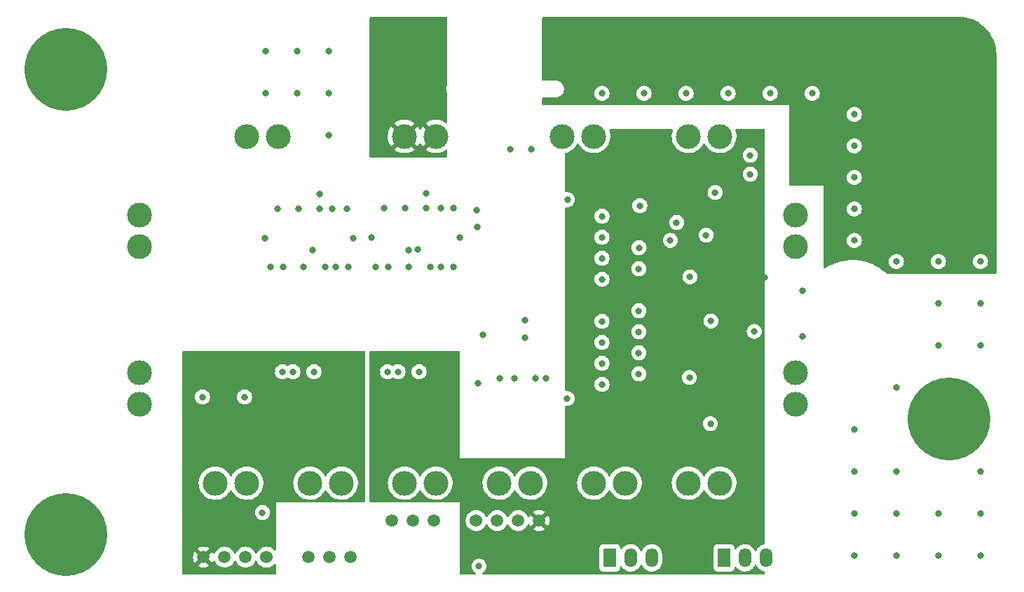
<source format=gbr>
%TF.GenerationSoftware,KiCad,Pcbnew,(6.0.1)*%
%TF.CreationDate,2023-04-21T13:11:10+03:00*%
%TF.ProjectId,Driver_Inductor,44726976-6572-45f4-996e-647563746f72,rev?*%
%TF.SameCoordinates,Original*%
%TF.FileFunction,Copper,L5,Inr*%
%TF.FilePolarity,Positive*%
%FSLAX46Y46*%
G04 Gerber Fmt 4.6, Leading zero omitted, Abs format (unit mm)*
G04 Created by KiCad (PCBNEW (6.0.1)) date 2023-04-21 13:11:10*
%MOMM*%
%LPD*%
G01*
G04 APERTURE LIST*
%TA.AperFunction,ComponentPad*%
%ADD10C,10.000000*%
%TD*%
%TA.AperFunction,ComponentPad*%
%ADD11C,1.524000*%
%TD*%
%TA.AperFunction,ComponentPad*%
%ADD12C,3.000000*%
%TD*%
%TA.AperFunction,ComponentPad*%
%ADD13R,1.500000X2.300000*%
%TD*%
%TA.AperFunction,ComponentPad*%
%ADD14O,1.500000X2.300000*%
%TD*%
%TA.AperFunction,ComponentPad*%
%ADD15C,1.500000*%
%TD*%
%TA.AperFunction,ViaPad*%
%ADD16C,0.800000*%
%TD*%
G04 APERTURE END LIST*
D10*
%TO.N,OUT2_Sens*%
%TO.C,J5*%
X203200000Y-79970000D03*
D11*
X200152000Y-82510000D03*
X200406000Y-77176000D03*
X205994000Y-77176000D03*
X205994000Y-82510000D03*
X207010000Y-79970000D03*
X199390000Y-79970000D03*
X203200000Y-83780000D03*
X203200000Y-75906000D03*
%TD*%
D10*
%TO.N,OUT1*%
%TO.C,J4*%
X203200000Y-110490000D03*
D11*
X200152000Y-113030000D03*
X200406000Y-107696000D03*
X205994000Y-107696000D03*
X205994000Y-113030000D03*
X207010000Y-110490000D03*
X199390000Y-110490000D03*
X203200000Y-114300000D03*
X203200000Y-106426000D03*
%TD*%
D10*
%TO.N,Net-(D20-Pad27)*%
%TO.C,J3*%
X96520000Y-124460000D03*
D11*
X93472000Y-127000000D03*
X93726000Y-121666000D03*
X99314000Y-121666000D03*
X99314000Y-127000000D03*
X100330000Y-124460000D03*
X92710000Y-124460000D03*
X96520000Y-128270000D03*
X96520000Y-120396000D03*
%TD*%
D10*
%TO.N,DESAT_H*%
%TO.C,J2*%
X96520000Y-68199000D03*
D11*
X93472000Y-70739000D03*
X93726000Y-65405000D03*
X99314000Y-65405000D03*
X99314000Y-70739000D03*
X100330000Y-68199000D03*
X92710000Y-68199000D03*
X96520000Y-72009000D03*
X96520000Y-64135000D03*
%TD*%
D12*
%TO.N,Net-(D20-Pad1)*%
%TO.C,D20*%
X114572000Y-118232000D03*
X118382000Y-118232000D03*
%TO.N,G2*%
X126002000Y-118232000D03*
%TO.N,E2*%
X129812000Y-118232000D03*
%TO.N,G3*%
X137432000Y-118232000D03*
%TO.N,E3*%
X141242000Y-118232000D03*
%TO.N,Net-(D20-Pad7)*%
X148862000Y-118232000D03*
X152672000Y-118232000D03*
%TO.N,Net-(D20-Pad10)*%
X160292000Y-118232000D03*
X164102000Y-118232000D03*
%TO.N,Net-(D20-Pad11)*%
X171722000Y-118232000D03*
X175532000Y-118232000D03*
%TO.N,unconnected-(D20-Pad13)*%
X184652000Y-108712000D03*
%TO.N,unconnected-(D20-Pad14)*%
X184652000Y-104902000D03*
%TO.N,unconnected-(D20-Pad15)*%
X184652000Y-89662000D03*
%TO.N,unconnected-(D20-Pad16)*%
X184652000Y-85852000D03*
%TO.N,NTC1*%
X175532000Y-76332000D03*
%TO.N,NTC2*%
X171722000Y-76332000D03*
%TO.N,unconnected-(D20-Pad19)*%
X160292000Y-76332000D03*
%TO.N,unconnected-(D20-Pad20)*%
X156482000Y-76332000D03*
%TO.N,OUT2*%
X141242000Y-76332000D03*
X137432000Y-76332000D03*
%TO.N,OUT1*%
X122192000Y-76332000D03*
X118382000Y-76332000D03*
%TO.N,DESAT_H*%
X105452000Y-85852000D03*
X105452000Y-89662000D03*
%TO.N,Net-(D20-Pad27)*%
X105452000Y-104902000D03*
X105452000Y-108712000D03*
%TD*%
D13*
%TO.N,+15V*%
%TO.C,U1*%
X162217500Y-127254000D03*
D14*
%TO.N,GND*%
X164757500Y-127254000D03*
%TO.N,+3V3*%
X167297500Y-127254000D03*
%TD*%
D15*
%TO.N,GND*%
%TO.C,D16*%
X135928500Y-122758000D03*
%TO.N,+15V*%
X138468500Y-122758000D03*
%TO.N,unconnected-(D16-Pad3)*%
X141008500Y-122758000D03*
D11*
%TO.N,N/C*%
X146088500Y-122758000D03*
D15*
%TO.N,+15V_H1*%
X148628500Y-122758000D03*
%TO.N,E3*%
X151168500Y-122758000D03*
%TO.N,-15V_H1*%
X153708500Y-122758000D03*
%TD*%
D13*
%TO.N,+15V*%
%TO.C,U2*%
X176026500Y-127258500D03*
D14*
%TO.N,GND*%
X178566500Y-127258500D03*
%TO.N,+5V*%
X181106500Y-127258500D03*
%TD*%
D15*
%TO.N,GND*%
%TO.C,D15*%
X130937000Y-127179000D03*
%TO.N,+15V*%
X128397000Y-127179000D03*
%TO.N,unconnected-(D15-Pad3)*%
X125857000Y-127179000D03*
D11*
%TO.N,N/C*%
X120777000Y-127179000D03*
D15*
%TO.N,+15V_L1*%
X118237000Y-127179000D03*
%TO.N,E2*%
X115697000Y-127179000D03*
%TO.N,-15V_L1*%
X113157000Y-127179000D03*
%TD*%
D16*
%TO.N,OUT2_Sens*%
X203200000Y-69850000D03*
%TO.N,OUT1*%
X191770000Y-73660000D03*
X191770000Y-77470000D03*
X196850000Y-91440000D03*
X191770000Y-88900000D03*
X191770000Y-85090000D03*
X191770000Y-81280000D03*
X186690000Y-71120000D03*
X181610000Y-71120000D03*
X176530000Y-71120000D03*
X171450000Y-71120000D03*
X166370000Y-71120000D03*
X161290000Y-71120000D03*
%TO.N,OUT2_Sens*%
X203200000Y-74930000D03*
X207010000Y-74930000D03*
X207010000Y-69850000D03*
X207010000Y-66040000D03*
X201930000Y-63500000D03*
X196850000Y-63500000D03*
X191770000Y-63500000D03*
X186690000Y-63500000D03*
X181610000Y-63500000D03*
X176530000Y-63500000D03*
X171450000Y-63500000D03*
X166370000Y-63500000D03*
%TO.N,OUT1*%
X191770000Y-111760000D03*
X191770000Y-116840000D03*
X191770000Y-127000000D03*
X191770000Y-121920000D03*
X196850000Y-127000000D03*
X201930000Y-127000000D03*
X207010000Y-127000000D03*
X207010000Y-121920000D03*
X201930000Y-121920000D03*
X128270000Y-76200000D03*
%TO.N,+5V*%
X152781000Y-77851000D03*
%TO.N,Current*%
X150241000Y-77851000D03*
%TO.N,GND*%
X179679600Y-99898200D03*
X133985000Y-92075000D03*
X171907200Y-93303600D03*
X139065000Y-90006300D03*
X126365000Y-90031700D03*
X171856400Y-105470200D03*
X121285000Y-92075000D03*
X143383000Y-92075000D03*
X161290000Y-98679000D03*
X161290000Y-85979000D03*
X128676400Y-85039200D03*
X130683000Y-92075000D03*
X157073600Y-108000800D03*
X161290000Y-103759000D03*
X146304000Y-106172000D03*
X141833600Y-85013800D03*
X161290000Y-106299000D03*
X161290000Y-88519000D03*
X161290000Y-101219000D03*
%TO.N,Net-(C3-Pad2)*%
X120548400Y-88595200D03*
%TO.N,Net-(C4-Pad2)*%
X133451600Y-88569800D03*
%TO.N,Net-(C5-Pad1)*%
X135382000Y-104775000D03*
X113030000Y-107823000D03*
%TO.N,Net-(C6-Pad1)*%
X118110000Y-107823000D03*
X122682000Y-104775000D03*
%TO.N,E2*%
X123952000Y-104775000D03*
%TO.N,FLT_L1*%
X151993600Y-100634800D03*
X127152400Y-83261200D03*
X125222000Y-92075000D03*
%TO.N,RDY_L1*%
X131216400Y-88595200D03*
X146913600Y-100330000D03*
%TO.N,FLT_H1*%
X140055600Y-83235800D03*
X137922000Y-90043000D03*
X152019000Y-98552000D03*
X137922000Y-92075000D03*
%TO.N,RDY_H1*%
X144119600Y-88569800D03*
%TO.N,Net-(C11-Pad1)*%
X154533600Y-105562400D03*
%TO.N,Net-(C12-Pad1)*%
X148932900Y-105575100D03*
%TO.N,Net-(C13-Pad1)*%
X153263600Y-105562400D03*
%TO.N,Net-(C14-Pad1)*%
X150723600Y-105562400D03*
%TO.N,+15V*%
X165735000Y-105029000D03*
X165735000Y-99949000D03*
X165735000Y-97409000D03*
X165735000Y-102489000D03*
%TO.N,+15V_L1*%
X120269000Y-121793000D03*
X126492000Y-104775000D03*
%TO.N,-15V_L1*%
X130429000Y-104775000D03*
X111633000Y-121793000D03*
X121412537Y-104745642D03*
%TO.N,+15V_H1*%
X146431000Y-128270000D03*
X139192000Y-104775000D03*
%TO.N,-15V_H1*%
X134112000Y-104775000D03*
X177546000Y-80416400D03*
X175361600Y-86360000D03*
X143637000Y-104775000D03*
X176530000Y-91313000D03*
X180975000Y-93345000D03*
X179197000Y-76327000D03*
X155829000Y-128270000D03*
%TO.N,Current*%
X165862000Y-84709000D03*
%TO.N,+3.3VA*%
X179197000Y-78613000D03*
X170307000Y-86741000D03*
X185521600Y-94945200D03*
X174955200Y-83108800D03*
%TO.N,Net-(C33-Pad1)*%
X173857500Y-88270500D03*
%TO.N,Net-(C33-Pad2)*%
X169545000Y-88900000D03*
%TO.N,PWM2_P*%
X161290000Y-91059000D03*
X129159000Y-92075000D03*
%TO.N,PWM2_N*%
X127889000Y-92075000D03*
X165775001Y-89789000D03*
%TO.N,PWM1_P*%
X161290000Y-93599000D03*
X141859000Y-92075000D03*
%TO.N,PWM1_N*%
X140589000Y-92075000D03*
X165735000Y-92329000D03*
%TO.N,Net-(D9-Pad2)*%
X124612400Y-85039200D03*
%TO.N,Net-(D10-Pad2)*%
X127152400Y-85039200D03*
%TO.N,Net-(D11-Pad2)*%
X137515600Y-85013800D03*
%TO.N,Net-(D12-Pad2)*%
X140055600Y-85013800D03*
%TO.N,+3V3*%
X146177000Y-85217000D03*
X143357600Y-85013800D03*
X122809000Y-92075000D03*
X174396400Y-111058200D03*
X174447200Y-98637600D03*
X135509000Y-92075000D03*
X185547000Y-100457000D03*
X130454400Y-85039200D03*
%TO.N,RST_H1*%
X146202400Y-87274400D03*
X122072400Y-85039200D03*
X134975600Y-85013800D03*
%TO.N,Net-(C37-Pad1)*%
X157124400Y-83972400D03*
%TO.N,E3*%
X136652000Y-104775000D03*
X179197000Y-80899000D03*
%TO.N,OUT1*%
X120650000Y-66040000D03*
X120650000Y-71120000D03*
X207010000Y-101600000D03*
X196850000Y-106680000D03*
X207010000Y-116840000D03*
X124460000Y-66040000D03*
X124460000Y-71120000D03*
X196850000Y-116840000D03*
X207010000Y-91440000D03*
X128270000Y-71120000D03*
X128270000Y-66040000D03*
X201930000Y-96520000D03*
X196850000Y-121920000D03*
X207010000Y-96520000D03*
X201930000Y-101600000D03*
X201930000Y-91440000D03*
%TD*%
%TA.AperFunction,Conductor*%
%TO.N,-15V_H1*%
G36*
X169806770Y-75458002D02*
G01*
X169853263Y-75511658D01*
X169863367Y-75581932D01*
X169855434Y-75611299D01*
X169814552Y-75712232D01*
X169746255Y-75987177D01*
X169745801Y-75991605D01*
X169745801Y-75991607D01*
X169739879Y-76049407D01*
X169717380Y-76269002D01*
X169728502Y-76552084D01*
X169779400Y-76830775D01*
X169869058Y-77099514D01*
X169871050Y-77103501D01*
X169871051Y-77103503D01*
X169952449Y-77266405D01*
X169995687Y-77352939D01*
X170156761Y-77585993D01*
X170349065Y-77794027D01*
X170352519Y-77796839D01*
X170565307Y-77970075D01*
X170565311Y-77970078D01*
X170568764Y-77972889D01*
X170811472Y-78119012D01*
X170815567Y-78120746D01*
X170815569Y-78120747D01*
X171068247Y-78227742D01*
X171068254Y-78227744D01*
X171072348Y-78229478D01*
X171153522Y-78251001D01*
X171341889Y-78300946D01*
X171341893Y-78300947D01*
X171346186Y-78302085D01*
X171350595Y-78302607D01*
X171350601Y-78302608D01*
X171507954Y-78321232D01*
X171627523Y-78335384D01*
X171910745Y-78328709D01*
X171915143Y-78327977D01*
X172185810Y-78282926D01*
X172185814Y-78282925D01*
X172190200Y-78282195D01*
X172194441Y-78280854D01*
X172194444Y-78280853D01*
X172456068Y-78198112D01*
X172456070Y-78198111D01*
X172460314Y-78196769D01*
X172464325Y-78194843D01*
X172464330Y-78194841D01*
X172711678Y-78076066D01*
X172711679Y-78076065D01*
X172715697Y-78074136D01*
X172863781Y-77975190D01*
X172947545Y-77919221D01*
X172947549Y-77919218D01*
X172951253Y-77916743D01*
X173162281Y-77727730D01*
X173344573Y-77510868D01*
X173494489Y-77270485D01*
X173512967Y-77228689D01*
X173558803Y-77174474D01*
X173626676Y-77153646D01*
X173695034Y-77172820D01*
X173740919Y-77223318D01*
X173762449Y-77266405D01*
X173805687Y-77352939D01*
X173966761Y-77585993D01*
X174159065Y-77794027D01*
X174162519Y-77796839D01*
X174375307Y-77970075D01*
X174375311Y-77970078D01*
X174378764Y-77972889D01*
X174621472Y-78119012D01*
X174625567Y-78120746D01*
X174625569Y-78120747D01*
X174878247Y-78227742D01*
X174878254Y-78227744D01*
X174882348Y-78229478D01*
X174963522Y-78251001D01*
X175151889Y-78300946D01*
X175151893Y-78300947D01*
X175156186Y-78302085D01*
X175160595Y-78302607D01*
X175160601Y-78302608D01*
X175317954Y-78321232D01*
X175437523Y-78335384D01*
X175720745Y-78328709D01*
X175725143Y-78327977D01*
X175995810Y-78282926D01*
X175995814Y-78282925D01*
X176000200Y-78282195D01*
X176004441Y-78280854D01*
X176004444Y-78280853D01*
X176266068Y-78198112D01*
X176266070Y-78198111D01*
X176270314Y-78196769D01*
X176274325Y-78194843D01*
X176274330Y-78194841D01*
X176521678Y-78076066D01*
X176521679Y-78076065D01*
X176525697Y-78074136D01*
X176673781Y-77975190D01*
X176757545Y-77919221D01*
X176757549Y-77919218D01*
X176761253Y-77916743D01*
X176972281Y-77727730D01*
X177154573Y-77510868D01*
X177304489Y-77270485D01*
X177419040Y-77011376D01*
X177495939Y-76738712D01*
X177533652Y-76457933D01*
X177537610Y-76332000D01*
X177517601Y-76049407D01*
X177504204Y-75987177D01*
X177458911Y-75776800D01*
X177458911Y-75776798D01*
X177457975Y-75772453D01*
X177456437Y-75768283D01*
X177456434Y-75768274D01*
X177397162Y-75607610D01*
X177392350Y-75536777D01*
X177426597Y-75474587D01*
X177489031Y-75440785D01*
X177515374Y-75438000D01*
X180849000Y-75438000D01*
X180917121Y-75458002D01*
X180963614Y-75511658D01*
X180975000Y-75564000D01*
X180975000Y-125503035D01*
X180954998Y-125571156D01*
X180901342Y-125617649D01*
X180864140Y-125628122D01*
X180851025Y-125629709D01*
X180851024Y-125629709D01*
X180845456Y-125630383D01*
X180632100Y-125696019D01*
X180627110Y-125698595D01*
X180627109Y-125698595D01*
X180442459Y-125793901D01*
X180433741Y-125798401D01*
X180429299Y-125801810D01*
X180429295Y-125801812D01*
X180324591Y-125882154D01*
X180256646Y-125934290D01*
X180106414Y-126099393D01*
X179987793Y-126288490D01*
X179985699Y-126293700D01*
X179985695Y-126293707D01*
X179954165Y-126372140D01*
X179910199Y-126427885D01*
X179843074Y-126451010D01*
X179774102Y-126434173D01*
X179723532Y-126379388D01*
X179720075Y-126372140D01*
X179647208Y-126219371D01*
X179516948Y-126038095D01*
X179406311Y-125930880D01*
X179360674Y-125886654D01*
X179360671Y-125886652D01*
X179356646Y-125882751D01*
X179171368Y-125758250D01*
X179155969Y-125751490D01*
X179025219Y-125694095D01*
X178966971Y-125668526D01*
X178961523Y-125667218D01*
X178961517Y-125667216D01*
X178755372Y-125617725D01*
X178755371Y-125617725D01*
X178749915Y-125616415D01*
X178641238Y-125610149D01*
X178532669Y-125603889D01*
X178532666Y-125603889D01*
X178527062Y-125603566D01*
X178305456Y-125630383D01*
X178092100Y-125696019D01*
X178087110Y-125698595D01*
X178087109Y-125698595D01*
X177902459Y-125793901D01*
X177893741Y-125798401D01*
X177889299Y-125801810D01*
X177889295Y-125801812D01*
X177784591Y-125882154D01*
X177716646Y-125934290D01*
X177566414Y-126099393D01*
X177551738Y-126122789D01*
X177509736Y-126189745D01*
X177456593Y-126236823D01*
X177386433Y-126247695D01*
X177321534Y-126218911D01*
X177282499Y-126159608D01*
X177276999Y-126122789D01*
X177276999Y-126061124D01*
X177276630Y-126057724D01*
X177271205Y-126007778D01*
X177271204Y-126007774D01*
X177270351Y-125999920D01*
X177220026Y-125865676D01*
X177214646Y-125858497D01*
X177214644Y-125858494D01*
X177139428Y-125758135D01*
X177134046Y-125750954D01*
X177120861Y-125741072D01*
X177026506Y-125670356D01*
X177026503Y-125670354D01*
X177019324Y-125664974D01*
X176913249Y-125625209D01*
X176892475Y-125617421D01*
X176892473Y-125617421D01*
X176885080Y-125614649D01*
X176877230Y-125613796D01*
X176877229Y-125613796D01*
X176827274Y-125608369D01*
X176827273Y-125608369D01*
X176823877Y-125608000D01*
X176026617Y-125608000D01*
X175229124Y-125608001D01*
X175225730Y-125608370D01*
X175225724Y-125608370D01*
X175175778Y-125613795D01*
X175175774Y-125613796D01*
X175167920Y-125614649D01*
X175033676Y-125664974D01*
X175026497Y-125670354D01*
X175026494Y-125670356D01*
X174932139Y-125741072D01*
X174918954Y-125750954D01*
X174913572Y-125758135D01*
X174838356Y-125858494D01*
X174838354Y-125858497D01*
X174832974Y-125865676D01*
X174782649Y-125999920D01*
X174776000Y-126061123D01*
X174776001Y-128455876D01*
X174776370Y-128459270D01*
X174776370Y-128459276D01*
X174781307Y-128504722D01*
X174782649Y-128517080D01*
X174832974Y-128651324D01*
X174838354Y-128658503D01*
X174838356Y-128658506D01*
X174911807Y-128756510D01*
X174918954Y-128766046D01*
X174926135Y-128771428D01*
X175026494Y-128846644D01*
X175026497Y-128846646D01*
X175033676Y-128852026D01*
X175109544Y-128880467D01*
X175160525Y-128899579D01*
X175160527Y-128899579D01*
X175167920Y-128902351D01*
X175175770Y-128903204D01*
X175175771Y-128903204D01*
X175187701Y-128904500D01*
X175229123Y-128909000D01*
X176026383Y-128909000D01*
X176823876Y-128908999D01*
X176827270Y-128908630D01*
X176827276Y-128908630D01*
X176877222Y-128903205D01*
X176877226Y-128903204D01*
X176885080Y-128902351D01*
X177019324Y-128852026D01*
X177026503Y-128846646D01*
X177026506Y-128846644D01*
X177126865Y-128771428D01*
X177134046Y-128766046D01*
X177141193Y-128756510D01*
X177214644Y-128658506D01*
X177214646Y-128658503D01*
X177220026Y-128651324D01*
X177270351Y-128517080D01*
X177277000Y-128455877D01*
X177277000Y-128398335D01*
X177297002Y-128330214D01*
X177350658Y-128283721D01*
X177420932Y-128273617D01*
X177485512Y-128303111D01*
X177505322Y-128324808D01*
X177616052Y-128478905D01*
X177663083Y-128524481D01*
X177767683Y-128625846D01*
X177776354Y-128634249D01*
X177961632Y-128758750D01*
X177966778Y-128761009D01*
X177966780Y-128761010D01*
X177980262Y-128766928D01*
X178166029Y-128848474D01*
X178171477Y-128849782D01*
X178171483Y-128849784D01*
X178377628Y-128899275D01*
X178377629Y-128899275D01*
X178383085Y-128900585D01*
X178450987Y-128904500D01*
X178600331Y-128913111D01*
X178600334Y-128913111D01*
X178605938Y-128913434D01*
X178827544Y-128886617D01*
X179040900Y-128820981D01*
X179049619Y-128816481D01*
X179234274Y-128721172D01*
X179239259Y-128718599D01*
X179243701Y-128715190D01*
X179243705Y-128715188D01*
X179411910Y-128586120D01*
X179416354Y-128582710D01*
X179566586Y-128417607D01*
X179685207Y-128228510D01*
X179687301Y-128223300D01*
X179687305Y-128223293D01*
X179718835Y-128144860D01*
X179762801Y-128089115D01*
X179829926Y-128065990D01*
X179898898Y-128082827D01*
X179949468Y-128137612D01*
X180025792Y-128297629D01*
X180156052Y-128478905D01*
X180203083Y-128524481D01*
X180307683Y-128625846D01*
X180316354Y-128634249D01*
X180501632Y-128758750D01*
X180506778Y-128761009D01*
X180506780Y-128761010D01*
X180520262Y-128766928D01*
X180706029Y-128848474D01*
X180878415Y-128889861D01*
X180939983Y-128925212D01*
X180972666Y-128988239D01*
X180975000Y-129012379D01*
X180975000Y-129160000D01*
X180954998Y-129228121D01*
X180901342Y-129274614D01*
X180849000Y-129286000D01*
X156845000Y-129286000D01*
X156845000Y-126056623D01*
X160967000Y-126056623D01*
X160967001Y-128451376D01*
X160967370Y-128454770D01*
X160967370Y-128454776D01*
X160970416Y-128482812D01*
X160973649Y-128512580D01*
X161023974Y-128646824D01*
X161029354Y-128654003D01*
X161029356Y-128654006D01*
X161104486Y-128754250D01*
X161109954Y-128761546D01*
X161117135Y-128766928D01*
X161217494Y-128842144D01*
X161217497Y-128842146D01*
X161224676Y-128847526D01*
X161312547Y-128880467D01*
X161351525Y-128895079D01*
X161351527Y-128895079D01*
X161358920Y-128897851D01*
X161366770Y-128898704D01*
X161366771Y-128898704D01*
X161416717Y-128904130D01*
X161420123Y-128904500D01*
X162217383Y-128904500D01*
X163014876Y-128904499D01*
X163018270Y-128904130D01*
X163018276Y-128904130D01*
X163068222Y-128898705D01*
X163068226Y-128898704D01*
X163076080Y-128897851D01*
X163210324Y-128847526D01*
X163217503Y-128842146D01*
X163217506Y-128842144D01*
X163317865Y-128766928D01*
X163325046Y-128761546D01*
X163330514Y-128754250D01*
X163405644Y-128654006D01*
X163405646Y-128654003D01*
X163411026Y-128646824D01*
X163461351Y-128512580D01*
X163468000Y-128451377D01*
X163468000Y-128393835D01*
X163488002Y-128325714D01*
X163541658Y-128279221D01*
X163611932Y-128269117D01*
X163676512Y-128298611D01*
X163696322Y-128320308D01*
X163807052Y-128474405D01*
X163854083Y-128519981D01*
X163922333Y-128586120D01*
X163967354Y-128629749D01*
X164152632Y-128754250D01*
X164157778Y-128756509D01*
X164157780Y-128756510D01*
X164238970Y-128792150D01*
X164357029Y-128843974D01*
X164362477Y-128845282D01*
X164362483Y-128845284D01*
X164568628Y-128894775D01*
X164568629Y-128894775D01*
X164574085Y-128896085D01*
X164652133Y-128900585D01*
X164791331Y-128908611D01*
X164791334Y-128908611D01*
X164796938Y-128908934D01*
X165018544Y-128882117D01*
X165231900Y-128816481D01*
X165319188Y-128771428D01*
X165425274Y-128716672D01*
X165430259Y-128714099D01*
X165434701Y-128710690D01*
X165434705Y-128710688D01*
X165602910Y-128581620D01*
X165607354Y-128578210D01*
X165757586Y-128413107D01*
X165876207Y-128224010D01*
X165878301Y-128218800D01*
X165878305Y-128218793D01*
X165909835Y-128140360D01*
X165953801Y-128084615D01*
X166020926Y-128061490D01*
X166089898Y-128078327D01*
X166140468Y-128133112D01*
X166216792Y-128293129D01*
X166347052Y-128474405D01*
X166394083Y-128519981D01*
X166462333Y-128586120D01*
X166507354Y-128629749D01*
X166692632Y-128754250D01*
X166697778Y-128756509D01*
X166697780Y-128756510D01*
X166778970Y-128792150D01*
X166897029Y-128843974D01*
X166902477Y-128845282D01*
X166902483Y-128845284D01*
X167108628Y-128894775D01*
X167108629Y-128894775D01*
X167114085Y-128896085D01*
X167192133Y-128900585D01*
X167331331Y-128908611D01*
X167331334Y-128908611D01*
X167336938Y-128908934D01*
X167558544Y-128882117D01*
X167771900Y-128816481D01*
X167859188Y-128771428D01*
X167965274Y-128716672D01*
X167970259Y-128714099D01*
X167974701Y-128710690D01*
X167974705Y-128710688D01*
X168142910Y-128581620D01*
X168147354Y-128578210D01*
X168297586Y-128413107D01*
X168416207Y-128224010D01*
X168499466Y-128016895D01*
X168544733Y-127798310D01*
X168548000Y-127741651D01*
X168548000Y-126797370D01*
X168545232Y-126766349D01*
X168533710Y-126637256D01*
X168533211Y-126631661D01*
X168474308Y-126416349D01*
X168453222Y-126372140D01*
X168411053Y-126283732D01*
X168378208Y-126214871D01*
X168247948Y-126033595D01*
X168137311Y-125926380D01*
X168091674Y-125882154D01*
X168091671Y-125882152D01*
X168087646Y-125878251D01*
X167902368Y-125753750D01*
X167885748Y-125746454D01*
X167756843Y-125689869D01*
X167697971Y-125664026D01*
X167692523Y-125662718D01*
X167692517Y-125662716D01*
X167486372Y-125613225D01*
X167486371Y-125613225D01*
X167480915Y-125611915D01*
X167396697Y-125607059D01*
X167263669Y-125599389D01*
X167263666Y-125599389D01*
X167258062Y-125599066D01*
X167036456Y-125625883D01*
X166823100Y-125691519D01*
X166818110Y-125694095D01*
X166818109Y-125694095D01*
X166716667Y-125746454D01*
X166624741Y-125793901D01*
X166620299Y-125797310D01*
X166620295Y-125797312D01*
X166514813Y-125878251D01*
X166447646Y-125929790D01*
X166297414Y-126094893D01*
X166178793Y-126283990D01*
X166176699Y-126289200D01*
X166176695Y-126289207D01*
X166145165Y-126367640D01*
X166101199Y-126423385D01*
X166034074Y-126446510D01*
X165965102Y-126429673D01*
X165914532Y-126374888D01*
X165871053Y-126283732D01*
X165838208Y-126214871D01*
X165707948Y-126033595D01*
X165597311Y-125926380D01*
X165551674Y-125882154D01*
X165551671Y-125882152D01*
X165547646Y-125878251D01*
X165362368Y-125753750D01*
X165345748Y-125746454D01*
X165216843Y-125689869D01*
X165157971Y-125664026D01*
X165152523Y-125662718D01*
X165152517Y-125662716D01*
X164946372Y-125613225D01*
X164946371Y-125613225D01*
X164940915Y-125611915D01*
X164856697Y-125607059D01*
X164723669Y-125599389D01*
X164723666Y-125599389D01*
X164718062Y-125599066D01*
X164496456Y-125625883D01*
X164283100Y-125691519D01*
X164278110Y-125694095D01*
X164278109Y-125694095D01*
X164176667Y-125746454D01*
X164084741Y-125793901D01*
X164080299Y-125797310D01*
X164080295Y-125797312D01*
X163974813Y-125878251D01*
X163907646Y-125929790D01*
X163757414Y-126094893D01*
X163754432Y-126099647D01*
X163700736Y-126185245D01*
X163647593Y-126232323D01*
X163577433Y-126243195D01*
X163512534Y-126214411D01*
X163473499Y-126155108D01*
X163467999Y-126118289D01*
X163467999Y-126056624D01*
X163465993Y-126038154D01*
X163462205Y-126003278D01*
X163462204Y-126003274D01*
X163461351Y-125995420D01*
X163411026Y-125861176D01*
X163405646Y-125853997D01*
X163405644Y-125853994D01*
X163330428Y-125753635D01*
X163325046Y-125746454D01*
X163317865Y-125741072D01*
X163217506Y-125665856D01*
X163217503Y-125665854D01*
X163210324Y-125660474D01*
X163116253Y-125625209D01*
X163083475Y-125612921D01*
X163083473Y-125612921D01*
X163076080Y-125610149D01*
X163068230Y-125609296D01*
X163068229Y-125609296D01*
X163018274Y-125603869D01*
X163018273Y-125603869D01*
X163014877Y-125603500D01*
X162217617Y-125603500D01*
X161420124Y-125603501D01*
X161416730Y-125603870D01*
X161416724Y-125603870D01*
X161366778Y-125609295D01*
X161366774Y-125609296D01*
X161358920Y-125610149D01*
X161224676Y-125660474D01*
X161217497Y-125665854D01*
X161217494Y-125665856D01*
X161117135Y-125741072D01*
X161109954Y-125746454D01*
X161104572Y-125753635D01*
X161029356Y-125853994D01*
X161029354Y-125853997D01*
X161023974Y-125861176D01*
X160973649Y-125995420D01*
X160967000Y-126056623D01*
X156845000Y-126056623D01*
X156845000Y-118169002D01*
X158287380Y-118169002D01*
X158298502Y-118452084D01*
X158349400Y-118730775D01*
X158439058Y-118999514D01*
X158441050Y-119003501D01*
X158441051Y-119003503D01*
X158522449Y-119166405D01*
X158565687Y-119252939D01*
X158726761Y-119485993D01*
X158919065Y-119694027D01*
X158922519Y-119696839D01*
X159135307Y-119870075D01*
X159135311Y-119870078D01*
X159138764Y-119872889D01*
X159381472Y-120019012D01*
X159385567Y-120020746D01*
X159385569Y-120020747D01*
X159638247Y-120127742D01*
X159638254Y-120127744D01*
X159642348Y-120129478D01*
X159742492Y-120156031D01*
X159911889Y-120200946D01*
X159911893Y-120200947D01*
X159916186Y-120202085D01*
X159920595Y-120202607D01*
X159920601Y-120202608D01*
X160077954Y-120221232D01*
X160197523Y-120235384D01*
X160480745Y-120228709D01*
X160485143Y-120227977D01*
X160755810Y-120182926D01*
X160755814Y-120182925D01*
X160760200Y-120182195D01*
X160764441Y-120180854D01*
X160764444Y-120180853D01*
X161026068Y-120098112D01*
X161026070Y-120098111D01*
X161030314Y-120096769D01*
X161034325Y-120094843D01*
X161034330Y-120094841D01*
X161281678Y-119976066D01*
X161281679Y-119976065D01*
X161285697Y-119974136D01*
X161433781Y-119875190D01*
X161517545Y-119819221D01*
X161517549Y-119819218D01*
X161521253Y-119816743D01*
X161732281Y-119627730D01*
X161914573Y-119410868D01*
X162064489Y-119170485D01*
X162082967Y-119128689D01*
X162128803Y-119074474D01*
X162196676Y-119053646D01*
X162265034Y-119072820D01*
X162310919Y-119123318D01*
X162332449Y-119166405D01*
X162375687Y-119252939D01*
X162536761Y-119485993D01*
X162729065Y-119694027D01*
X162732519Y-119696839D01*
X162945307Y-119870075D01*
X162945311Y-119870078D01*
X162948764Y-119872889D01*
X163191472Y-120019012D01*
X163195567Y-120020746D01*
X163195569Y-120020747D01*
X163448247Y-120127742D01*
X163448254Y-120127744D01*
X163452348Y-120129478D01*
X163552492Y-120156031D01*
X163721889Y-120200946D01*
X163721893Y-120200947D01*
X163726186Y-120202085D01*
X163730595Y-120202607D01*
X163730601Y-120202608D01*
X163887954Y-120221232D01*
X164007523Y-120235384D01*
X164290745Y-120228709D01*
X164295143Y-120227977D01*
X164565810Y-120182926D01*
X164565814Y-120182925D01*
X164570200Y-120182195D01*
X164574441Y-120180854D01*
X164574444Y-120180853D01*
X164836068Y-120098112D01*
X164836070Y-120098111D01*
X164840314Y-120096769D01*
X164844325Y-120094843D01*
X164844330Y-120094841D01*
X165091678Y-119976066D01*
X165091679Y-119976065D01*
X165095697Y-119974136D01*
X165243781Y-119875190D01*
X165327545Y-119819221D01*
X165327549Y-119819218D01*
X165331253Y-119816743D01*
X165542281Y-119627730D01*
X165724573Y-119410868D01*
X165874489Y-119170485D01*
X165989040Y-118911376D01*
X166065939Y-118638712D01*
X166103652Y-118357933D01*
X166107610Y-118232000D01*
X166103149Y-118169002D01*
X169717380Y-118169002D01*
X169728502Y-118452084D01*
X169779400Y-118730775D01*
X169869058Y-118999514D01*
X169871050Y-119003501D01*
X169871051Y-119003503D01*
X169952449Y-119166405D01*
X169995687Y-119252939D01*
X170156761Y-119485993D01*
X170349065Y-119694027D01*
X170352519Y-119696839D01*
X170565307Y-119870075D01*
X170565311Y-119870078D01*
X170568764Y-119872889D01*
X170811472Y-120019012D01*
X170815567Y-120020746D01*
X170815569Y-120020747D01*
X171068247Y-120127742D01*
X171068254Y-120127744D01*
X171072348Y-120129478D01*
X171172492Y-120156031D01*
X171341889Y-120200946D01*
X171341893Y-120200947D01*
X171346186Y-120202085D01*
X171350595Y-120202607D01*
X171350601Y-120202608D01*
X171507954Y-120221232D01*
X171627523Y-120235384D01*
X171910745Y-120228709D01*
X171915143Y-120227977D01*
X172185810Y-120182926D01*
X172185814Y-120182925D01*
X172190200Y-120182195D01*
X172194441Y-120180854D01*
X172194444Y-120180853D01*
X172456068Y-120098112D01*
X172456070Y-120098111D01*
X172460314Y-120096769D01*
X172464325Y-120094843D01*
X172464330Y-120094841D01*
X172711678Y-119976066D01*
X172711679Y-119976065D01*
X172715697Y-119974136D01*
X172863781Y-119875190D01*
X172947545Y-119819221D01*
X172947549Y-119819218D01*
X172951253Y-119816743D01*
X173162281Y-119627730D01*
X173344573Y-119410868D01*
X173494489Y-119170485D01*
X173512967Y-119128689D01*
X173558803Y-119074474D01*
X173626676Y-119053646D01*
X173695034Y-119072820D01*
X173740919Y-119123318D01*
X173762449Y-119166405D01*
X173805687Y-119252939D01*
X173966761Y-119485993D01*
X174159065Y-119694027D01*
X174162519Y-119696839D01*
X174375307Y-119870075D01*
X174375311Y-119870078D01*
X174378764Y-119872889D01*
X174621472Y-120019012D01*
X174625567Y-120020746D01*
X174625569Y-120020747D01*
X174878247Y-120127742D01*
X174878254Y-120127744D01*
X174882348Y-120129478D01*
X174982492Y-120156031D01*
X175151889Y-120200946D01*
X175151893Y-120200947D01*
X175156186Y-120202085D01*
X175160595Y-120202607D01*
X175160601Y-120202608D01*
X175317954Y-120221232D01*
X175437523Y-120235384D01*
X175720745Y-120228709D01*
X175725143Y-120227977D01*
X175995810Y-120182926D01*
X175995814Y-120182925D01*
X176000200Y-120182195D01*
X176004441Y-120180854D01*
X176004444Y-120180853D01*
X176266068Y-120098112D01*
X176266070Y-120098111D01*
X176270314Y-120096769D01*
X176274325Y-120094843D01*
X176274330Y-120094841D01*
X176521678Y-119976066D01*
X176521679Y-119976065D01*
X176525697Y-119974136D01*
X176673781Y-119875190D01*
X176757545Y-119819221D01*
X176757549Y-119819218D01*
X176761253Y-119816743D01*
X176972281Y-119627730D01*
X177154573Y-119410868D01*
X177304489Y-119170485D01*
X177419040Y-118911376D01*
X177495939Y-118638712D01*
X177533652Y-118357933D01*
X177537610Y-118232000D01*
X177517601Y-117949407D01*
X177504204Y-117887177D01*
X177458911Y-117676800D01*
X177458911Y-117676798D01*
X177457975Y-117672453D01*
X177359920Y-117406663D01*
X177326159Y-117344092D01*
X177227506Y-117161256D01*
X177225393Y-117157340D01*
X177057078Y-116929460D01*
X177010554Y-116882199D01*
X176861465Y-116730751D01*
X176858334Y-116727570D01*
X176854794Y-116724869D01*
X176854788Y-116724863D01*
X176636667Y-116558398D01*
X176636663Y-116558395D01*
X176633126Y-116555696D01*
X176569179Y-116519884D01*
X176389837Y-116419448D01*
X176389832Y-116419445D01*
X176385947Y-116417270D01*
X176381789Y-116415662D01*
X176381784Y-116415659D01*
X176125885Y-116316659D01*
X176125879Y-116316657D01*
X176121730Y-116315052D01*
X176117398Y-116314048D01*
X176117395Y-116314047D01*
X176042141Y-116296604D01*
X175845747Y-116251082D01*
X175563503Y-116226637D01*
X175559068Y-116226881D01*
X175559064Y-116226881D01*
X175285073Y-116241960D01*
X175285066Y-116241961D01*
X175280630Y-116242205D01*
X175142743Y-116269632D01*
X175007146Y-116296604D01*
X175007141Y-116296605D01*
X175002774Y-116297474D01*
X174998571Y-116298950D01*
X174739684Y-116389864D01*
X174739681Y-116389865D01*
X174735476Y-116391342D01*
X174731523Y-116393395D01*
X174731517Y-116393398D01*
X174589135Y-116467360D01*
X174484072Y-116521936D01*
X174480457Y-116524519D01*
X174480451Y-116524523D01*
X174433048Y-116558398D01*
X174253576Y-116686651D01*
X174250349Y-116689729D01*
X174250347Y-116689731D01*
X174210682Y-116727570D01*
X174048588Y-116882199D01*
X173873199Y-117104680D01*
X173734138Y-117344092D01*
X173682627Y-117392951D01*
X173612879Y-117406205D01*
X173547037Y-117379646D01*
X173514296Y-117340639D01*
X173417506Y-117161256D01*
X173415393Y-117157340D01*
X173247078Y-116929460D01*
X173200554Y-116882199D01*
X173051465Y-116730751D01*
X173048334Y-116727570D01*
X173044794Y-116724869D01*
X173044788Y-116724863D01*
X172826667Y-116558398D01*
X172826663Y-116558395D01*
X172823126Y-116555696D01*
X172759179Y-116519884D01*
X172579837Y-116419448D01*
X172579832Y-116419445D01*
X172575947Y-116417270D01*
X172571789Y-116415662D01*
X172571784Y-116415659D01*
X172315885Y-116316659D01*
X172315879Y-116316657D01*
X172311730Y-116315052D01*
X172307398Y-116314048D01*
X172307395Y-116314047D01*
X172232141Y-116296604D01*
X172035747Y-116251082D01*
X171753503Y-116226637D01*
X171749068Y-116226881D01*
X171749064Y-116226881D01*
X171475073Y-116241960D01*
X171475066Y-116241961D01*
X171470630Y-116242205D01*
X171332743Y-116269632D01*
X171197146Y-116296604D01*
X171197141Y-116296605D01*
X171192774Y-116297474D01*
X171188571Y-116298950D01*
X170929684Y-116389864D01*
X170929681Y-116389865D01*
X170925476Y-116391342D01*
X170921523Y-116393395D01*
X170921517Y-116393398D01*
X170779135Y-116467360D01*
X170674072Y-116521936D01*
X170670457Y-116524519D01*
X170670451Y-116524523D01*
X170623048Y-116558398D01*
X170443576Y-116686651D01*
X170440349Y-116689729D01*
X170440347Y-116689731D01*
X170400682Y-116727570D01*
X170238588Y-116882199D01*
X170063199Y-117104680D01*
X170032612Y-117157340D01*
X169923141Y-117345807D01*
X169923138Y-117345813D01*
X169920907Y-117349654D01*
X169814552Y-117612232D01*
X169813481Y-117616545D01*
X169813479Y-117616550D01*
X169799593Y-117672453D01*
X169746255Y-117887177D01*
X169745801Y-117891605D01*
X169745801Y-117891607D01*
X169739879Y-117949407D01*
X169717380Y-118169002D01*
X166103149Y-118169002D01*
X166087601Y-117949407D01*
X166074204Y-117887177D01*
X166028911Y-117676800D01*
X166028911Y-117676798D01*
X166027975Y-117672453D01*
X165929920Y-117406663D01*
X165896159Y-117344092D01*
X165797506Y-117161256D01*
X165795393Y-117157340D01*
X165627078Y-116929460D01*
X165580554Y-116882199D01*
X165431465Y-116730751D01*
X165428334Y-116727570D01*
X165424794Y-116724869D01*
X165424788Y-116724863D01*
X165206667Y-116558398D01*
X165206663Y-116558395D01*
X165203126Y-116555696D01*
X165139179Y-116519884D01*
X164959837Y-116419448D01*
X164959832Y-116419445D01*
X164955947Y-116417270D01*
X164951789Y-116415662D01*
X164951784Y-116415659D01*
X164695885Y-116316659D01*
X164695879Y-116316657D01*
X164691730Y-116315052D01*
X164687398Y-116314048D01*
X164687395Y-116314047D01*
X164612141Y-116296604D01*
X164415747Y-116251082D01*
X164133503Y-116226637D01*
X164129068Y-116226881D01*
X164129064Y-116226881D01*
X163855073Y-116241960D01*
X163855066Y-116241961D01*
X163850630Y-116242205D01*
X163712743Y-116269632D01*
X163577146Y-116296604D01*
X163577141Y-116296605D01*
X163572774Y-116297474D01*
X163568571Y-116298950D01*
X163309684Y-116389864D01*
X163309681Y-116389865D01*
X163305476Y-116391342D01*
X163301523Y-116393395D01*
X163301517Y-116393398D01*
X163159135Y-116467360D01*
X163054072Y-116521936D01*
X163050457Y-116524519D01*
X163050451Y-116524523D01*
X163003048Y-116558398D01*
X162823576Y-116686651D01*
X162820349Y-116689729D01*
X162820347Y-116689731D01*
X162780682Y-116727570D01*
X162618588Y-116882199D01*
X162443199Y-117104680D01*
X162304138Y-117344092D01*
X162252627Y-117392951D01*
X162182879Y-117406205D01*
X162117037Y-117379646D01*
X162084296Y-117340639D01*
X161987506Y-117161256D01*
X161985393Y-117157340D01*
X161817078Y-116929460D01*
X161770554Y-116882199D01*
X161621465Y-116730751D01*
X161618334Y-116727570D01*
X161614794Y-116724869D01*
X161614788Y-116724863D01*
X161396667Y-116558398D01*
X161396663Y-116558395D01*
X161393126Y-116555696D01*
X161329179Y-116519884D01*
X161149837Y-116419448D01*
X161149832Y-116419445D01*
X161145947Y-116417270D01*
X161141789Y-116415662D01*
X161141784Y-116415659D01*
X160885885Y-116316659D01*
X160885879Y-116316657D01*
X160881730Y-116315052D01*
X160877398Y-116314048D01*
X160877395Y-116314047D01*
X160802141Y-116296604D01*
X160605747Y-116251082D01*
X160323503Y-116226637D01*
X160319068Y-116226881D01*
X160319064Y-116226881D01*
X160045073Y-116241960D01*
X160045066Y-116241961D01*
X160040630Y-116242205D01*
X159902743Y-116269632D01*
X159767146Y-116296604D01*
X159767141Y-116296605D01*
X159762774Y-116297474D01*
X159758571Y-116298950D01*
X159499684Y-116389864D01*
X159499681Y-116389865D01*
X159495476Y-116391342D01*
X159491523Y-116393395D01*
X159491517Y-116393398D01*
X159349135Y-116467360D01*
X159244072Y-116521936D01*
X159240457Y-116524519D01*
X159240451Y-116524523D01*
X159193048Y-116558398D01*
X159013576Y-116686651D01*
X159010349Y-116689729D01*
X159010347Y-116689731D01*
X158970682Y-116727570D01*
X158808588Y-116882199D01*
X158633199Y-117104680D01*
X158602612Y-117157340D01*
X158493141Y-117345807D01*
X158493138Y-117345813D01*
X158490907Y-117349654D01*
X158384552Y-117612232D01*
X158383481Y-117616545D01*
X158383479Y-117616550D01*
X158369593Y-117672453D01*
X158316255Y-117887177D01*
X158315801Y-117891605D01*
X158315801Y-117891607D01*
X158309879Y-117949407D01*
X158287380Y-118169002D01*
X156845000Y-118169002D01*
X156845000Y-111058200D01*
X173490940Y-111058200D01*
X173510726Y-111246456D01*
X173569221Y-111426484D01*
X173663867Y-111590416D01*
X173790529Y-111731088D01*
X173943670Y-111842351D01*
X174116597Y-111919344D01*
X174214612Y-111940178D01*
X174295297Y-111957328D01*
X174295301Y-111957328D01*
X174301754Y-111958700D01*
X174491046Y-111958700D01*
X174497499Y-111957328D01*
X174497503Y-111957328D01*
X174578188Y-111940178D01*
X174676203Y-111919344D01*
X174849130Y-111842351D01*
X175002271Y-111731088D01*
X175128933Y-111590416D01*
X175223579Y-111426484D01*
X175282074Y-111246456D01*
X175301860Y-111058200D01*
X175282074Y-110869944D01*
X175223579Y-110689916D01*
X175128933Y-110525984D01*
X175002271Y-110385312D01*
X174849130Y-110274049D01*
X174676203Y-110197056D01*
X174578188Y-110176222D01*
X174497503Y-110159072D01*
X174497499Y-110159072D01*
X174491046Y-110157700D01*
X174301754Y-110157700D01*
X174295301Y-110159072D01*
X174295297Y-110159072D01*
X174214612Y-110176222D01*
X174116597Y-110197056D01*
X173943670Y-110274049D01*
X173790529Y-110385312D01*
X173663867Y-110525984D01*
X173569221Y-110689916D01*
X173510726Y-110869944D01*
X173490940Y-111058200D01*
X156845000Y-111058200D01*
X156845000Y-109026464D01*
X156865002Y-108958343D01*
X156918658Y-108911850D01*
X156978954Y-108902006D01*
X156978954Y-108901300D01*
X157168246Y-108901300D01*
X157174699Y-108899928D01*
X157174703Y-108899928D01*
X157255388Y-108882778D01*
X157353403Y-108861944D01*
X157526330Y-108784951D01*
X157679471Y-108673688D01*
X157806133Y-108533016D01*
X157900779Y-108369084D01*
X157959274Y-108189056D01*
X157979060Y-108000800D01*
X157959274Y-107812544D01*
X157900779Y-107632516D01*
X157806133Y-107468584D01*
X157679471Y-107327912D01*
X157526330Y-107216649D01*
X157353403Y-107139656D01*
X157255388Y-107118822D01*
X157174703Y-107101672D01*
X157174699Y-107101672D01*
X157168246Y-107100300D01*
X156978954Y-107100300D01*
X156978954Y-107099492D01*
X156914332Y-107087674D01*
X156862486Y-107039172D01*
X156845000Y-106975136D01*
X156845000Y-106299000D01*
X160384540Y-106299000D01*
X160404326Y-106487256D01*
X160462821Y-106667284D01*
X160557467Y-106831216D01*
X160684129Y-106971888D01*
X160837270Y-107083151D01*
X161010197Y-107160144D01*
X161108212Y-107180978D01*
X161188897Y-107198128D01*
X161188901Y-107198128D01*
X161195354Y-107199500D01*
X161384646Y-107199500D01*
X161391099Y-107198128D01*
X161391103Y-107198128D01*
X161471788Y-107180978D01*
X161569803Y-107160144D01*
X161742730Y-107083151D01*
X161895871Y-106971888D01*
X162022533Y-106831216D01*
X162117179Y-106667284D01*
X162175674Y-106487256D01*
X162195460Y-106299000D01*
X162179481Y-106146967D01*
X162176364Y-106117307D01*
X162176364Y-106117305D01*
X162175674Y-106110744D01*
X162117179Y-105930716D01*
X162094548Y-105891517D01*
X162025836Y-105772505D01*
X162022533Y-105766784D01*
X161924994Y-105658456D01*
X161900286Y-105631015D01*
X161900284Y-105631014D01*
X161895871Y-105626112D01*
X161742730Y-105514849D01*
X161569803Y-105437856D01*
X161471788Y-105417022D01*
X161391103Y-105399872D01*
X161391099Y-105399872D01*
X161384646Y-105398500D01*
X161195354Y-105398500D01*
X161188901Y-105399872D01*
X161188897Y-105399872D01*
X161108212Y-105417022D01*
X161010197Y-105437856D01*
X160837270Y-105514849D01*
X160684129Y-105626112D01*
X160679716Y-105631014D01*
X160679714Y-105631015D01*
X160655006Y-105658456D01*
X160557467Y-105766784D01*
X160554164Y-105772505D01*
X160485453Y-105891517D01*
X160462821Y-105930716D01*
X160404326Y-106110744D01*
X160403636Y-106117305D01*
X160403636Y-106117307D01*
X160400519Y-106146967D01*
X160384540Y-106299000D01*
X156845000Y-106299000D01*
X156845000Y-105029000D01*
X164829540Y-105029000D01*
X164849326Y-105217256D01*
X164907821Y-105397284D01*
X164911124Y-105403006D01*
X164911125Y-105403007D01*
X164931245Y-105437856D01*
X165002467Y-105561216D01*
X165006885Y-105566123D01*
X165006886Y-105566124D01*
X165090023Y-105658456D01*
X165129129Y-105701888D01*
X165282270Y-105813151D01*
X165455197Y-105890144D01*
X165553212Y-105910978D01*
X165633897Y-105928128D01*
X165633901Y-105928128D01*
X165640354Y-105929500D01*
X165829646Y-105929500D01*
X165836099Y-105928128D01*
X165836103Y-105928128D01*
X165916788Y-105910978D01*
X166014803Y-105890144D01*
X166187730Y-105813151D01*
X166340871Y-105701888D01*
X166379978Y-105658456D01*
X166463114Y-105566124D01*
X166463115Y-105566123D01*
X166467533Y-105561216D01*
X166520081Y-105470200D01*
X170950940Y-105470200D01*
X170951630Y-105476765D01*
X170967327Y-105626112D01*
X170970726Y-105658456D01*
X171029221Y-105838484D01*
X171032524Y-105844206D01*
X171032525Y-105844207D01*
X171079167Y-105924993D01*
X171123867Y-106002416D01*
X171128285Y-106007323D01*
X171128286Y-106007324D01*
X171227316Y-106117307D01*
X171250529Y-106143088D01*
X171403670Y-106254351D01*
X171576597Y-106331344D01*
X171674612Y-106352178D01*
X171755297Y-106369328D01*
X171755301Y-106369328D01*
X171761754Y-106370700D01*
X171951046Y-106370700D01*
X171957499Y-106369328D01*
X171957503Y-106369328D01*
X172038188Y-106352178D01*
X172136203Y-106331344D01*
X172309130Y-106254351D01*
X172462271Y-106143088D01*
X172485485Y-106117307D01*
X172584514Y-106007324D01*
X172584515Y-106007323D01*
X172588933Y-106002416D01*
X172633633Y-105924993D01*
X172680275Y-105844207D01*
X172680276Y-105844206D01*
X172683579Y-105838484D01*
X172742074Y-105658456D01*
X172745474Y-105626112D01*
X172761170Y-105476765D01*
X172761860Y-105470200D01*
X172742074Y-105281944D01*
X172683579Y-105101916D01*
X172588933Y-104937984D01*
X172584514Y-104933076D01*
X172466686Y-104802215D01*
X172466684Y-104802214D01*
X172462271Y-104797312D01*
X172309130Y-104686049D01*
X172136203Y-104609056D01*
X172038188Y-104588222D01*
X171957503Y-104571072D01*
X171957499Y-104571072D01*
X171951046Y-104569700D01*
X171761754Y-104569700D01*
X171755301Y-104571072D01*
X171755297Y-104571072D01*
X171674612Y-104588222D01*
X171576597Y-104609056D01*
X171403670Y-104686049D01*
X171250529Y-104797312D01*
X171246116Y-104802214D01*
X171246114Y-104802215D01*
X171128286Y-104933076D01*
X171123867Y-104937984D01*
X171029221Y-105101916D01*
X170970726Y-105281944D01*
X170950940Y-105470200D01*
X166520081Y-105470200D01*
X166538755Y-105437856D01*
X166558875Y-105403007D01*
X166558876Y-105403006D01*
X166562179Y-105397284D01*
X166620674Y-105217256D01*
X166640460Y-105029000D01*
X166620674Y-104840744D01*
X166562179Y-104660716D01*
X166539548Y-104621517D01*
X166470836Y-104502505D01*
X166467533Y-104496784D01*
X166340871Y-104356112D01*
X166187730Y-104244849D01*
X166014803Y-104167856D01*
X165916788Y-104147022D01*
X165836103Y-104129872D01*
X165836099Y-104129872D01*
X165829646Y-104128500D01*
X165640354Y-104128500D01*
X165633901Y-104129872D01*
X165633897Y-104129872D01*
X165553212Y-104147022D01*
X165455197Y-104167856D01*
X165282270Y-104244849D01*
X165129129Y-104356112D01*
X165002467Y-104496784D01*
X164999164Y-104502505D01*
X164930453Y-104621517D01*
X164907821Y-104660716D01*
X164849326Y-104840744D01*
X164829540Y-105029000D01*
X156845000Y-105029000D01*
X156845000Y-103759000D01*
X160384540Y-103759000D01*
X160404326Y-103947256D01*
X160462821Y-104127284D01*
X160466124Y-104133006D01*
X160466125Y-104133007D01*
X160486245Y-104167856D01*
X160557467Y-104291216D01*
X160684129Y-104431888D01*
X160837270Y-104543151D01*
X161010197Y-104620144D01*
X161108212Y-104640978D01*
X161188897Y-104658128D01*
X161188901Y-104658128D01*
X161195354Y-104659500D01*
X161384646Y-104659500D01*
X161391099Y-104658128D01*
X161391103Y-104658128D01*
X161471788Y-104640978D01*
X161569803Y-104620144D01*
X161742730Y-104543151D01*
X161895871Y-104431888D01*
X162022533Y-104291216D01*
X162093755Y-104167856D01*
X162113875Y-104133007D01*
X162113876Y-104133006D01*
X162117179Y-104127284D01*
X162175674Y-103947256D01*
X162195460Y-103759000D01*
X162175674Y-103570744D01*
X162117179Y-103390716D01*
X162094548Y-103351517D01*
X162025836Y-103232505D01*
X162022533Y-103226784D01*
X161895871Y-103086112D01*
X161742730Y-102974849D01*
X161569803Y-102897856D01*
X161471788Y-102877022D01*
X161391103Y-102859872D01*
X161391099Y-102859872D01*
X161384646Y-102858500D01*
X161195354Y-102858500D01*
X161188901Y-102859872D01*
X161188897Y-102859872D01*
X161108212Y-102877022D01*
X161010197Y-102897856D01*
X160837270Y-102974849D01*
X160684129Y-103086112D01*
X160557467Y-103226784D01*
X160554164Y-103232505D01*
X160485453Y-103351517D01*
X160462821Y-103390716D01*
X160404326Y-103570744D01*
X160384540Y-103759000D01*
X156845000Y-103759000D01*
X156845000Y-102489000D01*
X164829540Y-102489000D01*
X164849326Y-102677256D01*
X164907821Y-102857284D01*
X164911124Y-102863006D01*
X164911125Y-102863007D01*
X164931245Y-102897856D01*
X165002467Y-103021216D01*
X165129129Y-103161888D01*
X165282270Y-103273151D01*
X165455197Y-103350144D01*
X165553212Y-103370978D01*
X165633897Y-103388128D01*
X165633901Y-103388128D01*
X165640354Y-103389500D01*
X165829646Y-103389500D01*
X165836099Y-103388128D01*
X165836103Y-103388128D01*
X165916788Y-103370978D01*
X166014803Y-103350144D01*
X166187730Y-103273151D01*
X166340871Y-103161888D01*
X166467533Y-103021216D01*
X166538755Y-102897856D01*
X166558875Y-102863007D01*
X166558876Y-102863006D01*
X166562179Y-102857284D01*
X166620674Y-102677256D01*
X166640460Y-102489000D01*
X166620674Y-102300744D01*
X166562179Y-102120716D01*
X166539548Y-102081517D01*
X166470836Y-101962505D01*
X166467533Y-101956784D01*
X166340871Y-101816112D01*
X166187730Y-101704849D01*
X166014803Y-101627856D01*
X165916788Y-101607022D01*
X165836103Y-101589872D01*
X165836099Y-101589872D01*
X165829646Y-101588500D01*
X165640354Y-101588500D01*
X165633901Y-101589872D01*
X165633897Y-101589872D01*
X165553212Y-101607022D01*
X165455197Y-101627856D01*
X165282270Y-101704849D01*
X165129129Y-101816112D01*
X165002467Y-101956784D01*
X164999164Y-101962505D01*
X164930453Y-102081517D01*
X164907821Y-102120716D01*
X164849326Y-102300744D01*
X164829540Y-102489000D01*
X156845000Y-102489000D01*
X156845000Y-101219000D01*
X160384540Y-101219000D01*
X160404326Y-101407256D01*
X160462821Y-101587284D01*
X160466124Y-101593006D01*
X160466125Y-101593007D01*
X160486245Y-101627856D01*
X160557467Y-101751216D01*
X160684129Y-101891888D01*
X160837270Y-102003151D01*
X161010197Y-102080144D01*
X161108212Y-102100978D01*
X161188897Y-102118128D01*
X161188901Y-102118128D01*
X161195354Y-102119500D01*
X161384646Y-102119500D01*
X161391099Y-102118128D01*
X161391103Y-102118128D01*
X161471788Y-102100978D01*
X161569803Y-102080144D01*
X161742730Y-102003151D01*
X161895871Y-101891888D01*
X162022533Y-101751216D01*
X162093755Y-101627856D01*
X162113875Y-101593007D01*
X162113876Y-101593006D01*
X162117179Y-101587284D01*
X162175674Y-101407256D01*
X162195460Y-101219000D01*
X162175674Y-101030744D01*
X162117179Y-100850716D01*
X162094548Y-100811517D01*
X162025836Y-100692505D01*
X162022533Y-100686784D01*
X161959686Y-100616985D01*
X161900286Y-100551015D01*
X161900284Y-100551014D01*
X161895871Y-100546112D01*
X161742730Y-100434849D01*
X161569803Y-100357856D01*
X161471788Y-100337022D01*
X161391103Y-100319872D01*
X161391099Y-100319872D01*
X161384646Y-100318500D01*
X161195354Y-100318500D01*
X161188901Y-100319872D01*
X161188897Y-100319872D01*
X161108212Y-100337022D01*
X161010197Y-100357856D01*
X160837270Y-100434849D01*
X160684129Y-100546112D01*
X160679716Y-100551014D01*
X160679714Y-100551015D01*
X160620314Y-100616985D01*
X160557467Y-100686784D01*
X160554164Y-100692505D01*
X160485453Y-100811517D01*
X160462821Y-100850716D01*
X160404326Y-101030744D01*
X160384540Y-101219000D01*
X156845000Y-101219000D01*
X156845000Y-99949000D01*
X164829540Y-99949000D01*
X164830230Y-99955565D01*
X164844647Y-100092734D01*
X164849326Y-100137256D01*
X164907821Y-100317284D01*
X164911124Y-100323006D01*
X164911125Y-100323007D01*
X164931245Y-100357856D01*
X165002467Y-100481216D01*
X165006885Y-100486123D01*
X165006886Y-100486124D01*
X165078974Y-100566185D01*
X165129129Y-100621888D01*
X165134468Y-100625767D01*
X165212350Y-100682351D01*
X165282270Y-100733151D01*
X165455197Y-100810144D01*
X165553212Y-100830978D01*
X165633897Y-100848128D01*
X165633901Y-100848128D01*
X165640354Y-100849500D01*
X165829646Y-100849500D01*
X165836099Y-100848128D01*
X165836103Y-100848128D01*
X165916788Y-100830978D01*
X166014803Y-100810144D01*
X166187730Y-100733151D01*
X166257651Y-100682351D01*
X166335532Y-100625767D01*
X166340871Y-100621888D01*
X166391027Y-100566185D01*
X166463114Y-100486124D01*
X166463115Y-100486123D01*
X166467533Y-100481216D01*
X166538755Y-100357856D01*
X166558875Y-100323007D01*
X166558876Y-100323006D01*
X166562179Y-100317284D01*
X166620674Y-100137256D01*
X166625354Y-100092734D01*
X166639770Y-99955565D01*
X166640460Y-99949000D01*
X166635121Y-99898200D01*
X178774140Y-99898200D01*
X178793926Y-100086456D01*
X178852421Y-100266484D01*
X178855724Y-100272206D01*
X178855725Y-100272207D01*
X178906727Y-100360545D01*
X178947067Y-100430416D01*
X178951485Y-100435323D01*
X178951486Y-100435324D01*
X179047748Y-100542233D01*
X179073729Y-100571088D01*
X179226870Y-100682351D01*
X179399797Y-100759344D01*
X179497812Y-100780178D01*
X179578497Y-100797328D01*
X179578501Y-100797328D01*
X179584954Y-100798700D01*
X179774246Y-100798700D01*
X179780699Y-100797328D01*
X179780703Y-100797328D01*
X179861388Y-100780178D01*
X179959403Y-100759344D01*
X180132330Y-100682351D01*
X180285471Y-100571088D01*
X180311453Y-100542233D01*
X180407714Y-100435324D01*
X180407715Y-100435323D01*
X180412133Y-100430416D01*
X180452473Y-100360545D01*
X180503475Y-100272207D01*
X180503476Y-100272206D01*
X180506779Y-100266484D01*
X180565274Y-100086456D01*
X180585060Y-99898200D01*
X180570613Y-99760744D01*
X180565964Y-99716507D01*
X180565964Y-99716505D01*
X180565274Y-99709944D01*
X180506779Y-99529916D01*
X180487230Y-99496055D01*
X180415436Y-99371705D01*
X180412133Y-99365984D01*
X180362164Y-99310488D01*
X180289886Y-99230215D01*
X180289884Y-99230214D01*
X180285471Y-99225312D01*
X180207592Y-99168730D01*
X180137672Y-99117930D01*
X180137671Y-99117929D01*
X180132330Y-99114049D01*
X179959403Y-99037056D01*
X179839674Y-99011607D01*
X179780703Y-98999072D01*
X179780699Y-98999072D01*
X179774246Y-98997700D01*
X179584954Y-98997700D01*
X179578501Y-98999072D01*
X179578497Y-98999072D01*
X179519526Y-99011607D01*
X179399797Y-99037056D01*
X179226870Y-99114049D01*
X179221529Y-99117929D01*
X179221528Y-99117930D01*
X179151608Y-99168730D01*
X179073729Y-99225312D01*
X179069316Y-99230214D01*
X179069314Y-99230215D01*
X178997036Y-99310488D01*
X178947067Y-99365984D01*
X178943764Y-99371705D01*
X178871971Y-99496055D01*
X178852421Y-99529916D01*
X178793926Y-99709944D01*
X178793236Y-99716505D01*
X178793236Y-99716507D01*
X178788587Y-99760744D01*
X178774140Y-99898200D01*
X166635121Y-99898200D01*
X166620674Y-99760744D01*
X166562179Y-99580716D01*
X166539548Y-99541517D01*
X166470836Y-99422505D01*
X166467533Y-99416784D01*
X166426944Y-99371705D01*
X166345286Y-99281015D01*
X166345284Y-99281014D01*
X166340871Y-99276112D01*
X166187730Y-99164849D01*
X166014803Y-99087856D01*
X165916788Y-99067022D01*
X165836103Y-99049872D01*
X165836099Y-99049872D01*
X165829646Y-99048500D01*
X165640354Y-99048500D01*
X165633901Y-99049872D01*
X165633897Y-99049872D01*
X165553212Y-99067022D01*
X165455197Y-99087856D01*
X165282270Y-99164849D01*
X165129129Y-99276112D01*
X165124716Y-99281014D01*
X165124714Y-99281015D01*
X165043056Y-99371705D01*
X165002467Y-99416784D01*
X164999164Y-99422505D01*
X164930453Y-99541517D01*
X164907821Y-99580716D01*
X164849326Y-99760744D01*
X164829540Y-99949000D01*
X156845000Y-99949000D01*
X156845000Y-98679000D01*
X160384540Y-98679000D01*
X160385230Y-98685565D01*
X160400635Y-98832134D01*
X160404326Y-98867256D01*
X160462821Y-99047284D01*
X160466124Y-99053006D01*
X160466125Y-99053007D01*
X160486245Y-99087856D01*
X160557467Y-99211216D01*
X160684129Y-99351888D01*
X160689468Y-99355767D01*
X160783985Y-99424437D01*
X160837270Y-99463151D01*
X161010197Y-99540144D01*
X161108212Y-99560978D01*
X161188897Y-99578128D01*
X161188901Y-99578128D01*
X161195354Y-99579500D01*
X161384646Y-99579500D01*
X161391099Y-99578128D01*
X161391103Y-99578128D01*
X161471788Y-99560978D01*
X161569803Y-99540144D01*
X161742730Y-99463151D01*
X161796016Y-99424437D01*
X161890532Y-99355767D01*
X161895871Y-99351888D01*
X162022533Y-99211216D01*
X162093755Y-99087856D01*
X162113875Y-99053007D01*
X162113876Y-99053006D01*
X162117179Y-99047284D01*
X162175674Y-98867256D01*
X162179366Y-98832134D01*
X162194770Y-98685565D01*
X162195460Y-98679000D01*
X162191109Y-98637600D01*
X173541740Y-98637600D01*
X173561526Y-98825856D01*
X173620021Y-99005884D01*
X173623324Y-99011606D01*
X173623325Y-99011607D01*
X173643923Y-99047284D01*
X173714667Y-99169816D01*
X173719085Y-99174723D01*
X173719086Y-99174724D01*
X173810377Y-99276112D01*
X173841329Y-99310488D01*
X173994470Y-99421751D01*
X174167397Y-99498744D01*
X174265412Y-99519578D01*
X174346097Y-99536728D01*
X174346101Y-99536728D01*
X174352554Y-99538100D01*
X174541846Y-99538100D01*
X174548299Y-99536728D01*
X174548303Y-99536728D01*
X174628988Y-99519578D01*
X174727003Y-99498744D01*
X174899930Y-99421751D01*
X175053071Y-99310488D01*
X175084024Y-99276112D01*
X175175314Y-99174724D01*
X175175315Y-99174723D01*
X175179733Y-99169816D01*
X175250477Y-99047284D01*
X175271075Y-99011607D01*
X175271076Y-99011606D01*
X175274379Y-99005884D01*
X175332874Y-98825856D01*
X175352660Y-98637600D01*
X175337225Y-98490744D01*
X175333564Y-98455907D01*
X175333564Y-98455905D01*
X175332874Y-98449344D01*
X175274379Y-98269316D01*
X175179733Y-98105384D01*
X175158577Y-98081888D01*
X175057486Y-97969615D01*
X175057484Y-97969614D01*
X175053071Y-97964712D01*
X174962254Y-97898730D01*
X174905272Y-97857330D01*
X174905271Y-97857329D01*
X174899930Y-97853449D01*
X174727003Y-97776456D01*
X174628988Y-97755622D01*
X174548303Y-97738472D01*
X174548299Y-97738472D01*
X174541846Y-97737100D01*
X174352554Y-97737100D01*
X174346101Y-97738472D01*
X174346097Y-97738472D01*
X174265412Y-97755622D01*
X174167397Y-97776456D01*
X173994470Y-97853449D01*
X173989129Y-97857329D01*
X173989128Y-97857330D01*
X173932146Y-97898730D01*
X173841329Y-97964712D01*
X173836916Y-97969614D01*
X173836914Y-97969615D01*
X173735823Y-98081888D01*
X173714667Y-98105384D01*
X173620021Y-98269316D01*
X173561526Y-98449344D01*
X173560836Y-98455905D01*
X173560836Y-98455907D01*
X173557175Y-98490744D01*
X173541740Y-98637600D01*
X162191109Y-98637600D01*
X162175674Y-98490744D01*
X162117179Y-98310716D01*
X162096906Y-98275601D01*
X162025836Y-98152505D01*
X162022533Y-98146784D01*
X162018114Y-98141876D01*
X161900286Y-98011015D01*
X161900284Y-98011014D01*
X161895871Y-98006112D01*
X161742730Y-97894849D01*
X161569803Y-97817856D01*
X161471788Y-97797022D01*
X161391103Y-97779872D01*
X161391099Y-97779872D01*
X161384646Y-97778500D01*
X161195354Y-97778500D01*
X161188901Y-97779872D01*
X161188897Y-97779872D01*
X161108212Y-97797022D01*
X161010197Y-97817856D01*
X160837270Y-97894849D01*
X160684129Y-98006112D01*
X160679716Y-98011014D01*
X160679714Y-98011015D01*
X160561886Y-98141876D01*
X160557467Y-98146784D01*
X160554164Y-98152505D01*
X160483095Y-98275601D01*
X160462821Y-98310716D01*
X160404326Y-98490744D01*
X160384540Y-98679000D01*
X156845000Y-98679000D01*
X156845000Y-97409000D01*
X164829540Y-97409000D01*
X164849326Y-97597256D01*
X164907821Y-97777284D01*
X164911124Y-97783006D01*
X164911125Y-97783007D01*
X164931245Y-97817856D01*
X165002467Y-97941216D01*
X165006885Y-97946123D01*
X165006886Y-97946124D01*
X165028038Y-97969615D01*
X165129129Y-98081888D01*
X165282270Y-98193151D01*
X165455197Y-98270144D01*
X165553212Y-98290978D01*
X165633897Y-98308128D01*
X165633901Y-98308128D01*
X165640354Y-98309500D01*
X165829646Y-98309500D01*
X165836099Y-98308128D01*
X165836103Y-98308128D01*
X165916788Y-98290978D01*
X166014803Y-98270144D01*
X166187730Y-98193151D01*
X166340871Y-98081888D01*
X166441963Y-97969615D01*
X166463114Y-97946124D01*
X166463115Y-97946123D01*
X166467533Y-97941216D01*
X166538755Y-97817856D01*
X166558875Y-97783007D01*
X166558876Y-97783006D01*
X166562179Y-97777284D01*
X166620674Y-97597256D01*
X166640460Y-97409000D01*
X166620674Y-97220744D01*
X166562179Y-97040716D01*
X166467533Y-96876784D01*
X166340871Y-96736112D01*
X166187730Y-96624849D01*
X166014803Y-96547856D01*
X165916788Y-96527022D01*
X165836103Y-96509872D01*
X165836099Y-96509872D01*
X165829646Y-96508500D01*
X165640354Y-96508500D01*
X165633901Y-96509872D01*
X165633897Y-96509872D01*
X165553212Y-96527022D01*
X165455197Y-96547856D01*
X165282270Y-96624849D01*
X165129129Y-96736112D01*
X165002467Y-96876784D01*
X164907821Y-97040716D01*
X164849326Y-97220744D01*
X164829540Y-97409000D01*
X156845000Y-97409000D01*
X156845000Y-93599000D01*
X160384540Y-93599000D01*
X160404326Y-93787256D01*
X160462821Y-93967284D01*
X160466124Y-93973006D01*
X160466125Y-93973007D01*
X160533923Y-94090437D01*
X160557467Y-94131216D01*
X160561885Y-94136123D01*
X160561886Y-94136124D01*
X160585235Y-94162055D01*
X160684129Y-94271888D01*
X160837270Y-94383151D01*
X161010197Y-94460144D01*
X161108212Y-94480978D01*
X161188897Y-94498128D01*
X161188901Y-94498128D01*
X161195354Y-94499500D01*
X161384646Y-94499500D01*
X161391099Y-94498128D01*
X161391103Y-94498128D01*
X161471788Y-94480978D01*
X161569803Y-94460144D01*
X161742730Y-94383151D01*
X161895871Y-94271888D01*
X161994766Y-94162055D01*
X162018114Y-94136124D01*
X162018115Y-94136123D01*
X162022533Y-94131216D01*
X162046077Y-94090437D01*
X162113875Y-93973007D01*
X162113876Y-93973006D01*
X162117179Y-93967284D01*
X162175674Y-93787256D01*
X162195460Y-93599000D01*
X162175674Y-93410744D01*
X162140861Y-93303600D01*
X171001740Y-93303600D01*
X171021526Y-93491856D01*
X171080021Y-93671884D01*
X171083324Y-93677606D01*
X171083325Y-93677607D01*
X171164432Y-93818088D01*
X171174667Y-93835816D01*
X171179085Y-93840723D01*
X171179086Y-93840724D01*
X171293042Y-93967284D01*
X171301329Y-93976488D01*
X171454470Y-94087751D01*
X171627397Y-94164744D01*
X171725412Y-94185578D01*
X171806097Y-94202728D01*
X171806101Y-94202728D01*
X171812554Y-94204100D01*
X172001846Y-94204100D01*
X172008299Y-94202728D01*
X172008303Y-94202728D01*
X172088988Y-94185578D01*
X172187003Y-94164744D01*
X172359930Y-94087751D01*
X172513071Y-93976488D01*
X172521359Y-93967284D01*
X172635314Y-93840724D01*
X172635315Y-93840723D01*
X172639733Y-93835816D01*
X172649968Y-93818088D01*
X172731075Y-93677607D01*
X172731076Y-93677606D01*
X172734379Y-93671884D01*
X172792874Y-93491856D01*
X172812660Y-93303600D01*
X172792874Y-93115344D01*
X172734379Y-92935316D01*
X172691598Y-92861216D01*
X172643036Y-92777105D01*
X172639733Y-92771384D01*
X172635314Y-92766476D01*
X172517486Y-92635615D01*
X172517484Y-92635614D01*
X172513071Y-92630712D01*
X172359930Y-92519449D01*
X172187003Y-92442456D01*
X172088988Y-92421622D01*
X172008303Y-92404472D01*
X172008299Y-92404472D01*
X172001846Y-92403100D01*
X171812554Y-92403100D01*
X171806101Y-92404472D01*
X171806097Y-92404472D01*
X171725412Y-92421622D01*
X171627397Y-92442456D01*
X171454470Y-92519449D01*
X171301329Y-92630712D01*
X171296916Y-92635614D01*
X171296914Y-92635615D01*
X171179086Y-92766476D01*
X171174667Y-92771384D01*
X171171364Y-92777105D01*
X171122803Y-92861216D01*
X171080021Y-92935316D01*
X171021526Y-93115344D01*
X171001740Y-93303600D01*
X162140861Y-93303600D01*
X162117179Y-93230716D01*
X162109838Y-93218000D01*
X162025836Y-93072505D01*
X162022533Y-93066784D01*
X161959686Y-92996985D01*
X161900286Y-92931015D01*
X161900284Y-92931014D01*
X161895871Y-92926112D01*
X161742730Y-92814849D01*
X161569803Y-92737856D01*
X161471788Y-92717022D01*
X161391103Y-92699872D01*
X161391099Y-92699872D01*
X161384646Y-92698500D01*
X161195354Y-92698500D01*
X161188901Y-92699872D01*
X161188897Y-92699872D01*
X161108212Y-92717022D01*
X161010197Y-92737856D01*
X160837270Y-92814849D01*
X160684129Y-92926112D01*
X160679716Y-92931014D01*
X160679714Y-92931015D01*
X160620314Y-92996985D01*
X160557467Y-93066784D01*
X160554164Y-93072505D01*
X160470163Y-93218000D01*
X160462821Y-93230716D01*
X160404326Y-93410744D01*
X160384540Y-93599000D01*
X156845000Y-93599000D01*
X156845000Y-92329000D01*
X164829540Y-92329000D01*
X164849326Y-92517256D01*
X164907821Y-92697284D01*
X164911124Y-92703006D01*
X164911125Y-92703007D01*
X164953906Y-92777105D01*
X165002467Y-92861216D01*
X165129129Y-93001888D01*
X165282270Y-93113151D01*
X165455197Y-93190144D01*
X165553212Y-93210978D01*
X165633897Y-93228128D01*
X165633901Y-93228128D01*
X165640354Y-93229500D01*
X165829646Y-93229500D01*
X165836099Y-93228128D01*
X165836103Y-93228128D01*
X165916788Y-93210978D01*
X166014803Y-93190144D01*
X166187730Y-93113151D01*
X166340871Y-93001888D01*
X166467533Y-92861216D01*
X166516094Y-92777105D01*
X166558875Y-92703007D01*
X166558876Y-92703006D01*
X166562179Y-92697284D01*
X166620674Y-92517256D01*
X166640460Y-92329000D01*
X166620674Y-92140744D01*
X166562179Y-91960716D01*
X166539548Y-91921517D01*
X166470836Y-91802505D01*
X166467533Y-91796784D01*
X166340871Y-91656112D01*
X166187730Y-91544849D01*
X166014803Y-91467856D01*
X165916788Y-91447022D01*
X165836103Y-91429872D01*
X165836099Y-91429872D01*
X165829646Y-91428500D01*
X165640354Y-91428500D01*
X165633901Y-91429872D01*
X165633897Y-91429872D01*
X165553212Y-91447022D01*
X165455197Y-91467856D01*
X165282270Y-91544849D01*
X165129129Y-91656112D01*
X165002467Y-91796784D01*
X164999164Y-91802505D01*
X164930453Y-91921517D01*
X164907821Y-91960716D01*
X164849326Y-92140744D01*
X164829540Y-92329000D01*
X156845000Y-92329000D01*
X156845000Y-91059000D01*
X160384540Y-91059000D01*
X160404326Y-91247256D01*
X160462821Y-91427284D01*
X160466124Y-91433006D01*
X160466125Y-91433007D01*
X160486245Y-91467856D01*
X160557467Y-91591216D01*
X160684129Y-91731888D01*
X160837270Y-91843151D01*
X161010197Y-91920144D01*
X161108212Y-91940978D01*
X161188897Y-91958128D01*
X161188901Y-91958128D01*
X161195354Y-91959500D01*
X161384646Y-91959500D01*
X161391099Y-91958128D01*
X161391103Y-91958128D01*
X161471788Y-91940978D01*
X161569803Y-91920144D01*
X161742730Y-91843151D01*
X161895871Y-91731888D01*
X162022533Y-91591216D01*
X162093755Y-91467856D01*
X162113875Y-91433007D01*
X162113876Y-91433006D01*
X162117179Y-91427284D01*
X162175674Y-91247256D01*
X162195460Y-91059000D01*
X162175674Y-90870744D01*
X162117179Y-90690716D01*
X162094548Y-90651517D01*
X162025836Y-90532505D01*
X162022533Y-90526784D01*
X161895871Y-90386112D01*
X161742730Y-90274849D01*
X161569803Y-90197856D01*
X161471788Y-90177022D01*
X161391103Y-90159872D01*
X161391099Y-90159872D01*
X161384646Y-90158500D01*
X161195354Y-90158500D01*
X161188901Y-90159872D01*
X161188897Y-90159872D01*
X161108212Y-90177022D01*
X161010197Y-90197856D01*
X160837270Y-90274849D01*
X160684129Y-90386112D01*
X160557467Y-90526784D01*
X160554164Y-90532505D01*
X160485453Y-90651517D01*
X160462821Y-90690716D01*
X160404326Y-90870744D01*
X160384540Y-91059000D01*
X156845000Y-91059000D01*
X156845000Y-89789000D01*
X164869541Y-89789000D01*
X164889327Y-89977256D01*
X164947822Y-90157284D01*
X164951125Y-90163006D01*
X164951126Y-90163007D01*
X164971246Y-90197856D01*
X165042468Y-90321216D01*
X165169130Y-90461888D01*
X165322271Y-90573151D01*
X165495198Y-90650144D01*
X165593213Y-90670978D01*
X165673898Y-90688128D01*
X165673902Y-90688128D01*
X165680355Y-90689500D01*
X165869647Y-90689500D01*
X165876100Y-90688128D01*
X165876104Y-90688128D01*
X165956789Y-90670978D01*
X166054804Y-90650144D01*
X166227731Y-90573151D01*
X166380872Y-90461888D01*
X166507534Y-90321216D01*
X166578756Y-90197856D01*
X166598876Y-90163007D01*
X166598877Y-90163006D01*
X166602180Y-90157284D01*
X166660675Y-89977256D01*
X166680461Y-89789000D01*
X166660675Y-89600744D01*
X166602180Y-89420716D01*
X166579549Y-89381517D01*
X166510837Y-89262505D01*
X166507534Y-89256784D01*
X166429058Y-89169628D01*
X166385287Y-89121015D01*
X166385285Y-89121014D01*
X166380872Y-89116112D01*
X166227731Y-89004849D01*
X166054804Y-88927856D01*
X165954637Y-88906565D01*
X165923752Y-88900000D01*
X168639540Y-88900000D01*
X168659326Y-89088256D01*
X168717821Y-89268284D01*
X168812467Y-89432216D01*
X168939129Y-89572888D01*
X169092270Y-89684151D01*
X169265197Y-89761144D01*
X169363212Y-89781978D01*
X169443897Y-89799128D01*
X169443901Y-89799128D01*
X169450354Y-89800500D01*
X169639646Y-89800500D01*
X169646099Y-89799128D01*
X169646103Y-89799128D01*
X169726788Y-89781978D01*
X169824803Y-89761144D01*
X169997730Y-89684151D01*
X170150871Y-89572888D01*
X170277533Y-89432216D01*
X170372179Y-89268284D01*
X170430674Y-89088256D01*
X170450460Y-88900000D01*
X170430674Y-88711744D01*
X170372179Y-88531716D01*
X170364838Y-88519000D01*
X170280836Y-88373505D01*
X170277533Y-88367784D01*
X170273114Y-88362876D01*
X170189938Y-88270500D01*
X172952040Y-88270500D01*
X172952730Y-88277065D01*
X172959062Y-88337307D01*
X172971826Y-88458756D01*
X173030321Y-88638784D01*
X173033624Y-88644506D01*
X173033625Y-88644507D01*
X173114732Y-88784988D01*
X173124967Y-88802716D01*
X173129385Y-88807623D01*
X173129386Y-88807624D01*
X173236408Y-88926483D01*
X173251629Y-88943388D01*
X173404770Y-89054651D01*
X173577697Y-89131644D01*
X173675712Y-89152478D01*
X173756397Y-89169628D01*
X173756401Y-89169628D01*
X173762854Y-89171000D01*
X173952146Y-89171000D01*
X173958599Y-89169628D01*
X173958603Y-89169628D01*
X174039288Y-89152478D01*
X174137303Y-89131644D01*
X174310230Y-89054651D01*
X174463371Y-88943388D01*
X174478593Y-88926483D01*
X174585614Y-88807624D01*
X174585615Y-88807623D01*
X174590033Y-88802716D01*
X174600268Y-88784988D01*
X174681375Y-88644507D01*
X174681376Y-88644506D01*
X174684679Y-88638784D01*
X174743174Y-88458756D01*
X174755939Y-88337307D01*
X174762270Y-88277065D01*
X174762960Y-88270500D01*
X174743174Y-88082244D01*
X174684679Y-87902216D01*
X174652288Y-87846112D01*
X174593336Y-87744005D01*
X174590033Y-87738284D01*
X174584522Y-87732163D01*
X174467786Y-87602515D01*
X174467784Y-87602514D01*
X174463371Y-87597612D01*
X174310230Y-87486349D01*
X174137303Y-87409356D01*
X174039288Y-87388522D01*
X173958603Y-87371372D01*
X173958599Y-87371372D01*
X173952146Y-87370000D01*
X173762854Y-87370000D01*
X173756401Y-87371372D01*
X173756397Y-87371372D01*
X173675712Y-87388522D01*
X173577697Y-87409356D01*
X173404770Y-87486349D01*
X173251629Y-87597612D01*
X173247216Y-87602514D01*
X173247214Y-87602515D01*
X173130478Y-87732163D01*
X173124967Y-87738284D01*
X173121664Y-87744005D01*
X173062713Y-87846112D01*
X173030321Y-87902216D01*
X172971826Y-88082244D01*
X172952040Y-88270500D01*
X170189938Y-88270500D01*
X170155286Y-88232015D01*
X170155284Y-88232014D01*
X170150871Y-88227112D01*
X170045721Y-88150716D01*
X170003072Y-88119730D01*
X170003071Y-88119729D01*
X169997730Y-88115849D01*
X169824803Y-88038856D01*
X169726788Y-88018022D01*
X169646103Y-88000872D01*
X169646099Y-88000872D01*
X169639646Y-87999500D01*
X169450354Y-87999500D01*
X169443901Y-88000872D01*
X169443897Y-88000872D01*
X169363212Y-88018022D01*
X169265197Y-88038856D01*
X169092270Y-88115849D01*
X169086929Y-88119729D01*
X169086928Y-88119730D01*
X169044279Y-88150716D01*
X168939129Y-88227112D01*
X168934716Y-88232014D01*
X168934714Y-88232015D01*
X168816886Y-88362876D01*
X168812467Y-88367784D01*
X168809164Y-88373505D01*
X168725163Y-88519000D01*
X168717821Y-88531716D01*
X168659326Y-88711744D01*
X168639540Y-88900000D01*
X165923752Y-88900000D01*
X165876104Y-88889872D01*
X165876100Y-88889872D01*
X165869647Y-88888500D01*
X165680355Y-88888500D01*
X165673902Y-88889872D01*
X165673898Y-88889872D01*
X165595365Y-88906565D01*
X165495198Y-88927856D01*
X165322271Y-89004849D01*
X165169130Y-89116112D01*
X165164717Y-89121014D01*
X165164715Y-89121015D01*
X165120944Y-89169628D01*
X165042468Y-89256784D01*
X165039165Y-89262505D01*
X164970454Y-89381517D01*
X164947822Y-89420716D01*
X164889327Y-89600744D01*
X164869541Y-89789000D01*
X156845000Y-89789000D01*
X156845000Y-88519000D01*
X160384540Y-88519000D01*
X160404326Y-88707256D01*
X160462821Y-88887284D01*
X160466124Y-88893006D01*
X160466125Y-88893007D01*
X160497452Y-88947267D01*
X160557467Y-89051216D01*
X160561885Y-89056123D01*
X160561886Y-89056124D01*
X160627464Y-89128955D01*
X160684129Y-89191888D01*
X160689468Y-89195767D01*
X160797157Y-89274007D01*
X160837270Y-89303151D01*
X161010197Y-89380144D01*
X161108212Y-89400978D01*
X161188897Y-89418128D01*
X161188901Y-89418128D01*
X161195354Y-89419500D01*
X161384646Y-89419500D01*
X161391099Y-89418128D01*
X161391103Y-89418128D01*
X161471788Y-89400978D01*
X161569803Y-89380144D01*
X161742730Y-89303151D01*
X161782844Y-89274007D01*
X161890532Y-89195767D01*
X161895871Y-89191888D01*
X161952537Y-89128955D01*
X162018114Y-89056124D01*
X162018115Y-89056123D01*
X162022533Y-89051216D01*
X162082548Y-88947267D01*
X162113875Y-88893007D01*
X162113876Y-88893006D01*
X162117179Y-88887284D01*
X162175674Y-88707256D01*
X162195460Y-88519000D01*
X162189128Y-88458756D01*
X162176364Y-88337307D01*
X162176364Y-88337305D01*
X162175674Y-88330744D01*
X162117179Y-88150716D01*
X162022533Y-87986784D01*
X162018114Y-87981876D01*
X161900286Y-87851015D01*
X161900284Y-87851014D01*
X161895871Y-87846112D01*
X161742730Y-87734849D01*
X161569803Y-87657856D01*
X161471788Y-87637022D01*
X161391103Y-87619872D01*
X161391099Y-87619872D01*
X161384646Y-87618500D01*
X161195354Y-87618500D01*
X161188901Y-87619872D01*
X161188897Y-87619872D01*
X161108212Y-87637022D01*
X161010197Y-87657856D01*
X160837270Y-87734849D01*
X160684129Y-87846112D01*
X160679716Y-87851014D01*
X160679714Y-87851015D01*
X160561886Y-87981876D01*
X160557467Y-87986784D01*
X160462821Y-88150716D01*
X160404326Y-88330744D01*
X160403636Y-88337305D01*
X160403636Y-88337307D01*
X160390872Y-88458756D01*
X160384540Y-88519000D01*
X156845000Y-88519000D01*
X156845000Y-85979000D01*
X160384540Y-85979000D01*
X160404326Y-86167256D01*
X160462821Y-86347284D01*
X160557467Y-86511216D01*
X160684129Y-86651888D01*
X160689468Y-86655767D01*
X160815818Y-86747565D01*
X160837270Y-86763151D01*
X161010197Y-86840144D01*
X161108212Y-86860978D01*
X161188897Y-86878128D01*
X161188901Y-86878128D01*
X161195354Y-86879500D01*
X161384646Y-86879500D01*
X161391099Y-86878128D01*
X161391103Y-86878128D01*
X161471788Y-86860978D01*
X161569803Y-86840144D01*
X161742730Y-86763151D01*
X161764183Y-86747565D01*
X161773219Y-86741000D01*
X169401540Y-86741000D01*
X169402230Y-86747565D01*
X169416097Y-86879500D01*
X169421326Y-86929256D01*
X169479821Y-87109284D01*
X169574467Y-87273216D01*
X169701129Y-87413888D01*
X169854270Y-87525151D01*
X170027197Y-87602144D01*
X170125212Y-87622978D01*
X170205897Y-87640128D01*
X170205901Y-87640128D01*
X170212354Y-87641500D01*
X170401646Y-87641500D01*
X170408099Y-87640128D01*
X170408103Y-87640128D01*
X170488788Y-87622978D01*
X170586803Y-87602144D01*
X170759730Y-87525151D01*
X170912871Y-87413888D01*
X171039533Y-87273216D01*
X171134179Y-87109284D01*
X171192674Y-86929256D01*
X171197904Y-86879500D01*
X171211770Y-86747565D01*
X171212460Y-86741000D01*
X171192674Y-86552744D01*
X171134179Y-86372716D01*
X171039533Y-86208784D01*
X170912871Y-86068112D01*
X170907532Y-86064233D01*
X170765072Y-85960730D01*
X170765071Y-85960729D01*
X170759730Y-85956849D01*
X170586803Y-85879856D01*
X170488788Y-85859022D01*
X170408103Y-85841872D01*
X170408099Y-85841872D01*
X170401646Y-85840500D01*
X170212354Y-85840500D01*
X170205901Y-85841872D01*
X170205897Y-85841872D01*
X170125212Y-85859022D01*
X170027197Y-85879856D01*
X169854270Y-85956849D01*
X169848929Y-85960729D01*
X169848928Y-85960730D01*
X169706468Y-86064233D01*
X169701129Y-86068112D01*
X169574467Y-86208784D01*
X169479821Y-86372716D01*
X169421326Y-86552744D01*
X169401540Y-86741000D01*
X161773219Y-86741000D01*
X161890532Y-86655767D01*
X161895871Y-86651888D01*
X162022533Y-86511216D01*
X162117179Y-86347284D01*
X162175674Y-86167256D01*
X162195460Y-85979000D01*
X162192850Y-85954163D01*
X162176364Y-85797307D01*
X162176364Y-85797305D01*
X162175674Y-85790744D01*
X162117179Y-85610716D01*
X162094548Y-85571517D01*
X162025836Y-85452505D01*
X162022533Y-85446784D01*
X161895871Y-85306112D01*
X161742730Y-85194849D01*
X161569803Y-85117856D01*
X161471788Y-85097022D01*
X161391103Y-85079872D01*
X161391099Y-85079872D01*
X161384646Y-85078500D01*
X161195354Y-85078500D01*
X161188901Y-85079872D01*
X161188897Y-85079872D01*
X161108212Y-85097022D01*
X161010197Y-85117856D01*
X160837270Y-85194849D01*
X160684129Y-85306112D01*
X160557467Y-85446784D01*
X160554164Y-85452505D01*
X160485453Y-85571517D01*
X160462821Y-85610716D01*
X160404326Y-85790744D01*
X160403636Y-85797305D01*
X160403636Y-85797307D01*
X160387150Y-85954163D01*
X160384540Y-85979000D01*
X156845000Y-85979000D01*
X156845000Y-84989227D01*
X156865002Y-84921106D01*
X156918658Y-84874613D01*
X156988932Y-84864509D01*
X156997195Y-84865980D01*
X157023294Y-84871527D01*
X157029754Y-84872900D01*
X157219046Y-84872900D01*
X157225499Y-84871528D01*
X157225503Y-84871528D01*
X157306188Y-84854378D01*
X157404203Y-84833544D01*
X157577130Y-84756551D01*
X157642579Y-84709000D01*
X164956540Y-84709000D01*
X164976326Y-84897256D01*
X165034821Y-85077284D01*
X165038124Y-85083006D01*
X165038125Y-85083007D01*
X165058245Y-85117856D01*
X165129467Y-85241216D01*
X165256129Y-85381888D01*
X165409270Y-85493151D01*
X165582197Y-85570144D01*
X165680212Y-85590978D01*
X165760897Y-85608128D01*
X165760901Y-85608128D01*
X165767354Y-85609500D01*
X165956646Y-85609500D01*
X165963099Y-85608128D01*
X165963103Y-85608128D01*
X166043788Y-85590978D01*
X166141803Y-85570144D01*
X166314730Y-85493151D01*
X166467871Y-85381888D01*
X166594533Y-85241216D01*
X166665755Y-85117856D01*
X166685875Y-85083007D01*
X166685876Y-85083006D01*
X166689179Y-85077284D01*
X166747674Y-84897256D01*
X166767460Y-84709000D01*
X166766101Y-84696074D01*
X166748364Y-84527307D01*
X166748364Y-84527305D01*
X166747674Y-84520744D01*
X166689179Y-84340716D01*
X166594533Y-84176784D01*
X166467871Y-84036112D01*
X166314730Y-83924849D01*
X166141803Y-83847856D01*
X166043788Y-83827022D01*
X165963103Y-83809872D01*
X165963099Y-83809872D01*
X165956646Y-83808500D01*
X165767354Y-83808500D01*
X165760901Y-83809872D01*
X165760897Y-83809872D01*
X165680212Y-83827022D01*
X165582197Y-83847856D01*
X165409270Y-83924849D01*
X165256129Y-84036112D01*
X165129467Y-84176784D01*
X165034821Y-84340716D01*
X164976326Y-84520744D01*
X164975636Y-84527305D01*
X164975636Y-84527307D01*
X164957899Y-84696074D01*
X164956540Y-84709000D01*
X157642579Y-84709000D01*
X157730271Y-84645288D01*
X157856933Y-84504616D01*
X157951579Y-84340684D01*
X158010074Y-84160656D01*
X158022649Y-84041015D01*
X158029170Y-83978965D01*
X158029860Y-83972400D01*
X158010074Y-83784144D01*
X157951579Y-83604116D01*
X157856933Y-83440184D01*
X157730271Y-83299512D01*
X157577130Y-83188249D01*
X157404203Y-83111256D01*
X157392649Y-83108800D01*
X174049740Y-83108800D01*
X174069526Y-83297056D01*
X174128021Y-83477084D01*
X174222667Y-83641016D01*
X174349329Y-83781688D01*
X174502470Y-83892951D01*
X174675397Y-83969944D01*
X174773412Y-83990778D01*
X174854097Y-84007928D01*
X174854101Y-84007928D01*
X174860554Y-84009300D01*
X175049846Y-84009300D01*
X175056299Y-84007928D01*
X175056303Y-84007928D01*
X175136988Y-83990778D01*
X175235003Y-83969944D01*
X175407930Y-83892951D01*
X175561071Y-83781688D01*
X175687733Y-83641016D01*
X175782379Y-83477084D01*
X175840874Y-83297056D01*
X175860660Y-83108800D01*
X175840874Y-82920544D01*
X175782379Y-82740516D01*
X175687733Y-82576584D01*
X175561071Y-82435912D01*
X175407930Y-82324649D01*
X175235003Y-82247656D01*
X175136988Y-82226822D01*
X175056303Y-82209672D01*
X175056299Y-82209672D01*
X175049846Y-82208300D01*
X174860554Y-82208300D01*
X174854101Y-82209672D01*
X174854097Y-82209672D01*
X174773412Y-82226822D01*
X174675397Y-82247656D01*
X174502470Y-82324649D01*
X174349329Y-82435912D01*
X174222667Y-82576584D01*
X174128021Y-82740516D01*
X174069526Y-82920544D01*
X174049740Y-83108800D01*
X157392649Y-83108800D01*
X157306188Y-83090422D01*
X157225503Y-83073272D01*
X157225499Y-83073272D01*
X157219046Y-83071900D01*
X157029754Y-83071900D01*
X157023295Y-83073273D01*
X157023294Y-83073273D01*
X156997195Y-83078820D01*
X156926405Y-83073417D01*
X156869773Y-83030600D01*
X156845280Y-82963962D01*
X156845000Y-82955573D01*
X156845000Y-80899000D01*
X178291540Y-80899000D01*
X178311326Y-81087256D01*
X178369821Y-81267284D01*
X178464467Y-81431216D01*
X178591129Y-81571888D01*
X178744270Y-81683151D01*
X178917197Y-81760144D01*
X179015212Y-81780978D01*
X179095897Y-81798128D01*
X179095901Y-81798128D01*
X179102354Y-81799500D01*
X179291646Y-81799500D01*
X179298099Y-81798128D01*
X179298103Y-81798128D01*
X179378788Y-81780978D01*
X179476803Y-81760144D01*
X179649730Y-81683151D01*
X179802871Y-81571888D01*
X179929533Y-81431216D01*
X180024179Y-81267284D01*
X180082674Y-81087256D01*
X180102460Y-80899000D01*
X180082674Y-80710744D01*
X180024179Y-80530716D01*
X179929533Y-80366784D01*
X179802871Y-80226112D01*
X179649730Y-80114849D01*
X179476803Y-80037856D01*
X179378788Y-80017022D01*
X179298103Y-79999872D01*
X179298099Y-79999872D01*
X179291646Y-79998500D01*
X179102354Y-79998500D01*
X179095901Y-79999872D01*
X179095897Y-79999872D01*
X179015212Y-80017022D01*
X178917197Y-80037856D01*
X178744270Y-80114849D01*
X178591129Y-80226112D01*
X178464467Y-80366784D01*
X178369821Y-80530716D01*
X178311326Y-80710744D01*
X178291540Y-80899000D01*
X156845000Y-80899000D01*
X156845000Y-78613000D01*
X178291540Y-78613000D01*
X178311326Y-78801256D01*
X178369821Y-78981284D01*
X178464467Y-79145216D01*
X178591129Y-79285888D01*
X178744270Y-79397151D01*
X178917197Y-79474144D01*
X179015212Y-79494978D01*
X179095897Y-79512128D01*
X179095901Y-79512128D01*
X179102354Y-79513500D01*
X179291646Y-79513500D01*
X179298099Y-79512128D01*
X179298103Y-79512128D01*
X179378788Y-79494978D01*
X179476803Y-79474144D01*
X179649730Y-79397151D01*
X179802871Y-79285888D01*
X179929533Y-79145216D01*
X180024179Y-78981284D01*
X180082674Y-78801256D01*
X180102460Y-78613000D01*
X180082674Y-78424744D01*
X180024179Y-78244716D01*
X180015382Y-78229478D01*
X179932836Y-78086505D01*
X179929533Y-78080784D01*
X179921318Y-78071660D01*
X179807286Y-77945015D01*
X179807284Y-77945014D01*
X179802871Y-77940112D01*
X179649730Y-77828849D01*
X179476803Y-77751856D01*
X179377271Y-77730700D01*
X179298103Y-77713872D01*
X179298099Y-77713872D01*
X179291646Y-77712500D01*
X179102354Y-77712500D01*
X179095901Y-77713872D01*
X179095897Y-77713872D01*
X179016729Y-77730700D01*
X178917197Y-77751856D01*
X178744270Y-77828849D01*
X178591129Y-77940112D01*
X178586716Y-77945014D01*
X178586714Y-77945015D01*
X178472682Y-78071660D01*
X178464467Y-78080784D01*
X178461164Y-78086505D01*
X178378619Y-78229478D01*
X178369821Y-78244716D01*
X178311326Y-78424744D01*
X178291540Y-78613000D01*
X156845000Y-78613000D01*
X156845000Y-78406458D01*
X156865002Y-78338337D01*
X156918658Y-78291844D01*
X156941585Y-78283940D01*
X156945810Y-78282926D01*
X156950200Y-78282195D01*
X156954441Y-78280854D01*
X156954444Y-78280853D01*
X157216068Y-78198112D01*
X157216070Y-78198111D01*
X157220314Y-78196769D01*
X157224325Y-78194843D01*
X157224330Y-78194841D01*
X157471678Y-78076066D01*
X157471679Y-78076065D01*
X157475697Y-78074136D01*
X157623781Y-77975190D01*
X157707545Y-77919221D01*
X157707549Y-77919218D01*
X157711253Y-77916743D01*
X157922281Y-77727730D01*
X158104573Y-77510868D01*
X158254489Y-77270485D01*
X158272967Y-77228689D01*
X158318803Y-77174474D01*
X158386676Y-77153646D01*
X158455034Y-77172820D01*
X158500919Y-77223318D01*
X158522449Y-77266405D01*
X158565687Y-77352939D01*
X158726761Y-77585993D01*
X158919065Y-77794027D01*
X158922519Y-77796839D01*
X159135307Y-77970075D01*
X159135311Y-77970078D01*
X159138764Y-77972889D01*
X159381472Y-78119012D01*
X159385567Y-78120746D01*
X159385569Y-78120747D01*
X159638247Y-78227742D01*
X159638254Y-78227744D01*
X159642348Y-78229478D01*
X159723522Y-78251001D01*
X159911889Y-78300946D01*
X159911893Y-78300947D01*
X159916186Y-78302085D01*
X159920595Y-78302607D01*
X159920601Y-78302608D01*
X160077954Y-78321232D01*
X160197523Y-78335384D01*
X160480745Y-78328709D01*
X160485143Y-78327977D01*
X160755810Y-78282926D01*
X160755814Y-78282925D01*
X160760200Y-78282195D01*
X160764441Y-78280854D01*
X160764444Y-78280853D01*
X161026068Y-78198112D01*
X161026070Y-78198111D01*
X161030314Y-78196769D01*
X161034325Y-78194843D01*
X161034330Y-78194841D01*
X161281678Y-78076066D01*
X161281679Y-78076065D01*
X161285697Y-78074136D01*
X161433781Y-77975190D01*
X161517545Y-77919221D01*
X161517549Y-77919218D01*
X161521253Y-77916743D01*
X161732281Y-77727730D01*
X161914573Y-77510868D01*
X162064489Y-77270485D01*
X162179040Y-77011376D01*
X162255939Y-76738712D01*
X162293652Y-76457933D01*
X162297610Y-76332000D01*
X162277601Y-76049407D01*
X162264204Y-75987177D01*
X162218911Y-75776800D01*
X162218911Y-75776798D01*
X162217975Y-75772453D01*
X162216437Y-75768283D01*
X162216434Y-75768274D01*
X162157162Y-75607610D01*
X162152350Y-75536777D01*
X162186597Y-75474587D01*
X162249031Y-75440785D01*
X162275374Y-75438000D01*
X169738649Y-75438000D01*
X169806770Y-75458002D01*
G37*
%TD.AperFunction*%
%TD*%
%TA.AperFunction,Conductor*%
%TO.N,-15V_L1*%
G36*
X132657121Y-102255002D02*
G01*
X132703614Y-102308658D01*
X132715000Y-102361000D01*
X132715000Y-120397000D01*
X132694998Y-120465121D01*
X132641342Y-120511614D01*
X132589000Y-120523000D01*
X121920000Y-120523000D01*
X121920000Y-126232364D01*
X121899998Y-126300485D01*
X121846342Y-126346978D01*
X121776068Y-126357082D01*
X121711488Y-126327588D01*
X121704905Y-126321459D01*
X121591620Y-126208174D01*
X121587112Y-126205017D01*
X121587109Y-126205015D01*
X121415171Y-126084623D01*
X121415168Y-126084621D01*
X121410662Y-126081466D01*
X121405680Y-126079143D01*
X121405675Y-126079140D01*
X121215432Y-125990429D01*
X121215431Y-125990429D01*
X121210450Y-125988106D01*
X121205142Y-125986684D01*
X121205140Y-125986683D01*
X121139748Y-125969161D01*
X120997068Y-125930930D01*
X120777000Y-125911677D01*
X120556932Y-125930930D01*
X120414252Y-125969161D01*
X120348860Y-125986683D01*
X120348858Y-125986684D01*
X120343550Y-125988106D01*
X120338569Y-125990428D01*
X120338568Y-125990429D01*
X120148320Y-126079143D01*
X120148317Y-126079145D01*
X120143339Y-126081466D01*
X119962380Y-126208174D01*
X119806174Y-126364380D01*
X119679466Y-126545339D01*
X119677145Y-126550317D01*
X119677143Y-126550320D01*
X119614575Y-126684498D01*
X119567658Y-126737783D01*
X119499380Y-126757244D01*
X119431420Y-126736702D01*
X119386185Y-126684498D01*
X119326425Y-126556343D01*
X119326423Y-126556340D01*
X119324102Y-126551362D01*
X119198598Y-126372123D01*
X119043877Y-126217402D01*
X119039369Y-126214245D01*
X119039366Y-126214243D01*
X118869148Y-126095055D01*
X118869145Y-126095053D01*
X118864639Y-126091898D01*
X118859657Y-126089575D01*
X118859652Y-126089572D01*
X118671312Y-126001748D01*
X118671311Y-126001747D01*
X118666330Y-125999425D01*
X118661022Y-125998003D01*
X118661020Y-125998002D01*
X118595255Y-125980380D01*
X118454977Y-125942793D01*
X118237000Y-125923723D01*
X118019023Y-125942793D01*
X117878745Y-125980380D01*
X117812980Y-125998002D01*
X117812978Y-125998003D01*
X117807670Y-125999425D01*
X117802690Y-126001747D01*
X117802688Y-126001748D01*
X117614343Y-126089575D01*
X117614340Y-126089577D01*
X117609362Y-126091898D01*
X117430123Y-126217402D01*
X117275402Y-126372123D01*
X117149898Y-126551362D01*
X117147577Y-126556340D01*
X117147575Y-126556343D01*
X117081195Y-126698695D01*
X117034277Y-126751980D01*
X116966000Y-126771441D01*
X116898040Y-126750899D01*
X116852805Y-126698695D01*
X116786425Y-126556343D01*
X116786423Y-126556340D01*
X116784102Y-126551362D01*
X116658598Y-126372123D01*
X116503877Y-126217402D01*
X116499369Y-126214245D01*
X116499366Y-126214243D01*
X116329148Y-126095055D01*
X116329145Y-126095053D01*
X116324639Y-126091898D01*
X116319657Y-126089575D01*
X116319652Y-126089572D01*
X116131312Y-126001748D01*
X116131311Y-126001747D01*
X116126330Y-125999425D01*
X116121022Y-125998003D01*
X116121020Y-125998002D01*
X116055255Y-125980380D01*
X115914977Y-125942793D01*
X115697000Y-125923723D01*
X115479023Y-125942793D01*
X115338745Y-125980380D01*
X115272980Y-125998002D01*
X115272978Y-125998003D01*
X115267670Y-125999425D01*
X115262690Y-126001747D01*
X115262688Y-126001748D01*
X115074343Y-126089575D01*
X115074340Y-126089577D01*
X115069362Y-126091898D01*
X114890123Y-126217402D01*
X114735402Y-126372123D01*
X114609898Y-126551362D01*
X114607577Y-126556340D01*
X114607575Y-126556343D01*
X114545332Y-126689823D01*
X114498414Y-126743108D01*
X114430137Y-126762569D01*
X114362177Y-126742027D01*
X114316942Y-126689823D01*
X114252946Y-126552583D01*
X114247466Y-126543093D01*
X114218589Y-126501851D01*
X114208113Y-126493477D01*
X114194666Y-126500545D01*
X113529021Y-127166189D01*
X113521408Y-127180132D01*
X113521539Y-127181966D01*
X113525790Y-127188580D01*
X114195391Y-127858180D01*
X114207161Y-127864607D01*
X114219176Y-127855311D01*
X114247466Y-127814907D01*
X114252946Y-127805417D01*
X114316942Y-127668177D01*
X114363860Y-127614892D01*
X114432137Y-127595431D01*
X114500097Y-127615973D01*
X114545332Y-127668177D01*
X114609898Y-127806638D01*
X114735402Y-127985877D01*
X114890123Y-128140598D01*
X114894631Y-128143755D01*
X114894634Y-128143757D01*
X115064852Y-128262945D01*
X115069361Y-128266102D01*
X115074343Y-128268425D01*
X115074348Y-128268428D01*
X115262688Y-128356252D01*
X115267670Y-128358575D01*
X115272978Y-128359997D01*
X115272980Y-128359998D01*
X115338745Y-128377620D01*
X115479023Y-128415207D01*
X115697000Y-128434277D01*
X115914977Y-128415207D01*
X116055255Y-128377620D01*
X116121020Y-128359998D01*
X116121022Y-128359997D01*
X116126330Y-128358575D01*
X116131312Y-128356252D01*
X116319652Y-128268428D01*
X116319657Y-128268425D01*
X116324639Y-128266102D01*
X116329148Y-128262945D01*
X116499366Y-128143757D01*
X116499369Y-128143755D01*
X116503877Y-128140598D01*
X116658598Y-127985877D01*
X116784102Y-127806638D01*
X116852805Y-127659305D01*
X116899723Y-127606020D01*
X116968000Y-127586559D01*
X117035960Y-127607101D01*
X117081195Y-127659305D01*
X117149898Y-127806638D01*
X117275402Y-127985877D01*
X117430123Y-128140598D01*
X117434631Y-128143755D01*
X117434634Y-128143757D01*
X117604852Y-128262945D01*
X117609361Y-128266102D01*
X117614343Y-128268425D01*
X117614348Y-128268428D01*
X117802688Y-128356252D01*
X117807670Y-128358575D01*
X117812978Y-128359997D01*
X117812980Y-128359998D01*
X117878745Y-128377620D01*
X118019023Y-128415207D01*
X118237000Y-128434277D01*
X118454977Y-128415207D01*
X118595255Y-128377620D01*
X118661020Y-128359998D01*
X118661022Y-128359997D01*
X118666330Y-128358575D01*
X118671312Y-128356252D01*
X118859652Y-128268428D01*
X118859657Y-128268425D01*
X118864639Y-128266102D01*
X118869148Y-128262945D01*
X119039366Y-128143757D01*
X119039369Y-128143755D01*
X119043877Y-128140598D01*
X119198598Y-127985877D01*
X119324102Y-127806638D01*
X119386185Y-127673502D01*
X119433103Y-127620217D01*
X119501380Y-127600756D01*
X119569340Y-127621298D01*
X119614575Y-127673502D01*
X119674335Y-127801657D01*
X119679466Y-127812661D01*
X119806174Y-127993620D01*
X119962380Y-128149826D01*
X119966888Y-128152983D01*
X119966891Y-128152985D01*
X120131761Y-128268428D01*
X120143338Y-128276534D01*
X120148320Y-128278857D01*
X120148325Y-128278860D01*
X120337498Y-128367072D01*
X120343550Y-128369894D01*
X120348858Y-128371316D01*
X120348860Y-128371317D01*
X120414252Y-128388839D01*
X120556932Y-128427070D01*
X120777000Y-128446323D01*
X120997068Y-128427070D01*
X121139748Y-128388839D01*
X121205140Y-128371317D01*
X121205142Y-128371316D01*
X121210450Y-128369894D01*
X121216502Y-128367072D01*
X121405675Y-128278860D01*
X121405680Y-128278857D01*
X121410662Y-128276534D01*
X121422239Y-128268428D01*
X121587109Y-128152985D01*
X121587112Y-128152983D01*
X121591620Y-128149826D01*
X121704905Y-128036541D01*
X121767217Y-128002515D01*
X121838032Y-128007580D01*
X121894868Y-128050127D01*
X121919679Y-128116647D01*
X121920000Y-128125636D01*
X121920000Y-129160000D01*
X121899998Y-129228121D01*
X121846342Y-129274614D01*
X121794000Y-129286000D01*
X110743000Y-129286000D01*
X110674879Y-129265998D01*
X110628386Y-129212342D01*
X110617000Y-129160000D01*
X110617000Y-128229161D01*
X112471393Y-128229161D01*
X112480687Y-128241175D01*
X112521088Y-128269464D01*
X112530584Y-128274947D01*
X112720113Y-128363326D01*
X112730405Y-128367072D01*
X112932401Y-128421196D01*
X112943196Y-128423099D01*
X113151525Y-128441326D01*
X113162475Y-128441326D01*
X113370804Y-128423099D01*
X113381599Y-128421196D01*
X113583595Y-128367072D01*
X113593887Y-128363326D01*
X113783416Y-128274947D01*
X113792912Y-128269464D01*
X113834148Y-128240590D01*
X113842523Y-128230112D01*
X113835457Y-128216668D01*
X113169811Y-127551021D01*
X113155868Y-127543408D01*
X113154034Y-127543539D01*
X113147420Y-127547790D01*
X112477820Y-128217391D01*
X112471393Y-128229161D01*
X110617000Y-128229161D01*
X110617000Y-127184475D01*
X111894674Y-127184475D01*
X111912901Y-127392804D01*
X111914804Y-127403599D01*
X111968928Y-127605595D01*
X111972674Y-127615887D01*
X112061054Y-127805417D01*
X112066534Y-127814907D01*
X112095411Y-127856149D01*
X112105887Y-127864523D01*
X112119334Y-127857455D01*
X112784979Y-127191811D01*
X112792592Y-127177868D01*
X112792461Y-127176034D01*
X112788210Y-127169420D01*
X112118609Y-126499820D01*
X112106839Y-126493393D01*
X112094824Y-126502689D01*
X112066534Y-126543093D01*
X112061054Y-126552583D01*
X111972674Y-126742113D01*
X111968928Y-126752405D01*
X111914804Y-126954401D01*
X111912901Y-126965196D01*
X111894674Y-127173525D01*
X111894674Y-127184475D01*
X110617000Y-127184475D01*
X110617000Y-126127887D01*
X112471477Y-126127887D01*
X112478545Y-126141334D01*
X113144189Y-126806979D01*
X113158132Y-126814592D01*
X113159966Y-126814461D01*
X113166580Y-126810210D01*
X113836180Y-126140609D01*
X113842607Y-126128839D01*
X113833313Y-126116825D01*
X113792912Y-126088536D01*
X113783416Y-126083053D01*
X113593887Y-125994674D01*
X113583595Y-125990928D01*
X113381599Y-125936804D01*
X113370804Y-125934901D01*
X113162475Y-125916674D01*
X113151525Y-125916674D01*
X112943196Y-125934901D01*
X112932401Y-125936804D01*
X112730405Y-125990928D01*
X112720113Y-125994674D01*
X112530583Y-126083054D01*
X112521093Y-126088534D01*
X112479851Y-126117411D01*
X112471477Y-126127887D01*
X110617000Y-126127887D01*
X110617000Y-121793000D01*
X119363540Y-121793000D01*
X119383326Y-121981256D01*
X119441821Y-122161284D01*
X119536467Y-122325216D01*
X119663129Y-122465888D01*
X119816270Y-122577151D01*
X119989197Y-122654144D01*
X120087212Y-122674978D01*
X120167897Y-122692128D01*
X120167901Y-122692128D01*
X120174354Y-122693500D01*
X120363646Y-122693500D01*
X120370099Y-122692128D01*
X120370103Y-122692128D01*
X120450788Y-122674978D01*
X120548803Y-122654144D01*
X120721730Y-122577151D01*
X120874871Y-122465888D01*
X121001533Y-122325216D01*
X121096179Y-122161284D01*
X121154674Y-121981256D01*
X121174460Y-121793000D01*
X121154674Y-121604744D01*
X121096179Y-121424716D01*
X121001533Y-121260784D01*
X120874871Y-121120112D01*
X120721730Y-121008849D01*
X120548803Y-120931856D01*
X120450788Y-120911022D01*
X120370103Y-120893872D01*
X120370099Y-120893872D01*
X120363646Y-120892500D01*
X120174354Y-120892500D01*
X120167901Y-120893872D01*
X120167897Y-120893872D01*
X120087212Y-120911022D01*
X119989197Y-120931856D01*
X119816270Y-121008849D01*
X119663129Y-121120112D01*
X119536467Y-121260784D01*
X119441821Y-121424716D01*
X119383326Y-121604744D01*
X119363540Y-121793000D01*
X110617000Y-121793000D01*
X110617000Y-118169002D01*
X112567380Y-118169002D01*
X112578502Y-118452084D01*
X112629400Y-118730775D01*
X112719058Y-118999514D01*
X112721050Y-119003501D01*
X112721051Y-119003503D01*
X112802449Y-119166405D01*
X112845687Y-119252939D01*
X113006761Y-119485993D01*
X113199065Y-119694027D01*
X113202519Y-119696839D01*
X113415307Y-119870075D01*
X113415311Y-119870078D01*
X113418764Y-119872889D01*
X113661472Y-120019012D01*
X113665567Y-120020746D01*
X113665569Y-120020747D01*
X113918247Y-120127742D01*
X113918254Y-120127744D01*
X113922348Y-120129478D01*
X114022492Y-120156031D01*
X114191889Y-120200946D01*
X114191893Y-120200947D01*
X114196186Y-120202085D01*
X114200595Y-120202607D01*
X114200601Y-120202608D01*
X114357954Y-120221232D01*
X114477523Y-120235384D01*
X114760745Y-120228709D01*
X114765143Y-120227977D01*
X115035810Y-120182926D01*
X115035814Y-120182925D01*
X115040200Y-120182195D01*
X115044441Y-120180854D01*
X115044444Y-120180853D01*
X115306068Y-120098112D01*
X115306070Y-120098111D01*
X115310314Y-120096769D01*
X115314325Y-120094843D01*
X115314330Y-120094841D01*
X115561678Y-119976066D01*
X115561679Y-119976065D01*
X115565697Y-119974136D01*
X115713781Y-119875190D01*
X115797545Y-119819221D01*
X115797549Y-119819218D01*
X115801253Y-119816743D01*
X116012281Y-119627730D01*
X116194573Y-119410868D01*
X116344489Y-119170485D01*
X116362967Y-119128689D01*
X116408803Y-119074474D01*
X116476676Y-119053646D01*
X116545034Y-119072820D01*
X116590919Y-119123318D01*
X116612449Y-119166405D01*
X116655687Y-119252939D01*
X116816761Y-119485993D01*
X117009065Y-119694027D01*
X117012519Y-119696839D01*
X117225307Y-119870075D01*
X117225311Y-119870078D01*
X117228764Y-119872889D01*
X117471472Y-120019012D01*
X117475567Y-120020746D01*
X117475569Y-120020747D01*
X117728247Y-120127742D01*
X117728254Y-120127744D01*
X117732348Y-120129478D01*
X117832492Y-120156031D01*
X118001889Y-120200946D01*
X118001893Y-120200947D01*
X118006186Y-120202085D01*
X118010595Y-120202607D01*
X118010601Y-120202608D01*
X118167954Y-120221232D01*
X118287523Y-120235384D01*
X118570745Y-120228709D01*
X118575143Y-120227977D01*
X118845810Y-120182926D01*
X118845814Y-120182925D01*
X118850200Y-120182195D01*
X118854441Y-120180854D01*
X118854444Y-120180853D01*
X119116068Y-120098112D01*
X119116070Y-120098111D01*
X119120314Y-120096769D01*
X119124325Y-120094843D01*
X119124330Y-120094841D01*
X119371678Y-119976066D01*
X119371679Y-119976065D01*
X119375697Y-119974136D01*
X119523781Y-119875190D01*
X119607545Y-119819221D01*
X119607549Y-119819218D01*
X119611253Y-119816743D01*
X119822281Y-119627730D01*
X120004573Y-119410868D01*
X120154489Y-119170485D01*
X120269040Y-118911376D01*
X120345939Y-118638712D01*
X120383652Y-118357933D01*
X120387610Y-118232000D01*
X120383149Y-118169002D01*
X123997380Y-118169002D01*
X124008502Y-118452084D01*
X124059400Y-118730775D01*
X124149058Y-118999514D01*
X124151050Y-119003501D01*
X124151051Y-119003503D01*
X124232449Y-119166405D01*
X124275687Y-119252939D01*
X124436761Y-119485993D01*
X124629065Y-119694027D01*
X124632519Y-119696839D01*
X124845307Y-119870075D01*
X124845311Y-119870078D01*
X124848764Y-119872889D01*
X125091472Y-120019012D01*
X125095567Y-120020746D01*
X125095569Y-120020747D01*
X125348247Y-120127742D01*
X125348254Y-120127744D01*
X125352348Y-120129478D01*
X125452492Y-120156031D01*
X125621889Y-120200946D01*
X125621893Y-120200947D01*
X125626186Y-120202085D01*
X125630595Y-120202607D01*
X125630601Y-120202608D01*
X125787954Y-120221232D01*
X125907523Y-120235384D01*
X126190745Y-120228709D01*
X126195143Y-120227977D01*
X126465810Y-120182926D01*
X126465814Y-120182925D01*
X126470200Y-120182195D01*
X126474441Y-120180854D01*
X126474444Y-120180853D01*
X126736068Y-120098112D01*
X126736070Y-120098111D01*
X126740314Y-120096769D01*
X126744325Y-120094843D01*
X126744330Y-120094841D01*
X126991678Y-119976066D01*
X126991679Y-119976065D01*
X126995697Y-119974136D01*
X127143781Y-119875190D01*
X127227545Y-119819221D01*
X127227549Y-119819218D01*
X127231253Y-119816743D01*
X127442281Y-119627730D01*
X127624573Y-119410868D01*
X127774489Y-119170485D01*
X127792967Y-119128689D01*
X127838803Y-119074474D01*
X127906676Y-119053646D01*
X127975034Y-119072820D01*
X128020919Y-119123318D01*
X128042449Y-119166405D01*
X128085687Y-119252939D01*
X128246761Y-119485993D01*
X128439065Y-119694027D01*
X128442519Y-119696839D01*
X128655307Y-119870075D01*
X128655311Y-119870078D01*
X128658764Y-119872889D01*
X128901472Y-120019012D01*
X128905567Y-120020746D01*
X128905569Y-120020747D01*
X129158247Y-120127742D01*
X129158254Y-120127744D01*
X129162348Y-120129478D01*
X129262492Y-120156031D01*
X129431889Y-120200946D01*
X129431893Y-120200947D01*
X129436186Y-120202085D01*
X129440595Y-120202607D01*
X129440601Y-120202608D01*
X129597954Y-120221232D01*
X129717523Y-120235384D01*
X130000745Y-120228709D01*
X130005143Y-120227977D01*
X130275810Y-120182926D01*
X130275814Y-120182925D01*
X130280200Y-120182195D01*
X130284441Y-120180854D01*
X130284444Y-120180853D01*
X130546068Y-120098112D01*
X130546070Y-120098111D01*
X130550314Y-120096769D01*
X130554325Y-120094843D01*
X130554330Y-120094841D01*
X130801678Y-119976066D01*
X130801679Y-119976065D01*
X130805697Y-119974136D01*
X130953781Y-119875190D01*
X131037545Y-119819221D01*
X131037549Y-119819218D01*
X131041253Y-119816743D01*
X131252281Y-119627730D01*
X131434573Y-119410868D01*
X131584489Y-119170485D01*
X131699040Y-118911376D01*
X131775939Y-118638712D01*
X131813652Y-118357933D01*
X131817610Y-118232000D01*
X131797601Y-117949407D01*
X131784204Y-117887177D01*
X131738911Y-117676800D01*
X131738911Y-117676798D01*
X131737975Y-117672453D01*
X131639920Y-117406663D01*
X131606159Y-117344092D01*
X131507506Y-117161256D01*
X131505393Y-117157340D01*
X131337078Y-116929460D01*
X131290554Y-116882199D01*
X131141465Y-116730751D01*
X131138334Y-116727570D01*
X131134794Y-116724869D01*
X131134788Y-116724863D01*
X130916667Y-116558398D01*
X130916663Y-116558395D01*
X130913126Y-116555696D01*
X130849179Y-116519884D01*
X130669837Y-116419448D01*
X130669832Y-116419445D01*
X130665947Y-116417270D01*
X130661789Y-116415662D01*
X130661784Y-116415659D01*
X130405885Y-116316659D01*
X130405879Y-116316657D01*
X130401730Y-116315052D01*
X130397398Y-116314048D01*
X130397395Y-116314047D01*
X130322141Y-116296604D01*
X130125747Y-116251082D01*
X129843503Y-116226637D01*
X129839068Y-116226881D01*
X129839064Y-116226881D01*
X129565073Y-116241960D01*
X129565066Y-116241961D01*
X129560630Y-116242205D01*
X129422743Y-116269632D01*
X129287146Y-116296604D01*
X129287141Y-116296605D01*
X129282774Y-116297474D01*
X129278571Y-116298950D01*
X129019684Y-116389864D01*
X129019681Y-116389865D01*
X129015476Y-116391342D01*
X129011523Y-116393395D01*
X129011517Y-116393398D01*
X128869135Y-116467360D01*
X128764072Y-116521936D01*
X128760457Y-116524519D01*
X128760451Y-116524523D01*
X128713048Y-116558398D01*
X128533576Y-116686651D01*
X128530349Y-116689729D01*
X128530347Y-116689731D01*
X128490682Y-116727570D01*
X128328588Y-116882199D01*
X128153199Y-117104680D01*
X128014138Y-117344092D01*
X127962627Y-117392951D01*
X127892879Y-117406205D01*
X127827037Y-117379646D01*
X127794296Y-117340639D01*
X127697506Y-117161256D01*
X127695393Y-117157340D01*
X127527078Y-116929460D01*
X127480554Y-116882199D01*
X127331465Y-116730751D01*
X127328334Y-116727570D01*
X127324794Y-116724869D01*
X127324788Y-116724863D01*
X127106667Y-116558398D01*
X127106663Y-116558395D01*
X127103126Y-116555696D01*
X127039179Y-116519884D01*
X126859837Y-116419448D01*
X126859832Y-116419445D01*
X126855947Y-116417270D01*
X126851789Y-116415662D01*
X126851784Y-116415659D01*
X126595885Y-116316659D01*
X126595879Y-116316657D01*
X126591730Y-116315052D01*
X126587398Y-116314048D01*
X126587395Y-116314047D01*
X126512141Y-116296604D01*
X126315747Y-116251082D01*
X126033503Y-116226637D01*
X126029068Y-116226881D01*
X126029064Y-116226881D01*
X125755073Y-116241960D01*
X125755066Y-116241961D01*
X125750630Y-116242205D01*
X125612743Y-116269632D01*
X125477146Y-116296604D01*
X125477141Y-116296605D01*
X125472774Y-116297474D01*
X125468571Y-116298950D01*
X125209684Y-116389864D01*
X125209681Y-116389865D01*
X125205476Y-116391342D01*
X125201523Y-116393395D01*
X125201517Y-116393398D01*
X125059135Y-116467360D01*
X124954072Y-116521936D01*
X124950457Y-116524519D01*
X124950451Y-116524523D01*
X124903048Y-116558398D01*
X124723576Y-116686651D01*
X124720349Y-116689729D01*
X124720347Y-116689731D01*
X124680682Y-116727570D01*
X124518588Y-116882199D01*
X124343199Y-117104680D01*
X124312612Y-117157340D01*
X124203141Y-117345807D01*
X124203138Y-117345813D01*
X124200907Y-117349654D01*
X124094552Y-117612232D01*
X124093481Y-117616545D01*
X124093479Y-117616550D01*
X124079593Y-117672453D01*
X124026255Y-117887177D01*
X124025801Y-117891605D01*
X124025801Y-117891607D01*
X124019879Y-117949407D01*
X123997380Y-118169002D01*
X120383149Y-118169002D01*
X120367601Y-117949407D01*
X120354204Y-117887177D01*
X120308911Y-117676800D01*
X120308911Y-117676798D01*
X120307975Y-117672453D01*
X120209920Y-117406663D01*
X120176159Y-117344092D01*
X120077506Y-117161256D01*
X120075393Y-117157340D01*
X119907078Y-116929460D01*
X119860554Y-116882199D01*
X119711465Y-116730751D01*
X119708334Y-116727570D01*
X119704794Y-116724869D01*
X119704788Y-116724863D01*
X119486667Y-116558398D01*
X119486663Y-116558395D01*
X119483126Y-116555696D01*
X119419179Y-116519884D01*
X119239837Y-116419448D01*
X119239832Y-116419445D01*
X119235947Y-116417270D01*
X119231789Y-116415662D01*
X119231784Y-116415659D01*
X118975885Y-116316659D01*
X118975879Y-116316657D01*
X118971730Y-116315052D01*
X118967398Y-116314048D01*
X118967395Y-116314047D01*
X118892141Y-116296604D01*
X118695747Y-116251082D01*
X118413503Y-116226637D01*
X118409068Y-116226881D01*
X118409064Y-116226881D01*
X118135073Y-116241960D01*
X118135066Y-116241961D01*
X118130630Y-116242205D01*
X117992743Y-116269632D01*
X117857146Y-116296604D01*
X117857141Y-116296605D01*
X117852774Y-116297474D01*
X117848571Y-116298950D01*
X117589684Y-116389864D01*
X117589681Y-116389865D01*
X117585476Y-116391342D01*
X117581523Y-116393395D01*
X117581517Y-116393398D01*
X117439135Y-116467360D01*
X117334072Y-116521936D01*
X117330457Y-116524519D01*
X117330451Y-116524523D01*
X117283048Y-116558398D01*
X117103576Y-116686651D01*
X117100349Y-116689729D01*
X117100347Y-116689731D01*
X117060682Y-116727570D01*
X116898588Y-116882199D01*
X116723199Y-117104680D01*
X116584138Y-117344092D01*
X116532627Y-117392951D01*
X116462879Y-117406205D01*
X116397037Y-117379646D01*
X116364296Y-117340639D01*
X116267506Y-117161256D01*
X116265393Y-117157340D01*
X116097078Y-116929460D01*
X116050554Y-116882199D01*
X115901465Y-116730751D01*
X115898334Y-116727570D01*
X115894794Y-116724869D01*
X115894788Y-116724863D01*
X115676667Y-116558398D01*
X115676663Y-116558395D01*
X115673126Y-116555696D01*
X115609179Y-116519884D01*
X115429837Y-116419448D01*
X115429832Y-116419445D01*
X115425947Y-116417270D01*
X115421789Y-116415662D01*
X115421784Y-116415659D01*
X115165885Y-116316659D01*
X115165879Y-116316657D01*
X115161730Y-116315052D01*
X115157398Y-116314048D01*
X115157395Y-116314047D01*
X115082141Y-116296604D01*
X114885747Y-116251082D01*
X114603503Y-116226637D01*
X114599068Y-116226881D01*
X114599064Y-116226881D01*
X114325073Y-116241960D01*
X114325066Y-116241961D01*
X114320630Y-116242205D01*
X114182743Y-116269632D01*
X114047146Y-116296604D01*
X114047141Y-116296605D01*
X114042774Y-116297474D01*
X114038571Y-116298950D01*
X113779684Y-116389864D01*
X113779681Y-116389865D01*
X113775476Y-116391342D01*
X113771523Y-116393395D01*
X113771517Y-116393398D01*
X113629135Y-116467360D01*
X113524072Y-116521936D01*
X113520457Y-116524519D01*
X113520451Y-116524523D01*
X113473048Y-116558398D01*
X113293576Y-116686651D01*
X113290349Y-116689729D01*
X113290347Y-116689731D01*
X113250682Y-116727570D01*
X113088588Y-116882199D01*
X112913199Y-117104680D01*
X112882612Y-117157340D01*
X112773141Y-117345807D01*
X112773138Y-117345813D01*
X112770907Y-117349654D01*
X112664552Y-117612232D01*
X112663481Y-117616545D01*
X112663479Y-117616550D01*
X112649593Y-117672453D01*
X112596255Y-117887177D01*
X112595801Y-117891605D01*
X112595801Y-117891607D01*
X112589879Y-117949407D01*
X112567380Y-118169002D01*
X110617000Y-118169002D01*
X110617000Y-107823000D01*
X112124540Y-107823000D01*
X112144326Y-108011256D01*
X112202821Y-108191284D01*
X112297467Y-108355216D01*
X112424129Y-108495888D01*
X112577270Y-108607151D01*
X112750197Y-108684144D01*
X112848212Y-108704978D01*
X112928897Y-108722128D01*
X112928901Y-108722128D01*
X112935354Y-108723500D01*
X113124646Y-108723500D01*
X113131099Y-108722128D01*
X113131103Y-108722128D01*
X113211788Y-108704978D01*
X113309803Y-108684144D01*
X113482730Y-108607151D01*
X113635871Y-108495888D01*
X113762533Y-108355216D01*
X113857179Y-108191284D01*
X113915674Y-108011256D01*
X113935460Y-107823000D01*
X117204540Y-107823000D01*
X117224326Y-108011256D01*
X117282821Y-108191284D01*
X117377467Y-108355216D01*
X117504129Y-108495888D01*
X117657270Y-108607151D01*
X117830197Y-108684144D01*
X117928212Y-108704978D01*
X118008897Y-108722128D01*
X118008901Y-108722128D01*
X118015354Y-108723500D01*
X118204646Y-108723500D01*
X118211099Y-108722128D01*
X118211103Y-108722128D01*
X118291788Y-108704978D01*
X118389803Y-108684144D01*
X118562730Y-108607151D01*
X118715871Y-108495888D01*
X118842533Y-108355216D01*
X118937179Y-108191284D01*
X118995674Y-108011256D01*
X119015460Y-107823000D01*
X118995674Y-107634744D01*
X118937179Y-107454716D01*
X118842533Y-107290784D01*
X118715871Y-107150112D01*
X118562730Y-107038849D01*
X118389803Y-106961856D01*
X118291788Y-106941022D01*
X118211103Y-106923872D01*
X118211099Y-106923872D01*
X118204646Y-106922500D01*
X118015354Y-106922500D01*
X118008901Y-106923872D01*
X118008897Y-106923872D01*
X117928212Y-106941022D01*
X117830197Y-106961856D01*
X117657270Y-107038849D01*
X117504129Y-107150112D01*
X117377467Y-107290784D01*
X117282821Y-107454716D01*
X117224326Y-107634744D01*
X117204540Y-107823000D01*
X113935460Y-107823000D01*
X113915674Y-107634744D01*
X113857179Y-107454716D01*
X113762533Y-107290784D01*
X113635871Y-107150112D01*
X113482730Y-107038849D01*
X113309803Y-106961856D01*
X113211788Y-106941022D01*
X113131103Y-106923872D01*
X113131099Y-106923872D01*
X113124646Y-106922500D01*
X112935354Y-106922500D01*
X112928901Y-106923872D01*
X112928897Y-106923872D01*
X112848212Y-106941022D01*
X112750197Y-106961856D01*
X112577270Y-107038849D01*
X112424129Y-107150112D01*
X112297467Y-107290784D01*
X112202821Y-107454716D01*
X112144326Y-107634744D01*
X112124540Y-107823000D01*
X110617000Y-107823000D01*
X110617000Y-104775000D01*
X121776540Y-104775000D01*
X121796326Y-104963256D01*
X121854821Y-105143284D01*
X121949467Y-105307216D01*
X122076129Y-105447888D01*
X122229270Y-105559151D01*
X122402197Y-105636144D01*
X122500212Y-105656978D01*
X122580897Y-105674128D01*
X122580901Y-105674128D01*
X122587354Y-105675500D01*
X122776646Y-105675500D01*
X122783099Y-105674128D01*
X122783103Y-105674128D01*
X122863788Y-105656978D01*
X122961803Y-105636144D01*
X123134730Y-105559151D01*
X123242939Y-105480533D01*
X123309807Y-105456674D01*
X123378959Y-105472755D01*
X123391061Y-105480533D01*
X123499270Y-105559151D01*
X123672197Y-105636144D01*
X123770212Y-105656978D01*
X123850897Y-105674128D01*
X123850901Y-105674128D01*
X123857354Y-105675500D01*
X124046646Y-105675500D01*
X124053099Y-105674128D01*
X124053103Y-105674128D01*
X124133788Y-105656978D01*
X124231803Y-105636144D01*
X124404730Y-105559151D01*
X124557871Y-105447888D01*
X124684533Y-105307216D01*
X124779179Y-105143284D01*
X124837674Y-104963256D01*
X124857460Y-104775000D01*
X125586540Y-104775000D01*
X125606326Y-104963256D01*
X125664821Y-105143284D01*
X125759467Y-105307216D01*
X125886129Y-105447888D01*
X126039270Y-105559151D01*
X126212197Y-105636144D01*
X126310212Y-105656978D01*
X126390897Y-105674128D01*
X126390901Y-105674128D01*
X126397354Y-105675500D01*
X126586646Y-105675500D01*
X126593099Y-105674128D01*
X126593103Y-105674128D01*
X126673788Y-105656978D01*
X126771803Y-105636144D01*
X126944730Y-105559151D01*
X127097871Y-105447888D01*
X127224533Y-105307216D01*
X127319179Y-105143284D01*
X127377674Y-104963256D01*
X127397460Y-104775000D01*
X127377674Y-104586744D01*
X127319179Y-104406716D01*
X127224533Y-104242784D01*
X127097871Y-104102112D01*
X126944730Y-103990849D01*
X126771803Y-103913856D01*
X126673788Y-103893022D01*
X126593103Y-103875872D01*
X126593099Y-103875872D01*
X126586646Y-103874500D01*
X126397354Y-103874500D01*
X126390901Y-103875872D01*
X126390897Y-103875872D01*
X126310212Y-103893022D01*
X126212197Y-103913856D01*
X126039270Y-103990849D01*
X125886129Y-104102112D01*
X125759467Y-104242784D01*
X125664821Y-104406716D01*
X125606326Y-104586744D01*
X125586540Y-104775000D01*
X124857460Y-104775000D01*
X124837674Y-104586744D01*
X124779179Y-104406716D01*
X124684533Y-104242784D01*
X124557871Y-104102112D01*
X124404730Y-103990849D01*
X124231803Y-103913856D01*
X124133788Y-103893022D01*
X124053103Y-103875872D01*
X124053099Y-103875872D01*
X124046646Y-103874500D01*
X123857354Y-103874500D01*
X123850901Y-103875872D01*
X123850897Y-103875872D01*
X123770212Y-103893022D01*
X123672197Y-103913856D01*
X123499270Y-103990849D01*
X123493929Y-103994729D01*
X123493928Y-103994730D01*
X123391061Y-104069467D01*
X123324193Y-104093326D01*
X123255041Y-104077245D01*
X123242939Y-104069467D01*
X123140072Y-103994730D01*
X123140071Y-103994729D01*
X123134730Y-103990849D01*
X122961803Y-103913856D01*
X122863788Y-103893022D01*
X122783103Y-103875872D01*
X122783099Y-103875872D01*
X122776646Y-103874500D01*
X122587354Y-103874500D01*
X122580901Y-103875872D01*
X122580897Y-103875872D01*
X122500212Y-103893022D01*
X122402197Y-103913856D01*
X122229270Y-103990849D01*
X122076129Y-104102112D01*
X121949467Y-104242784D01*
X121854821Y-104406716D01*
X121796326Y-104586744D01*
X121776540Y-104775000D01*
X110617000Y-104775000D01*
X110617000Y-102361000D01*
X110637002Y-102292879D01*
X110690658Y-102246386D01*
X110743000Y-102235000D01*
X132589000Y-102235000D01*
X132657121Y-102255002D01*
G37*
%TD.AperFunction*%
%TD*%
%TA.AperFunction,Conductor*%
%TO.N,-15V_H1*%
G36*
X144087121Y-102255002D02*
G01*
X144133614Y-102308658D01*
X144145000Y-102361000D01*
X144145000Y-115189000D01*
X156845000Y-115189000D01*
X156845000Y-129286000D01*
X146951013Y-129286000D01*
X146882892Y-129265998D01*
X146836399Y-129212342D01*
X146826295Y-129142068D01*
X146855789Y-129077488D01*
X146883851Y-129054318D01*
X146883730Y-129054151D01*
X146886422Y-129052195D01*
X147036871Y-128942888D01*
X147163533Y-128802216D01*
X147258179Y-128638284D01*
X147316674Y-128458256D01*
X147336460Y-128270000D01*
X147316674Y-128081744D01*
X147258179Y-127901716D01*
X147163533Y-127737784D01*
X147036871Y-127597112D01*
X146883730Y-127485849D01*
X146710803Y-127408856D01*
X146612788Y-127388022D01*
X146532103Y-127370872D01*
X146532099Y-127370872D01*
X146525646Y-127369500D01*
X146336354Y-127369500D01*
X146329901Y-127370872D01*
X146329897Y-127370872D01*
X146249212Y-127388022D01*
X146151197Y-127408856D01*
X145978270Y-127485849D01*
X145825129Y-127597112D01*
X145698467Y-127737784D01*
X145603821Y-127901716D01*
X145545326Y-128081744D01*
X145525540Y-128270000D01*
X145545326Y-128458256D01*
X145603821Y-128638284D01*
X145698467Y-128802216D01*
X145825129Y-128942888D01*
X145978270Y-129054151D01*
X145977766Y-129054845D01*
X146022978Y-129102260D01*
X146036417Y-129171973D01*
X146010032Y-129237885D01*
X145952201Y-129279069D01*
X145910987Y-129286000D01*
X144271000Y-129286000D01*
X144202879Y-129265998D01*
X144156386Y-129212342D01*
X144145000Y-129160000D01*
X144145000Y-122758000D01*
X144821177Y-122758000D01*
X144840430Y-122978068D01*
X144841854Y-122983381D01*
X144894473Y-123179756D01*
X144897606Y-123191450D01*
X144899928Y-123196431D01*
X144899929Y-123196432D01*
X144985835Y-123380657D01*
X144990966Y-123391661D01*
X145117674Y-123572620D01*
X145273880Y-123728826D01*
X145278388Y-123731983D01*
X145278391Y-123731985D01*
X145443261Y-123847428D01*
X145454838Y-123855534D01*
X145459820Y-123857857D01*
X145459825Y-123857860D01*
X145648998Y-123946072D01*
X145655050Y-123948894D01*
X145660358Y-123950316D01*
X145660360Y-123950317D01*
X145725752Y-123967839D01*
X145868432Y-124006070D01*
X146088500Y-124025323D01*
X146308568Y-124006070D01*
X146451248Y-123967839D01*
X146516640Y-123950317D01*
X146516642Y-123950316D01*
X146521950Y-123948894D01*
X146528002Y-123946072D01*
X146717175Y-123857860D01*
X146717180Y-123857857D01*
X146722162Y-123855534D01*
X146733739Y-123847428D01*
X146898609Y-123731985D01*
X146898612Y-123731983D01*
X146903120Y-123728826D01*
X147059326Y-123572620D01*
X147186034Y-123391661D01*
X147191166Y-123380657D01*
X147250925Y-123252502D01*
X147297842Y-123199217D01*
X147366120Y-123179756D01*
X147434080Y-123200298D01*
X147479315Y-123252502D01*
X147541398Y-123385638D01*
X147666902Y-123564877D01*
X147821623Y-123719598D01*
X147826131Y-123722755D01*
X147826134Y-123722757D01*
X147996352Y-123841945D01*
X148000861Y-123845102D01*
X148005843Y-123847425D01*
X148005848Y-123847428D01*
X148194188Y-123935252D01*
X148199170Y-123937575D01*
X148204478Y-123938997D01*
X148204480Y-123938998D01*
X148270245Y-123956620D01*
X148410523Y-123994207D01*
X148628500Y-124013277D01*
X148846477Y-123994207D01*
X148986755Y-123956620D01*
X149052520Y-123938998D01*
X149052522Y-123938997D01*
X149057830Y-123937575D01*
X149062812Y-123935252D01*
X149251152Y-123847428D01*
X149251157Y-123847425D01*
X149256139Y-123845102D01*
X149260648Y-123841945D01*
X149430866Y-123722757D01*
X149430869Y-123722755D01*
X149435377Y-123719598D01*
X149590098Y-123564877D01*
X149715602Y-123385638D01*
X149784305Y-123238305D01*
X149831223Y-123185020D01*
X149899500Y-123165559D01*
X149967460Y-123186101D01*
X150012695Y-123238305D01*
X150081398Y-123385638D01*
X150206902Y-123564877D01*
X150361623Y-123719598D01*
X150366131Y-123722755D01*
X150366134Y-123722757D01*
X150536352Y-123841945D01*
X150540861Y-123845102D01*
X150545843Y-123847425D01*
X150545848Y-123847428D01*
X150734188Y-123935252D01*
X150739170Y-123937575D01*
X150744478Y-123938997D01*
X150744480Y-123938998D01*
X150810245Y-123956620D01*
X150950523Y-123994207D01*
X151168500Y-124013277D01*
X151386477Y-123994207D01*
X151526755Y-123956620D01*
X151592520Y-123938998D01*
X151592522Y-123938997D01*
X151597830Y-123937575D01*
X151602812Y-123935252D01*
X151791152Y-123847428D01*
X151791157Y-123847425D01*
X151796139Y-123845102D01*
X151800648Y-123841945D01*
X151848897Y-123808161D01*
X153022893Y-123808161D01*
X153032187Y-123820175D01*
X153072588Y-123848464D01*
X153082084Y-123853947D01*
X153271613Y-123942326D01*
X153281905Y-123946072D01*
X153483901Y-124000196D01*
X153494696Y-124002099D01*
X153703025Y-124020326D01*
X153713975Y-124020326D01*
X153922304Y-124002099D01*
X153933099Y-124000196D01*
X154135095Y-123946072D01*
X154145387Y-123942326D01*
X154334916Y-123853947D01*
X154344412Y-123848464D01*
X154385648Y-123819590D01*
X154394023Y-123809112D01*
X154386957Y-123795668D01*
X153721311Y-123130021D01*
X153707368Y-123122408D01*
X153705534Y-123122539D01*
X153698920Y-123126790D01*
X153029320Y-123796391D01*
X153022893Y-123808161D01*
X151848897Y-123808161D01*
X151970866Y-123722757D01*
X151970869Y-123722755D01*
X151975377Y-123719598D01*
X152130098Y-123564877D01*
X152255602Y-123385638D01*
X152320168Y-123247177D01*
X152367086Y-123193892D01*
X152435363Y-123174431D01*
X152503323Y-123194973D01*
X152548558Y-123247177D01*
X152612554Y-123384417D01*
X152618034Y-123393907D01*
X152646911Y-123435149D01*
X152657387Y-123443523D01*
X152670834Y-123436455D01*
X153336479Y-122770811D01*
X153342856Y-122759132D01*
X154072908Y-122759132D01*
X154073039Y-122760966D01*
X154077290Y-122767580D01*
X154746891Y-123437180D01*
X154758661Y-123443607D01*
X154770676Y-123434311D01*
X154798966Y-123393907D01*
X154804446Y-123384417D01*
X154892826Y-123194887D01*
X154896572Y-123184595D01*
X154950696Y-122982599D01*
X154952599Y-122971804D01*
X154970826Y-122763475D01*
X154970826Y-122752525D01*
X154952599Y-122544196D01*
X154950696Y-122533401D01*
X154896572Y-122331405D01*
X154892826Y-122321113D01*
X154804446Y-122131583D01*
X154798966Y-122122093D01*
X154770089Y-122080851D01*
X154759613Y-122072477D01*
X154746166Y-122079545D01*
X154080521Y-122745189D01*
X154072908Y-122759132D01*
X153342856Y-122759132D01*
X153344092Y-122756868D01*
X153343961Y-122755034D01*
X153339710Y-122748420D01*
X152670109Y-122078820D01*
X152658339Y-122072393D01*
X152646324Y-122081689D01*
X152618034Y-122122093D01*
X152612554Y-122131583D01*
X152548558Y-122268823D01*
X152501640Y-122322108D01*
X152433363Y-122341569D01*
X152365403Y-122321027D01*
X152320168Y-122268823D01*
X152257925Y-122135343D01*
X152257923Y-122135340D01*
X152255602Y-122130362D01*
X152130098Y-121951123D01*
X151975377Y-121796402D01*
X151970869Y-121793245D01*
X151970866Y-121793243D01*
X151847537Y-121706887D01*
X153022977Y-121706887D01*
X153030045Y-121720334D01*
X153695689Y-122385979D01*
X153709632Y-122393592D01*
X153711466Y-122393461D01*
X153718080Y-122389210D01*
X154387680Y-121719609D01*
X154394107Y-121707839D01*
X154384813Y-121695825D01*
X154344412Y-121667536D01*
X154334916Y-121662053D01*
X154145387Y-121573674D01*
X154135095Y-121569928D01*
X153933099Y-121515804D01*
X153922304Y-121513901D01*
X153713975Y-121495674D01*
X153703025Y-121495674D01*
X153494696Y-121513901D01*
X153483901Y-121515804D01*
X153281905Y-121569928D01*
X153271613Y-121573674D01*
X153082083Y-121662054D01*
X153072593Y-121667534D01*
X153031351Y-121696411D01*
X153022977Y-121706887D01*
X151847537Y-121706887D01*
X151800648Y-121674055D01*
X151800645Y-121674053D01*
X151796139Y-121670898D01*
X151791157Y-121668575D01*
X151791152Y-121668572D01*
X151602812Y-121580748D01*
X151602811Y-121580747D01*
X151597830Y-121578425D01*
X151592522Y-121577003D01*
X151592520Y-121577002D01*
X151526755Y-121559380D01*
X151386477Y-121521793D01*
X151168500Y-121502723D01*
X150950523Y-121521793D01*
X150810245Y-121559380D01*
X150744480Y-121577002D01*
X150744478Y-121577003D01*
X150739170Y-121578425D01*
X150734190Y-121580747D01*
X150734188Y-121580748D01*
X150545843Y-121668575D01*
X150545840Y-121668577D01*
X150540862Y-121670898D01*
X150361623Y-121796402D01*
X150206902Y-121951123D01*
X150081398Y-122130362D01*
X150079077Y-122135340D01*
X150079075Y-122135343D01*
X150012695Y-122277695D01*
X149965777Y-122330980D01*
X149897500Y-122350441D01*
X149829540Y-122329899D01*
X149784305Y-122277695D01*
X149717925Y-122135343D01*
X149717923Y-122135340D01*
X149715602Y-122130362D01*
X149590098Y-121951123D01*
X149435377Y-121796402D01*
X149430869Y-121793245D01*
X149430866Y-121793243D01*
X149260648Y-121674055D01*
X149260645Y-121674053D01*
X149256139Y-121670898D01*
X149251157Y-121668575D01*
X149251152Y-121668572D01*
X149062812Y-121580748D01*
X149062811Y-121580747D01*
X149057830Y-121578425D01*
X149052522Y-121577003D01*
X149052520Y-121577002D01*
X148986755Y-121559380D01*
X148846477Y-121521793D01*
X148628500Y-121502723D01*
X148410523Y-121521793D01*
X148270245Y-121559380D01*
X148204480Y-121577002D01*
X148204478Y-121577003D01*
X148199170Y-121578425D01*
X148194190Y-121580747D01*
X148194188Y-121580748D01*
X148005843Y-121668575D01*
X148005840Y-121668577D01*
X148000862Y-121670898D01*
X147821623Y-121796402D01*
X147666902Y-121951123D01*
X147541398Y-122130362D01*
X147539077Y-122135340D01*
X147539075Y-122135343D01*
X147479315Y-122263498D01*
X147432397Y-122316783D01*
X147364120Y-122336244D01*
X147296160Y-122315702D01*
X147250925Y-122263498D01*
X147188357Y-122129320D01*
X147188355Y-122129317D01*
X147186034Y-122124339D01*
X147059326Y-121943380D01*
X146903120Y-121787174D01*
X146898612Y-121784017D01*
X146898609Y-121784015D01*
X146726671Y-121663623D01*
X146726668Y-121663621D01*
X146722162Y-121660466D01*
X146717180Y-121658143D01*
X146717175Y-121658140D01*
X146526932Y-121569429D01*
X146526931Y-121569429D01*
X146521950Y-121567106D01*
X146516642Y-121565684D01*
X146516640Y-121565683D01*
X146451248Y-121548161D01*
X146308568Y-121509930D01*
X146088500Y-121490677D01*
X145868432Y-121509930D01*
X145725752Y-121548161D01*
X145660360Y-121565683D01*
X145660358Y-121565684D01*
X145655050Y-121567106D01*
X145650069Y-121569428D01*
X145650068Y-121569429D01*
X145459820Y-121658143D01*
X145459817Y-121658145D01*
X145454839Y-121660466D01*
X145273880Y-121787174D01*
X145117674Y-121943380D01*
X144990966Y-122124339D01*
X144988645Y-122129317D01*
X144988643Y-122129320D01*
X144926075Y-122263498D01*
X144897606Y-122324550D01*
X144896184Y-122329858D01*
X144896183Y-122329860D01*
X144893046Y-122341569D01*
X144840430Y-122537932D01*
X144821177Y-122758000D01*
X144145000Y-122758000D01*
X144145000Y-120523000D01*
X133349000Y-120523000D01*
X133280879Y-120502998D01*
X133234386Y-120449342D01*
X133223000Y-120397000D01*
X133223000Y-118169002D01*
X135427380Y-118169002D01*
X135438502Y-118452084D01*
X135489400Y-118730775D01*
X135579058Y-118999514D01*
X135581050Y-119003501D01*
X135581051Y-119003503D01*
X135662449Y-119166405D01*
X135705687Y-119252939D01*
X135866761Y-119485993D01*
X136059065Y-119694027D01*
X136062519Y-119696839D01*
X136275307Y-119870075D01*
X136275311Y-119870078D01*
X136278764Y-119872889D01*
X136521472Y-120019012D01*
X136525567Y-120020746D01*
X136525569Y-120020747D01*
X136778247Y-120127742D01*
X136778254Y-120127744D01*
X136782348Y-120129478D01*
X136882492Y-120156031D01*
X137051889Y-120200946D01*
X137051893Y-120200947D01*
X137056186Y-120202085D01*
X137060595Y-120202607D01*
X137060601Y-120202608D01*
X137217954Y-120221232D01*
X137337523Y-120235384D01*
X137620745Y-120228709D01*
X137625143Y-120227977D01*
X137895810Y-120182926D01*
X137895814Y-120182925D01*
X137900200Y-120182195D01*
X137904441Y-120180854D01*
X137904444Y-120180853D01*
X138166068Y-120098112D01*
X138166070Y-120098111D01*
X138170314Y-120096769D01*
X138174325Y-120094843D01*
X138174330Y-120094841D01*
X138421678Y-119976066D01*
X138421679Y-119976065D01*
X138425697Y-119974136D01*
X138573781Y-119875190D01*
X138657545Y-119819221D01*
X138657549Y-119819218D01*
X138661253Y-119816743D01*
X138872281Y-119627730D01*
X139054573Y-119410868D01*
X139204489Y-119170485D01*
X139222967Y-119128689D01*
X139268803Y-119074474D01*
X139336676Y-119053646D01*
X139405034Y-119072820D01*
X139450919Y-119123318D01*
X139472449Y-119166405D01*
X139515687Y-119252939D01*
X139676761Y-119485993D01*
X139869065Y-119694027D01*
X139872519Y-119696839D01*
X140085307Y-119870075D01*
X140085311Y-119870078D01*
X140088764Y-119872889D01*
X140331472Y-120019012D01*
X140335567Y-120020746D01*
X140335569Y-120020747D01*
X140588247Y-120127742D01*
X140588254Y-120127744D01*
X140592348Y-120129478D01*
X140692492Y-120156031D01*
X140861889Y-120200946D01*
X140861893Y-120200947D01*
X140866186Y-120202085D01*
X140870595Y-120202607D01*
X140870601Y-120202608D01*
X141027954Y-120221232D01*
X141147523Y-120235384D01*
X141430745Y-120228709D01*
X141435143Y-120227977D01*
X141705810Y-120182926D01*
X141705814Y-120182925D01*
X141710200Y-120182195D01*
X141714441Y-120180854D01*
X141714444Y-120180853D01*
X141976068Y-120098112D01*
X141976070Y-120098111D01*
X141980314Y-120096769D01*
X141984325Y-120094843D01*
X141984330Y-120094841D01*
X142231678Y-119976066D01*
X142231679Y-119976065D01*
X142235697Y-119974136D01*
X142383781Y-119875190D01*
X142467545Y-119819221D01*
X142467549Y-119819218D01*
X142471253Y-119816743D01*
X142682281Y-119627730D01*
X142864573Y-119410868D01*
X143014489Y-119170485D01*
X143129040Y-118911376D01*
X143205939Y-118638712D01*
X143243652Y-118357933D01*
X143247610Y-118232000D01*
X143243149Y-118169002D01*
X146857380Y-118169002D01*
X146868502Y-118452084D01*
X146919400Y-118730775D01*
X147009058Y-118999514D01*
X147011050Y-119003501D01*
X147011051Y-119003503D01*
X147092449Y-119166405D01*
X147135687Y-119252939D01*
X147296761Y-119485993D01*
X147489065Y-119694027D01*
X147492519Y-119696839D01*
X147705307Y-119870075D01*
X147705311Y-119870078D01*
X147708764Y-119872889D01*
X147951472Y-120019012D01*
X147955567Y-120020746D01*
X147955569Y-120020747D01*
X148208247Y-120127742D01*
X148208254Y-120127744D01*
X148212348Y-120129478D01*
X148312492Y-120156031D01*
X148481889Y-120200946D01*
X148481893Y-120200947D01*
X148486186Y-120202085D01*
X148490595Y-120202607D01*
X148490601Y-120202608D01*
X148647954Y-120221232D01*
X148767523Y-120235384D01*
X149050745Y-120228709D01*
X149055143Y-120227977D01*
X149325810Y-120182926D01*
X149325814Y-120182925D01*
X149330200Y-120182195D01*
X149334441Y-120180854D01*
X149334444Y-120180853D01*
X149596068Y-120098112D01*
X149596070Y-120098111D01*
X149600314Y-120096769D01*
X149604325Y-120094843D01*
X149604330Y-120094841D01*
X149851678Y-119976066D01*
X149851679Y-119976065D01*
X149855697Y-119974136D01*
X150003781Y-119875190D01*
X150087545Y-119819221D01*
X150087549Y-119819218D01*
X150091253Y-119816743D01*
X150302281Y-119627730D01*
X150484573Y-119410868D01*
X150634489Y-119170485D01*
X150652967Y-119128689D01*
X150698803Y-119074474D01*
X150766676Y-119053646D01*
X150835034Y-119072820D01*
X150880919Y-119123318D01*
X150902449Y-119166405D01*
X150945687Y-119252939D01*
X151106761Y-119485993D01*
X151299065Y-119694027D01*
X151302519Y-119696839D01*
X151515307Y-119870075D01*
X151515311Y-119870078D01*
X151518764Y-119872889D01*
X151761472Y-120019012D01*
X151765567Y-120020746D01*
X151765569Y-120020747D01*
X152018247Y-120127742D01*
X152018254Y-120127744D01*
X152022348Y-120129478D01*
X152122492Y-120156031D01*
X152291889Y-120200946D01*
X152291893Y-120200947D01*
X152296186Y-120202085D01*
X152300595Y-120202607D01*
X152300601Y-120202608D01*
X152457954Y-120221232D01*
X152577523Y-120235384D01*
X152860745Y-120228709D01*
X152865143Y-120227977D01*
X153135810Y-120182926D01*
X153135814Y-120182925D01*
X153140200Y-120182195D01*
X153144441Y-120180854D01*
X153144444Y-120180853D01*
X153406068Y-120098112D01*
X153406070Y-120098111D01*
X153410314Y-120096769D01*
X153414325Y-120094843D01*
X153414330Y-120094841D01*
X153661678Y-119976066D01*
X153661679Y-119976065D01*
X153665697Y-119974136D01*
X153813781Y-119875190D01*
X153897545Y-119819221D01*
X153897549Y-119819218D01*
X153901253Y-119816743D01*
X154112281Y-119627730D01*
X154294573Y-119410868D01*
X154444489Y-119170485D01*
X154559040Y-118911376D01*
X154635939Y-118638712D01*
X154673652Y-118357933D01*
X154677610Y-118232000D01*
X154657601Y-117949407D01*
X154644204Y-117887177D01*
X154598911Y-117676800D01*
X154598911Y-117676798D01*
X154597975Y-117672453D01*
X154499920Y-117406663D01*
X154466159Y-117344092D01*
X154367506Y-117161256D01*
X154365393Y-117157340D01*
X154197078Y-116929460D01*
X154150554Y-116882199D01*
X154001465Y-116730751D01*
X153998334Y-116727570D01*
X153994794Y-116724869D01*
X153994788Y-116724863D01*
X153776667Y-116558398D01*
X153776663Y-116558395D01*
X153773126Y-116555696D01*
X153709179Y-116519884D01*
X153529837Y-116419448D01*
X153529832Y-116419445D01*
X153525947Y-116417270D01*
X153521789Y-116415662D01*
X153521784Y-116415659D01*
X153265885Y-116316659D01*
X153265879Y-116316657D01*
X153261730Y-116315052D01*
X153257398Y-116314048D01*
X153257395Y-116314047D01*
X153182141Y-116296604D01*
X152985747Y-116251082D01*
X152703503Y-116226637D01*
X152699068Y-116226881D01*
X152699064Y-116226881D01*
X152425073Y-116241960D01*
X152425066Y-116241961D01*
X152420630Y-116242205D01*
X152282743Y-116269632D01*
X152147146Y-116296604D01*
X152147141Y-116296605D01*
X152142774Y-116297474D01*
X152138571Y-116298950D01*
X151879684Y-116389864D01*
X151879681Y-116389865D01*
X151875476Y-116391342D01*
X151871523Y-116393395D01*
X151871517Y-116393398D01*
X151729135Y-116467360D01*
X151624072Y-116521936D01*
X151620457Y-116524519D01*
X151620451Y-116524523D01*
X151573048Y-116558398D01*
X151393576Y-116686651D01*
X151390349Y-116689729D01*
X151390347Y-116689731D01*
X151350682Y-116727570D01*
X151188588Y-116882199D01*
X151013199Y-117104680D01*
X150874138Y-117344092D01*
X150822627Y-117392951D01*
X150752879Y-117406205D01*
X150687037Y-117379646D01*
X150654296Y-117340639D01*
X150557506Y-117161256D01*
X150555393Y-117157340D01*
X150387078Y-116929460D01*
X150340554Y-116882199D01*
X150191465Y-116730751D01*
X150188334Y-116727570D01*
X150184794Y-116724869D01*
X150184788Y-116724863D01*
X149966667Y-116558398D01*
X149966663Y-116558395D01*
X149963126Y-116555696D01*
X149899179Y-116519884D01*
X149719837Y-116419448D01*
X149719832Y-116419445D01*
X149715947Y-116417270D01*
X149711789Y-116415662D01*
X149711784Y-116415659D01*
X149455885Y-116316659D01*
X149455879Y-116316657D01*
X149451730Y-116315052D01*
X149447398Y-116314048D01*
X149447395Y-116314047D01*
X149372141Y-116296604D01*
X149175747Y-116251082D01*
X148893503Y-116226637D01*
X148889068Y-116226881D01*
X148889064Y-116226881D01*
X148615073Y-116241960D01*
X148615066Y-116241961D01*
X148610630Y-116242205D01*
X148472743Y-116269632D01*
X148337146Y-116296604D01*
X148337141Y-116296605D01*
X148332774Y-116297474D01*
X148328571Y-116298950D01*
X148069684Y-116389864D01*
X148069681Y-116389865D01*
X148065476Y-116391342D01*
X148061523Y-116393395D01*
X148061517Y-116393398D01*
X147919135Y-116467360D01*
X147814072Y-116521936D01*
X147810457Y-116524519D01*
X147810451Y-116524523D01*
X147763048Y-116558398D01*
X147583576Y-116686651D01*
X147580349Y-116689729D01*
X147580347Y-116689731D01*
X147540682Y-116727570D01*
X147378588Y-116882199D01*
X147203199Y-117104680D01*
X147172612Y-117157340D01*
X147063141Y-117345807D01*
X147063138Y-117345813D01*
X147060907Y-117349654D01*
X146954552Y-117612232D01*
X146953481Y-117616545D01*
X146953479Y-117616550D01*
X146939593Y-117672453D01*
X146886255Y-117887177D01*
X146885801Y-117891605D01*
X146885801Y-117891607D01*
X146879879Y-117949407D01*
X146857380Y-118169002D01*
X143243149Y-118169002D01*
X143227601Y-117949407D01*
X143214204Y-117887177D01*
X143168911Y-117676800D01*
X143168911Y-117676798D01*
X143167975Y-117672453D01*
X143069920Y-117406663D01*
X143036159Y-117344092D01*
X142937506Y-117161256D01*
X142935393Y-117157340D01*
X142767078Y-116929460D01*
X142720554Y-116882199D01*
X142571465Y-116730751D01*
X142568334Y-116727570D01*
X142564794Y-116724869D01*
X142564788Y-116724863D01*
X142346667Y-116558398D01*
X142346663Y-116558395D01*
X142343126Y-116555696D01*
X142279179Y-116519884D01*
X142099837Y-116419448D01*
X142099832Y-116419445D01*
X142095947Y-116417270D01*
X142091789Y-116415662D01*
X142091784Y-116415659D01*
X141835885Y-116316659D01*
X141835879Y-116316657D01*
X141831730Y-116315052D01*
X141827398Y-116314048D01*
X141827395Y-116314047D01*
X141752141Y-116296604D01*
X141555747Y-116251082D01*
X141273503Y-116226637D01*
X141269068Y-116226881D01*
X141269064Y-116226881D01*
X140995073Y-116241960D01*
X140995066Y-116241961D01*
X140990630Y-116242205D01*
X140852743Y-116269632D01*
X140717146Y-116296604D01*
X140717141Y-116296605D01*
X140712774Y-116297474D01*
X140708571Y-116298950D01*
X140449684Y-116389864D01*
X140449681Y-116389865D01*
X140445476Y-116391342D01*
X140441523Y-116393395D01*
X140441517Y-116393398D01*
X140299135Y-116467360D01*
X140194072Y-116521936D01*
X140190457Y-116524519D01*
X140190451Y-116524523D01*
X140143048Y-116558398D01*
X139963576Y-116686651D01*
X139960349Y-116689729D01*
X139960347Y-116689731D01*
X139920682Y-116727570D01*
X139758588Y-116882199D01*
X139583199Y-117104680D01*
X139444138Y-117344092D01*
X139392627Y-117392951D01*
X139322879Y-117406205D01*
X139257037Y-117379646D01*
X139224296Y-117340639D01*
X139127506Y-117161256D01*
X139125393Y-117157340D01*
X138957078Y-116929460D01*
X138910554Y-116882199D01*
X138761465Y-116730751D01*
X138758334Y-116727570D01*
X138754794Y-116724869D01*
X138754788Y-116724863D01*
X138536667Y-116558398D01*
X138536663Y-116558395D01*
X138533126Y-116555696D01*
X138469179Y-116519884D01*
X138289837Y-116419448D01*
X138289832Y-116419445D01*
X138285947Y-116417270D01*
X138281789Y-116415662D01*
X138281784Y-116415659D01*
X138025885Y-116316659D01*
X138025879Y-116316657D01*
X138021730Y-116315052D01*
X138017398Y-116314048D01*
X138017395Y-116314047D01*
X137942141Y-116296604D01*
X137745747Y-116251082D01*
X137463503Y-116226637D01*
X137459068Y-116226881D01*
X137459064Y-116226881D01*
X137185073Y-116241960D01*
X137185066Y-116241961D01*
X137180630Y-116242205D01*
X137042743Y-116269632D01*
X136907146Y-116296604D01*
X136907141Y-116296605D01*
X136902774Y-116297474D01*
X136898571Y-116298950D01*
X136639684Y-116389864D01*
X136639681Y-116389865D01*
X136635476Y-116391342D01*
X136631523Y-116393395D01*
X136631517Y-116393398D01*
X136489135Y-116467360D01*
X136384072Y-116521936D01*
X136380457Y-116524519D01*
X136380451Y-116524523D01*
X136333048Y-116558398D01*
X136153576Y-116686651D01*
X136150349Y-116689729D01*
X136150347Y-116689731D01*
X136110682Y-116727570D01*
X135948588Y-116882199D01*
X135773199Y-117104680D01*
X135742612Y-117157340D01*
X135633141Y-117345807D01*
X135633138Y-117345813D01*
X135630907Y-117349654D01*
X135524552Y-117612232D01*
X135523481Y-117616545D01*
X135523479Y-117616550D01*
X135509593Y-117672453D01*
X135456255Y-117887177D01*
X135455801Y-117891605D01*
X135455801Y-117891607D01*
X135449879Y-117949407D01*
X135427380Y-118169002D01*
X133223000Y-118169002D01*
X133223000Y-104775000D01*
X134476540Y-104775000D01*
X134477230Y-104781565D01*
X134491976Y-104921863D01*
X134496326Y-104963256D01*
X134554821Y-105143284D01*
X134649467Y-105307216D01*
X134653885Y-105312123D01*
X134653886Y-105312124D01*
X134721165Y-105386844D01*
X134776129Y-105447888D01*
X134929270Y-105559151D01*
X135102197Y-105636144D01*
X135200212Y-105656978D01*
X135280897Y-105674128D01*
X135280901Y-105674128D01*
X135287354Y-105675500D01*
X135476646Y-105675500D01*
X135483099Y-105674128D01*
X135483103Y-105674128D01*
X135563788Y-105656978D01*
X135661803Y-105636144D01*
X135834730Y-105559151D01*
X135942939Y-105480533D01*
X136009807Y-105456674D01*
X136078959Y-105472755D01*
X136091061Y-105480533D01*
X136199270Y-105559151D01*
X136372197Y-105636144D01*
X136470212Y-105656978D01*
X136550897Y-105674128D01*
X136550901Y-105674128D01*
X136557354Y-105675500D01*
X136746646Y-105675500D01*
X136753099Y-105674128D01*
X136753103Y-105674128D01*
X136833788Y-105656978D01*
X136931803Y-105636144D01*
X137104730Y-105559151D01*
X137257871Y-105447888D01*
X137312836Y-105386844D01*
X137380114Y-105312124D01*
X137380115Y-105312123D01*
X137384533Y-105307216D01*
X137479179Y-105143284D01*
X137537674Y-104963256D01*
X137542025Y-104921863D01*
X137556770Y-104781565D01*
X137557460Y-104775000D01*
X138286540Y-104775000D01*
X138287230Y-104781565D01*
X138301976Y-104921863D01*
X138306326Y-104963256D01*
X138364821Y-105143284D01*
X138459467Y-105307216D01*
X138463885Y-105312123D01*
X138463886Y-105312124D01*
X138531165Y-105386844D01*
X138586129Y-105447888D01*
X138739270Y-105559151D01*
X138912197Y-105636144D01*
X139010212Y-105656978D01*
X139090897Y-105674128D01*
X139090901Y-105674128D01*
X139097354Y-105675500D01*
X139286646Y-105675500D01*
X139293099Y-105674128D01*
X139293103Y-105674128D01*
X139373788Y-105656978D01*
X139471803Y-105636144D01*
X139644730Y-105559151D01*
X139797871Y-105447888D01*
X139852836Y-105386844D01*
X139920114Y-105312124D01*
X139920115Y-105312123D01*
X139924533Y-105307216D01*
X140019179Y-105143284D01*
X140077674Y-104963256D01*
X140082025Y-104921863D01*
X140096770Y-104781565D01*
X140097460Y-104775000D01*
X140077674Y-104586744D01*
X140019179Y-104406716D01*
X139924533Y-104242784D01*
X139797871Y-104102112D01*
X139644730Y-103990849D01*
X139471803Y-103913856D01*
X139373788Y-103893022D01*
X139293103Y-103875872D01*
X139293099Y-103875872D01*
X139286646Y-103874500D01*
X139097354Y-103874500D01*
X139090901Y-103875872D01*
X139090897Y-103875872D01*
X139010212Y-103893022D01*
X138912197Y-103913856D01*
X138739270Y-103990849D01*
X138586129Y-104102112D01*
X138459467Y-104242784D01*
X138364821Y-104406716D01*
X138306326Y-104586744D01*
X138286540Y-104775000D01*
X137557460Y-104775000D01*
X137537674Y-104586744D01*
X137479179Y-104406716D01*
X137384533Y-104242784D01*
X137257871Y-104102112D01*
X137104730Y-103990849D01*
X136931803Y-103913856D01*
X136833788Y-103893022D01*
X136753103Y-103875872D01*
X136753099Y-103875872D01*
X136746646Y-103874500D01*
X136557354Y-103874500D01*
X136550901Y-103875872D01*
X136550897Y-103875872D01*
X136470212Y-103893022D01*
X136372197Y-103913856D01*
X136199270Y-103990849D01*
X136193929Y-103994729D01*
X136193928Y-103994730D01*
X136091061Y-104069467D01*
X136024193Y-104093326D01*
X135955041Y-104077245D01*
X135942939Y-104069467D01*
X135840072Y-103994730D01*
X135840071Y-103994729D01*
X135834730Y-103990849D01*
X135661803Y-103913856D01*
X135563788Y-103893022D01*
X135483103Y-103875872D01*
X135483099Y-103875872D01*
X135476646Y-103874500D01*
X135287354Y-103874500D01*
X135280901Y-103875872D01*
X135280897Y-103875872D01*
X135200212Y-103893022D01*
X135102197Y-103913856D01*
X134929270Y-103990849D01*
X134776129Y-104102112D01*
X134649467Y-104242784D01*
X134554821Y-104406716D01*
X134496326Y-104586744D01*
X134476540Y-104775000D01*
X133223000Y-104775000D01*
X133223000Y-102361000D01*
X133243002Y-102292879D01*
X133296658Y-102246386D01*
X133349000Y-102235000D01*
X144019000Y-102235000D01*
X144087121Y-102255002D01*
G37*
%TD.AperFunction*%
%TD*%
%TA.AperFunction,Conductor*%
%TO.N,OUT2*%
G36*
X142563121Y-61918002D02*
G01*
X142609614Y-61971658D01*
X142621000Y-62024000D01*
X142621000Y-70081961D01*
X142602129Y-70148288D01*
X142596617Y-70157190D01*
X142528598Y-70332767D01*
X142494000Y-70517854D01*
X142494000Y-70706146D01*
X142528598Y-70891233D01*
X142596617Y-71066810D01*
X142602129Y-71075712D01*
X142621000Y-71142039D01*
X142621000Y-74599853D01*
X142600998Y-74667974D01*
X142547342Y-74714467D01*
X142477068Y-74724571D01*
X142415192Y-74697356D01*
X142411226Y-74694110D01*
X142404261Y-74689160D01*
X142178122Y-74550582D01*
X142170552Y-74546624D01*
X141927704Y-74440022D01*
X141919644Y-74437120D01*
X141664592Y-74364467D01*
X141656214Y-74362685D01*
X141393656Y-74325318D01*
X141385111Y-74324691D01*
X141119908Y-74323302D01*
X141111374Y-74323839D01*
X140848433Y-74358456D01*
X140840035Y-74360149D01*
X140584238Y-74430127D01*
X140576143Y-74432946D01*
X140332199Y-74536997D01*
X140324577Y-74540881D01*
X140097013Y-74677075D01*
X140089981Y-74681962D01*
X140027053Y-74732377D01*
X140018584Y-74744500D01*
X140024980Y-74755770D01*
X141512115Y-76242905D01*
X141546141Y-76305217D01*
X141541076Y-76376032D01*
X141512115Y-76421095D01*
X140024910Y-77908300D01*
X140017618Y-77921654D01*
X140024673Y-77931627D01*
X140055679Y-77957551D01*
X140062598Y-77962579D01*
X140287272Y-78103515D01*
X140294807Y-78107556D01*
X140536520Y-78216694D01*
X140544551Y-78219680D01*
X140798832Y-78295002D01*
X140807184Y-78296869D01*
X141069340Y-78336984D01*
X141077874Y-78337700D01*
X141343045Y-78341867D01*
X141351596Y-78341418D01*
X141614883Y-78309557D01*
X141623284Y-78307955D01*
X141879824Y-78240653D01*
X141887926Y-78237926D01*
X142132949Y-78136434D01*
X142140617Y-78132628D01*
X142369598Y-77998822D01*
X142376679Y-77994009D01*
X142417254Y-77962195D01*
X142483203Y-77935902D01*
X142552897Y-77949439D01*
X142604210Y-77998506D01*
X142621000Y-78061349D01*
X142621000Y-78741000D01*
X142600998Y-78809121D01*
X142547342Y-78855614D01*
X142495000Y-78867000D01*
X133349000Y-78867000D01*
X133280879Y-78846998D01*
X133234386Y-78793342D01*
X133223000Y-78741000D01*
X133223000Y-77921654D01*
X136207618Y-77921654D01*
X136214673Y-77931627D01*
X136245679Y-77957551D01*
X136252598Y-77962579D01*
X136477272Y-78103515D01*
X136484807Y-78107556D01*
X136726520Y-78216694D01*
X136734551Y-78219680D01*
X136988832Y-78295002D01*
X136997184Y-78296869D01*
X137259340Y-78336984D01*
X137267874Y-78337700D01*
X137533045Y-78341867D01*
X137541596Y-78341418D01*
X137804883Y-78309557D01*
X137813284Y-78307955D01*
X138069824Y-78240653D01*
X138077926Y-78237926D01*
X138322949Y-78136434D01*
X138330617Y-78132628D01*
X138559598Y-77998822D01*
X138566679Y-77994009D01*
X138646655Y-77931301D01*
X138655125Y-77919442D01*
X138648608Y-77907818D01*
X137444812Y-76704022D01*
X137430868Y-76696408D01*
X137429035Y-76696539D01*
X137422420Y-76700790D01*
X136214910Y-77908300D01*
X136207618Y-77921654D01*
X133223000Y-77921654D01*
X133223000Y-76315204D01*
X135419665Y-76315204D01*
X135434932Y-76579969D01*
X135436005Y-76588470D01*
X135487065Y-76848722D01*
X135489276Y-76856974D01*
X135575184Y-77107894D01*
X135578499Y-77115779D01*
X135697664Y-77352713D01*
X135702020Y-77360079D01*
X135831347Y-77548250D01*
X135841601Y-77556594D01*
X135855342Y-77549448D01*
X137059978Y-76344812D01*
X137066356Y-76333132D01*
X137796408Y-76333132D01*
X137796539Y-76334965D01*
X137800790Y-76341580D01*
X139007730Y-77548520D01*
X139019939Y-77555187D01*
X139031439Y-77546497D01*
X139128831Y-77413913D01*
X139133418Y-77406685D01*
X139226788Y-77234720D01*
X139276871Y-77184398D01*
X139346209Y-77169142D01*
X139412788Y-77193794D01*
X139450084Y-77238228D01*
X139507664Y-77352713D01*
X139512020Y-77360079D01*
X139641347Y-77548250D01*
X139651601Y-77556594D01*
X139665342Y-77549448D01*
X140869978Y-76344812D01*
X140877592Y-76330868D01*
X140877461Y-76329035D01*
X140873210Y-76322420D01*
X139665814Y-75115024D01*
X139653804Y-75108466D01*
X139642064Y-75117434D01*
X139533935Y-75267911D01*
X139529421Y-75275191D01*
X139448178Y-75428631D01*
X139398625Y-75479474D01*
X139329451Y-75495455D01*
X139262617Y-75471501D01*
X139224858Y-75427460D01*
X139155553Y-75293183D01*
X139151122Y-75285866D01*
X139032031Y-75116417D01*
X139021509Y-75108037D01*
X139008121Y-75115089D01*
X137804022Y-76319188D01*
X137796408Y-76333132D01*
X137066356Y-76333132D01*
X137067592Y-76330868D01*
X137067461Y-76329035D01*
X137063210Y-76322420D01*
X135855814Y-75115024D01*
X135843804Y-75108466D01*
X135832064Y-75117434D01*
X135723935Y-75267911D01*
X135719418Y-75275196D01*
X135595325Y-75509567D01*
X135591839Y-75517395D01*
X135500700Y-75766446D01*
X135498311Y-75774670D01*
X135441812Y-76033795D01*
X135440563Y-76042250D01*
X135419754Y-76306653D01*
X135419665Y-76315204D01*
X133223000Y-76315204D01*
X133223000Y-74744500D01*
X136208584Y-74744500D01*
X136214980Y-74755770D01*
X137419188Y-75959978D01*
X137433132Y-75967592D01*
X137434965Y-75967461D01*
X137441580Y-75963210D01*
X138648604Y-74756186D01*
X138655795Y-74743017D01*
X138648473Y-74732780D01*
X138601233Y-74694115D01*
X138594261Y-74689160D01*
X138368122Y-74550582D01*
X138360552Y-74546624D01*
X138117704Y-74440022D01*
X138109644Y-74437120D01*
X137854592Y-74364467D01*
X137846214Y-74362685D01*
X137583656Y-74325318D01*
X137575111Y-74324691D01*
X137309908Y-74323302D01*
X137301374Y-74323839D01*
X137038433Y-74358456D01*
X137030035Y-74360149D01*
X136774238Y-74430127D01*
X136766143Y-74432946D01*
X136522199Y-74536997D01*
X136514577Y-74540881D01*
X136287013Y-74677075D01*
X136279981Y-74681962D01*
X136217053Y-74732377D01*
X136208584Y-74744500D01*
X133223000Y-74744500D01*
X133223000Y-62024000D01*
X133243002Y-61955879D01*
X133296658Y-61909386D01*
X133348998Y-61898000D01*
X142495001Y-61898000D01*
X142563121Y-61918002D01*
G37*
%TD.AperFunction*%
%TD*%
%TA.AperFunction,Conductor*%
%TO.N,OUT2_Sens*%
G36*
X204392057Y-61899501D02*
G01*
X204393497Y-61899725D01*
X204406859Y-61901806D01*
X204406862Y-61901806D01*
X204415731Y-61903187D01*
X204436183Y-61900513D01*
X204457994Y-61899569D01*
X204681323Y-61909295D01*
X204808774Y-61914845D01*
X204819688Y-61915798D01*
X205124931Y-61955880D01*
X205198107Y-61965489D01*
X205208906Y-61967389D01*
X205581541Y-62049784D01*
X205592122Y-62052610D01*
X205817943Y-62123619D01*
X205956215Y-62167098D01*
X205966521Y-62170839D01*
X206319267Y-62316540D01*
X206329209Y-62321163D01*
X206667942Y-62496971D01*
X206677445Y-62502440D01*
X206999628Y-62707041D01*
X207008619Y-62713316D01*
X207311792Y-62945149D01*
X207320203Y-62952182D01*
X207602061Y-63209481D01*
X207609830Y-63217218D01*
X207868266Y-63498062D01*
X207875332Y-63506445D01*
X208108376Y-63808693D01*
X208114686Y-63817660D01*
X208320560Y-64139007D01*
X208326068Y-64148487D01*
X208503235Y-64486530D01*
X208507897Y-64496453D01*
X208655005Y-64848615D01*
X208658787Y-64858907D01*
X208774720Y-65222518D01*
X208777593Y-65233099D01*
X208861479Y-65605421D01*
X208863421Y-65616212D01*
X208914619Y-65994406D01*
X208915616Y-66005324D01*
X208931940Y-66348609D01*
X208930657Y-66373487D01*
X208928793Y-66385780D01*
X208929993Y-66394679D01*
X208932870Y-66416017D01*
X208934000Y-66432854D01*
X208934000Y-92838000D01*
X208913998Y-92906121D01*
X208860342Y-92952614D01*
X208808000Y-92964000D01*
X195781748Y-92964000D01*
X195713627Y-92943998D01*
X195693748Y-92928177D01*
X195577636Y-92814868D01*
X195577634Y-92814866D01*
X195575820Y-92813096D01*
X195573883Y-92811487D01*
X195573872Y-92811478D01*
X195206408Y-92506405D01*
X195204457Y-92504785D01*
X195107298Y-92436500D01*
X194811627Y-92228699D01*
X194809564Y-92227249D01*
X194732397Y-92181794D01*
X194395870Y-91983564D01*
X194395861Y-91983559D01*
X194393686Y-91982278D01*
X194391413Y-91981174D01*
X194391405Y-91981170D01*
X193961782Y-91772556D01*
X193961770Y-91772551D01*
X193959501Y-91771449D01*
X193648344Y-91650134D01*
X193512171Y-91597042D01*
X193512161Y-91597038D01*
X193509805Y-91596120D01*
X193047498Y-91457421D01*
X193045047Y-91456895D01*
X193045037Y-91456893D01*
X192966238Y-91440000D01*
X195936496Y-91440000D01*
X195937186Y-91446565D01*
X195953002Y-91597042D01*
X195956458Y-91629928D01*
X196015473Y-91811556D01*
X196110960Y-91976944D01*
X196115378Y-91981851D01*
X196115379Y-91981852D01*
X196124396Y-91991866D01*
X196238747Y-92118866D01*
X196393248Y-92231118D01*
X196399276Y-92233802D01*
X196399278Y-92233803D01*
X196561681Y-92306109D01*
X196567712Y-92308794D01*
X196661112Y-92328647D01*
X196748056Y-92347128D01*
X196748061Y-92347128D01*
X196754513Y-92348500D01*
X196945487Y-92348500D01*
X196951939Y-92347128D01*
X196951944Y-92347128D01*
X197038888Y-92328647D01*
X197132288Y-92308794D01*
X197138319Y-92306109D01*
X197300722Y-92233803D01*
X197300724Y-92233802D01*
X197306752Y-92231118D01*
X197461253Y-92118866D01*
X197575604Y-91991866D01*
X197584621Y-91981852D01*
X197584622Y-91981851D01*
X197589040Y-91976944D01*
X197684527Y-91811556D01*
X197743542Y-91629928D01*
X197746999Y-91597042D01*
X197762814Y-91446565D01*
X197763504Y-91440000D01*
X201016496Y-91440000D01*
X201017186Y-91446565D01*
X201033002Y-91597042D01*
X201036458Y-91629928D01*
X201095473Y-91811556D01*
X201190960Y-91976944D01*
X201195378Y-91981851D01*
X201195379Y-91981852D01*
X201204396Y-91991866D01*
X201318747Y-92118866D01*
X201473248Y-92231118D01*
X201479276Y-92233802D01*
X201479278Y-92233803D01*
X201641681Y-92306109D01*
X201647712Y-92308794D01*
X201741112Y-92328647D01*
X201828056Y-92347128D01*
X201828061Y-92347128D01*
X201834513Y-92348500D01*
X202025487Y-92348500D01*
X202031939Y-92347128D01*
X202031944Y-92347128D01*
X202118888Y-92328647D01*
X202212288Y-92308794D01*
X202218319Y-92306109D01*
X202380722Y-92233803D01*
X202380724Y-92233802D01*
X202386752Y-92231118D01*
X202541253Y-92118866D01*
X202655604Y-91991866D01*
X202664621Y-91981852D01*
X202664622Y-91981851D01*
X202669040Y-91976944D01*
X202764527Y-91811556D01*
X202823542Y-91629928D01*
X202826999Y-91597042D01*
X202842814Y-91446565D01*
X202843504Y-91440000D01*
X206096496Y-91440000D01*
X206097186Y-91446565D01*
X206113002Y-91597042D01*
X206116458Y-91629928D01*
X206175473Y-91811556D01*
X206270960Y-91976944D01*
X206275378Y-91981851D01*
X206275379Y-91981852D01*
X206284396Y-91991866D01*
X206398747Y-92118866D01*
X206553248Y-92231118D01*
X206559276Y-92233802D01*
X206559278Y-92233803D01*
X206721681Y-92306109D01*
X206727712Y-92308794D01*
X206821112Y-92328647D01*
X206908056Y-92347128D01*
X206908061Y-92347128D01*
X206914513Y-92348500D01*
X207105487Y-92348500D01*
X207111939Y-92347128D01*
X207111944Y-92347128D01*
X207198888Y-92328647D01*
X207292288Y-92308794D01*
X207298319Y-92306109D01*
X207460722Y-92233803D01*
X207460724Y-92233802D01*
X207466752Y-92231118D01*
X207621253Y-92118866D01*
X207735604Y-91991866D01*
X207744621Y-91981852D01*
X207744622Y-91981851D01*
X207749040Y-91976944D01*
X207844527Y-91811556D01*
X207903542Y-91629928D01*
X207906999Y-91597042D01*
X207922814Y-91446565D01*
X207923504Y-91440000D01*
X207922511Y-91430556D01*
X207904232Y-91256635D01*
X207904232Y-91256633D01*
X207903542Y-91250072D01*
X207844527Y-91068444D01*
X207839075Y-91059000D01*
X207752341Y-90908774D01*
X207749040Y-90903056D01*
X207621253Y-90761134D01*
X207519828Y-90687444D01*
X207472094Y-90652763D01*
X207472093Y-90652762D01*
X207466752Y-90648882D01*
X207460724Y-90646198D01*
X207460722Y-90646197D01*
X207298319Y-90573891D01*
X207298318Y-90573891D01*
X207292288Y-90571206D01*
X207198887Y-90551353D01*
X207111944Y-90532872D01*
X207111939Y-90532872D01*
X207105487Y-90531500D01*
X206914513Y-90531500D01*
X206908061Y-90532872D01*
X206908056Y-90532872D01*
X206821113Y-90551353D01*
X206727712Y-90571206D01*
X206721682Y-90573891D01*
X206721681Y-90573891D01*
X206559278Y-90646197D01*
X206559276Y-90646198D01*
X206553248Y-90648882D01*
X206547907Y-90652762D01*
X206547906Y-90652763D01*
X206500172Y-90687444D01*
X206398747Y-90761134D01*
X206270960Y-90903056D01*
X206267659Y-90908774D01*
X206180926Y-91059000D01*
X206175473Y-91068444D01*
X206116458Y-91250072D01*
X206115768Y-91256633D01*
X206115768Y-91256635D01*
X206097489Y-91430556D01*
X206096496Y-91440000D01*
X202843504Y-91440000D01*
X202842511Y-91430556D01*
X202824232Y-91256635D01*
X202824232Y-91256633D01*
X202823542Y-91250072D01*
X202764527Y-91068444D01*
X202759075Y-91059000D01*
X202672341Y-90908774D01*
X202669040Y-90903056D01*
X202541253Y-90761134D01*
X202439828Y-90687444D01*
X202392094Y-90652763D01*
X202392093Y-90652762D01*
X202386752Y-90648882D01*
X202380724Y-90646198D01*
X202380722Y-90646197D01*
X202218319Y-90573891D01*
X202218318Y-90573891D01*
X202212288Y-90571206D01*
X202118887Y-90551353D01*
X202031944Y-90532872D01*
X202031939Y-90532872D01*
X202025487Y-90531500D01*
X201834513Y-90531500D01*
X201828061Y-90532872D01*
X201828056Y-90532872D01*
X201741113Y-90551353D01*
X201647712Y-90571206D01*
X201641682Y-90573891D01*
X201641681Y-90573891D01*
X201479278Y-90646197D01*
X201479276Y-90646198D01*
X201473248Y-90648882D01*
X201467907Y-90652762D01*
X201467906Y-90652763D01*
X201420172Y-90687444D01*
X201318747Y-90761134D01*
X201190960Y-90903056D01*
X201187659Y-90908774D01*
X201100926Y-91059000D01*
X201095473Y-91068444D01*
X201036458Y-91250072D01*
X201035768Y-91256633D01*
X201035768Y-91256635D01*
X201017489Y-91430556D01*
X201016496Y-91440000D01*
X197763504Y-91440000D01*
X197762511Y-91430556D01*
X197744232Y-91256635D01*
X197744232Y-91256633D01*
X197743542Y-91250072D01*
X197684527Y-91068444D01*
X197679075Y-91059000D01*
X197592341Y-90908774D01*
X197589040Y-90903056D01*
X197461253Y-90761134D01*
X197359828Y-90687444D01*
X197312094Y-90652763D01*
X197312093Y-90652762D01*
X197306752Y-90648882D01*
X197300724Y-90646198D01*
X197300722Y-90646197D01*
X197138319Y-90573891D01*
X197138318Y-90573891D01*
X197132288Y-90571206D01*
X197038887Y-90551353D01*
X196951944Y-90532872D01*
X196951939Y-90532872D01*
X196945487Y-90531500D01*
X196754513Y-90531500D01*
X196748061Y-90532872D01*
X196748056Y-90532872D01*
X196661113Y-90551353D01*
X196567712Y-90571206D01*
X196561682Y-90573891D01*
X196561681Y-90573891D01*
X196399278Y-90646197D01*
X196399276Y-90646198D01*
X196393248Y-90648882D01*
X196387907Y-90652762D01*
X196387906Y-90652763D01*
X196340172Y-90687444D01*
X196238747Y-90761134D01*
X196110960Y-90903056D01*
X196107659Y-90908774D01*
X196020926Y-91059000D01*
X196015473Y-91068444D01*
X195956458Y-91250072D01*
X195955768Y-91256633D01*
X195955768Y-91256635D01*
X195937489Y-91430556D01*
X195936496Y-91440000D01*
X192966238Y-91440000D01*
X192578016Y-91356773D01*
X192578007Y-91356771D01*
X192575556Y-91356246D01*
X192375675Y-91329931D01*
X192099527Y-91293575D01*
X192099522Y-91293575D01*
X192097019Y-91293245D01*
X192094505Y-91293118D01*
X192094498Y-91293117D01*
X191708828Y-91273580D01*
X191708811Y-91273580D01*
X191707240Y-91273500D01*
X191427410Y-91273500D01*
X191215209Y-91282023D01*
X191072258Y-91287764D01*
X191072253Y-91287764D01*
X191069723Y-91287866D01*
X190893309Y-91309215D01*
X190593072Y-91345547D01*
X190593065Y-91345548D01*
X190590554Y-91345852D01*
X190588092Y-91346353D01*
X190588079Y-91346355D01*
X190311073Y-91402713D01*
X190117578Y-91442080D01*
X189906765Y-91502928D01*
X189656274Y-91575228D01*
X189656267Y-91575230D01*
X189653843Y-91575930D01*
X189202337Y-91746540D01*
X188765967Y-91952811D01*
X188763798Y-91954058D01*
X188763785Y-91954065D01*
X188367754Y-92181794D01*
X188347546Y-92193414D01*
X188298334Y-92227237D01*
X188284367Y-92236836D01*
X188216898Y-92258936D01*
X188148191Y-92241051D01*
X188100061Y-92188859D01*
X188087000Y-92132996D01*
X188087000Y-88900000D01*
X190856496Y-88900000D01*
X190857186Y-88906565D01*
X190873483Y-89061618D01*
X190876458Y-89089928D01*
X190935473Y-89271556D01*
X191030960Y-89436944D01*
X191158747Y-89578866D01*
X191313248Y-89691118D01*
X191319276Y-89693802D01*
X191319278Y-89693803D01*
X191481681Y-89766109D01*
X191487712Y-89768794D01*
X191581112Y-89788647D01*
X191668056Y-89807128D01*
X191668061Y-89807128D01*
X191674513Y-89808500D01*
X191865487Y-89808500D01*
X191871939Y-89807128D01*
X191871944Y-89807128D01*
X191958887Y-89788647D01*
X192052288Y-89768794D01*
X192058319Y-89766109D01*
X192220722Y-89693803D01*
X192220724Y-89693802D01*
X192226752Y-89691118D01*
X192381253Y-89578866D01*
X192509040Y-89436944D01*
X192604527Y-89271556D01*
X192663542Y-89089928D01*
X192666518Y-89061618D01*
X192682814Y-88906565D01*
X192683504Y-88900000D01*
X192682511Y-88890556D01*
X192664232Y-88716635D01*
X192664232Y-88716633D01*
X192663542Y-88710072D01*
X192604527Y-88528444D01*
X192599075Y-88519000D01*
X192512341Y-88368774D01*
X192509040Y-88363056D01*
X192381253Y-88221134D01*
X192226752Y-88108882D01*
X192220724Y-88106198D01*
X192220722Y-88106197D01*
X192058319Y-88033891D01*
X192058318Y-88033891D01*
X192052288Y-88031206D01*
X191958887Y-88011353D01*
X191871944Y-87992872D01*
X191871939Y-87992872D01*
X191865487Y-87991500D01*
X191674513Y-87991500D01*
X191668061Y-87992872D01*
X191668056Y-87992872D01*
X191581112Y-88011353D01*
X191487712Y-88031206D01*
X191481682Y-88033891D01*
X191481681Y-88033891D01*
X191319278Y-88106197D01*
X191319276Y-88106198D01*
X191313248Y-88108882D01*
X191158747Y-88221134D01*
X191030960Y-88363056D01*
X191027659Y-88368774D01*
X190940926Y-88519000D01*
X190935473Y-88528444D01*
X190876458Y-88710072D01*
X190875768Y-88716633D01*
X190875768Y-88716635D01*
X190857489Y-88890556D01*
X190856496Y-88900000D01*
X188087000Y-88900000D01*
X188087000Y-85090000D01*
X190856496Y-85090000D01*
X190876458Y-85279928D01*
X190935473Y-85461556D01*
X191030960Y-85626944D01*
X191158747Y-85768866D01*
X191186558Y-85789072D01*
X191300982Y-85872206D01*
X191313248Y-85881118D01*
X191319276Y-85883802D01*
X191319278Y-85883803D01*
X191467695Y-85949882D01*
X191487712Y-85958794D01*
X191581112Y-85978647D01*
X191668056Y-85997128D01*
X191668061Y-85997128D01*
X191674513Y-85998500D01*
X191865487Y-85998500D01*
X191871939Y-85997128D01*
X191871944Y-85997128D01*
X191958887Y-85978647D01*
X192052288Y-85958794D01*
X192072305Y-85949882D01*
X192220722Y-85883803D01*
X192220724Y-85883802D01*
X192226752Y-85881118D01*
X192239019Y-85872206D01*
X192353442Y-85789072D01*
X192381253Y-85768866D01*
X192509040Y-85626944D01*
X192604527Y-85461556D01*
X192663542Y-85279928D01*
X192683504Y-85090000D01*
X192682511Y-85080556D01*
X192664232Y-84906635D01*
X192664232Y-84906633D01*
X192663542Y-84900072D01*
X192604527Y-84718444D01*
X192599075Y-84709000D01*
X192512341Y-84558774D01*
X192509040Y-84553056D01*
X192381253Y-84411134D01*
X192226752Y-84298882D01*
X192220724Y-84296198D01*
X192220722Y-84296197D01*
X192058319Y-84223891D01*
X192058318Y-84223891D01*
X192052288Y-84221206D01*
X191958888Y-84201353D01*
X191871944Y-84182872D01*
X191871939Y-84182872D01*
X191865487Y-84181500D01*
X191674513Y-84181500D01*
X191668061Y-84182872D01*
X191668056Y-84182872D01*
X191581112Y-84201353D01*
X191487712Y-84221206D01*
X191481682Y-84223891D01*
X191481681Y-84223891D01*
X191319278Y-84296197D01*
X191319276Y-84296198D01*
X191313248Y-84298882D01*
X191158747Y-84411134D01*
X191030960Y-84553056D01*
X191027659Y-84558774D01*
X190940926Y-84709000D01*
X190935473Y-84718444D01*
X190876458Y-84900072D01*
X190875768Y-84906633D01*
X190875768Y-84906635D01*
X190857489Y-85080556D01*
X190856496Y-85090000D01*
X188087000Y-85090000D01*
X188087000Y-82296000D01*
X184022000Y-82296000D01*
X183953879Y-82275998D01*
X183907386Y-82222342D01*
X183896000Y-82170000D01*
X183896000Y-81280000D01*
X190856496Y-81280000D01*
X190876458Y-81469928D01*
X190935473Y-81651556D01*
X191030960Y-81816944D01*
X191158747Y-81958866D01*
X191313248Y-82071118D01*
X191319276Y-82073802D01*
X191319278Y-82073803D01*
X191481681Y-82146109D01*
X191487712Y-82148794D01*
X191581112Y-82168647D01*
X191668056Y-82187128D01*
X191668061Y-82187128D01*
X191674513Y-82188500D01*
X191865487Y-82188500D01*
X191871939Y-82187128D01*
X191871944Y-82187128D01*
X191958887Y-82168647D01*
X192052288Y-82148794D01*
X192058319Y-82146109D01*
X192220722Y-82073803D01*
X192220724Y-82073802D01*
X192226752Y-82071118D01*
X192381253Y-81958866D01*
X192509040Y-81816944D01*
X192604527Y-81651556D01*
X192663542Y-81469928D01*
X192683504Y-81280000D01*
X192663542Y-81090072D01*
X192604527Y-80908444D01*
X192599075Y-80899000D01*
X192512341Y-80748774D01*
X192509040Y-80743056D01*
X192381253Y-80601134D01*
X192226752Y-80488882D01*
X192220724Y-80486198D01*
X192220722Y-80486197D01*
X192058319Y-80413891D01*
X192058318Y-80413891D01*
X192052288Y-80411206D01*
X191958888Y-80391353D01*
X191871944Y-80372872D01*
X191871939Y-80372872D01*
X191865487Y-80371500D01*
X191674513Y-80371500D01*
X191668061Y-80372872D01*
X191668056Y-80372872D01*
X191581112Y-80391353D01*
X191487712Y-80411206D01*
X191481682Y-80413891D01*
X191481681Y-80413891D01*
X191319278Y-80486197D01*
X191319276Y-80486198D01*
X191313248Y-80488882D01*
X191158747Y-80601134D01*
X191030960Y-80743056D01*
X191027659Y-80748774D01*
X190940926Y-80899000D01*
X190935473Y-80908444D01*
X190876458Y-81090072D01*
X190856496Y-81280000D01*
X183896000Y-81280000D01*
X183896000Y-77470000D01*
X190856496Y-77470000D01*
X190876458Y-77659928D01*
X190935473Y-77841556D01*
X190938776Y-77847278D01*
X190938777Y-77847279D01*
X190972686Y-77906010D01*
X191030960Y-78006944D01*
X191158747Y-78148866D01*
X191313248Y-78261118D01*
X191319276Y-78263802D01*
X191319278Y-78263803D01*
X191481681Y-78336109D01*
X191487712Y-78338794D01*
X191581112Y-78358647D01*
X191668056Y-78377128D01*
X191668061Y-78377128D01*
X191674513Y-78378500D01*
X191865487Y-78378500D01*
X191871939Y-78377128D01*
X191871944Y-78377128D01*
X191958888Y-78358647D01*
X192052288Y-78338794D01*
X192058319Y-78336109D01*
X192220722Y-78263803D01*
X192220724Y-78263802D01*
X192226752Y-78261118D01*
X192381253Y-78148866D01*
X192509040Y-78006944D01*
X192567314Y-77906010D01*
X192601223Y-77847279D01*
X192601224Y-77847278D01*
X192604527Y-77841556D01*
X192663542Y-77659928D01*
X192683504Y-77470000D01*
X192663542Y-77280072D01*
X192604527Y-77098444D01*
X192509040Y-76933056D01*
X192381253Y-76791134D01*
X192226752Y-76678882D01*
X192220724Y-76676198D01*
X192220722Y-76676197D01*
X192058319Y-76603891D01*
X192058318Y-76603891D01*
X192052288Y-76601206D01*
X191958887Y-76581353D01*
X191871944Y-76562872D01*
X191871939Y-76562872D01*
X191865487Y-76561500D01*
X191674513Y-76561500D01*
X191668061Y-76562872D01*
X191668056Y-76562872D01*
X191581113Y-76581353D01*
X191487712Y-76601206D01*
X191481682Y-76603891D01*
X191481681Y-76603891D01*
X191319278Y-76676197D01*
X191319276Y-76676198D01*
X191313248Y-76678882D01*
X191158747Y-76791134D01*
X191030960Y-76933056D01*
X190935473Y-77098444D01*
X190876458Y-77280072D01*
X190856496Y-77470000D01*
X183896000Y-77470000D01*
X183896000Y-73660000D01*
X190856496Y-73660000D01*
X190876458Y-73849928D01*
X190935473Y-74031556D01*
X191030960Y-74196944D01*
X191158747Y-74338866D01*
X191313248Y-74451118D01*
X191319276Y-74453802D01*
X191319278Y-74453803D01*
X191481681Y-74526109D01*
X191487712Y-74528794D01*
X191577603Y-74547901D01*
X191668056Y-74567128D01*
X191668061Y-74567128D01*
X191674513Y-74568500D01*
X191865487Y-74568500D01*
X191871939Y-74567128D01*
X191871944Y-74567128D01*
X191962397Y-74547901D01*
X192052288Y-74528794D01*
X192058319Y-74526109D01*
X192220722Y-74453803D01*
X192220724Y-74453802D01*
X192226752Y-74451118D01*
X192381253Y-74338866D01*
X192509040Y-74196944D01*
X192604527Y-74031556D01*
X192663542Y-73849928D01*
X192683504Y-73660000D01*
X192663542Y-73470072D01*
X192604527Y-73288444D01*
X192509040Y-73123056D01*
X192381253Y-72981134D01*
X192226752Y-72868882D01*
X192220724Y-72866198D01*
X192220722Y-72866197D01*
X192058319Y-72793891D01*
X192058318Y-72793891D01*
X192052288Y-72791206D01*
X191958887Y-72771353D01*
X191871944Y-72752872D01*
X191871939Y-72752872D01*
X191865487Y-72751500D01*
X191674513Y-72751500D01*
X191668061Y-72752872D01*
X191668056Y-72752872D01*
X191581113Y-72771353D01*
X191487712Y-72791206D01*
X191481682Y-72793891D01*
X191481681Y-72793891D01*
X191319278Y-72866197D01*
X191319276Y-72866198D01*
X191313248Y-72868882D01*
X191158747Y-72981134D01*
X191030960Y-73123056D01*
X190935473Y-73288444D01*
X190876458Y-73470072D01*
X190856496Y-73660000D01*
X183896000Y-73660000D01*
X183896000Y-72517000D01*
X154177000Y-72517000D01*
X154108879Y-72496998D01*
X154062386Y-72443342D01*
X154051000Y-72391000D01*
X154051000Y-71754000D01*
X154071002Y-71685879D01*
X154124658Y-71639386D01*
X154177000Y-71628000D01*
X155648793Y-71628000D01*
X155669697Y-71629746D01*
X155689461Y-71633071D01*
X155695819Y-71633149D01*
X155697142Y-71633165D01*
X155697146Y-71633165D01*
X155702000Y-71633224D01*
X155706815Y-71632534D01*
X155706820Y-71632534D01*
X155716116Y-71631203D01*
X155722353Y-71630467D01*
X155883695Y-71615517D01*
X155883696Y-71615517D01*
X155889489Y-71614980D01*
X156070594Y-71563451D01*
X156239147Y-71479522D01*
X156389407Y-71366050D01*
X156516259Y-71226900D01*
X156582449Y-71120000D01*
X160376496Y-71120000D01*
X160377186Y-71126565D01*
X160387732Y-71226900D01*
X160396458Y-71309928D01*
X160455473Y-71491556D01*
X160550960Y-71656944D01*
X160555378Y-71661851D01*
X160555379Y-71661852D01*
X160674325Y-71793955D01*
X160678747Y-71798866D01*
X160833248Y-71911118D01*
X160839276Y-71913802D01*
X160839278Y-71913803D01*
X161001681Y-71986109D01*
X161007712Y-71988794D01*
X161101112Y-72008647D01*
X161188056Y-72027128D01*
X161188061Y-72027128D01*
X161194513Y-72028500D01*
X161385487Y-72028500D01*
X161391939Y-72027128D01*
X161391944Y-72027128D01*
X161478888Y-72008647D01*
X161572288Y-71988794D01*
X161578319Y-71986109D01*
X161740722Y-71913803D01*
X161740724Y-71913802D01*
X161746752Y-71911118D01*
X161901253Y-71798866D01*
X161905675Y-71793955D01*
X162024621Y-71661852D01*
X162024622Y-71661851D01*
X162029040Y-71656944D01*
X162124527Y-71491556D01*
X162183542Y-71309928D01*
X162192269Y-71226900D01*
X162202814Y-71126565D01*
X162203504Y-71120000D01*
X165456496Y-71120000D01*
X165457186Y-71126565D01*
X165467732Y-71226900D01*
X165476458Y-71309928D01*
X165535473Y-71491556D01*
X165630960Y-71656944D01*
X165635378Y-71661851D01*
X165635379Y-71661852D01*
X165754325Y-71793955D01*
X165758747Y-71798866D01*
X165913248Y-71911118D01*
X165919276Y-71913802D01*
X165919278Y-71913803D01*
X166081681Y-71986109D01*
X166087712Y-71988794D01*
X166181112Y-72008647D01*
X166268056Y-72027128D01*
X166268061Y-72027128D01*
X166274513Y-72028500D01*
X166465487Y-72028500D01*
X166471939Y-72027128D01*
X166471944Y-72027128D01*
X166558888Y-72008647D01*
X166652288Y-71988794D01*
X166658319Y-71986109D01*
X166820722Y-71913803D01*
X166820724Y-71913802D01*
X166826752Y-71911118D01*
X166981253Y-71798866D01*
X166985675Y-71793955D01*
X167104621Y-71661852D01*
X167104622Y-71661851D01*
X167109040Y-71656944D01*
X167204527Y-71491556D01*
X167263542Y-71309928D01*
X167272269Y-71226900D01*
X167282814Y-71126565D01*
X167283504Y-71120000D01*
X170536496Y-71120000D01*
X170537186Y-71126565D01*
X170547732Y-71226900D01*
X170556458Y-71309928D01*
X170615473Y-71491556D01*
X170710960Y-71656944D01*
X170715378Y-71661851D01*
X170715379Y-71661852D01*
X170834325Y-71793955D01*
X170838747Y-71798866D01*
X170993248Y-71911118D01*
X170999276Y-71913802D01*
X170999278Y-71913803D01*
X171161681Y-71986109D01*
X171167712Y-71988794D01*
X171261112Y-72008647D01*
X171348056Y-72027128D01*
X171348061Y-72027128D01*
X171354513Y-72028500D01*
X171545487Y-72028500D01*
X171551939Y-72027128D01*
X171551944Y-72027128D01*
X171638888Y-72008647D01*
X171732288Y-71988794D01*
X171738319Y-71986109D01*
X171900722Y-71913803D01*
X171900724Y-71913802D01*
X171906752Y-71911118D01*
X172061253Y-71798866D01*
X172065675Y-71793955D01*
X172184621Y-71661852D01*
X172184622Y-71661851D01*
X172189040Y-71656944D01*
X172284527Y-71491556D01*
X172343542Y-71309928D01*
X172352269Y-71226900D01*
X172362814Y-71126565D01*
X172363504Y-71120000D01*
X175616496Y-71120000D01*
X175617186Y-71126565D01*
X175627732Y-71226900D01*
X175636458Y-71309928D01*
X175695473Y-71491556D01*
X175790960Y-71656944D01*
X175795378Y-71661851D01*
X175795379Y-71661852D01*
X175914325Y-71793955D01*
X175918747Y-71798866D01*
X176073248Y-71911118D01*
X176079276Y-71913802D01*
X176079278Y-71913803D01*
X176241681Y-71986109D01*
X176247712Y-71988794D01*
X176341112Y-72008647D01*
X176428056Y-72027128D01*
X176428061Y-72027128D01*
X176434513Y-72028500D01*
X176625487Y-72028500D01*
X176631939Y-72027128D01*
X176631944Y-72027128D01*
X176718888Y-72008647D01*
X176812288Y-71988794D01*
X176818319Y-71986109D01*
X176980722Y-71913803D01*
X176980724Y-71913802D01*
X176986752Y-71911118D01*
X177141253Y-71798866D01*
X177145675Y-71793955D01*
X177264621Y-71661852D01*
X177264622Y-71661851D01*
X177269040Y-71656944D01*
X177364527Y-71491556D01*
X177423542Y-71309928D01*
X177432269Y-71226900D01*
X177442814Y-71126565D01*
X177443504Y-71120000D01*
X180696496Y-71120000D01*
X180697186Y-71126565D01*
X180707732Y-71226900D01*
X180716458Y-71309928D01*
X180775473Y-71491556D01*
X180870960Y-71656944D01*
X180875378Y-71661851D01*
X180875379Y-71661852D01*
X180994325Y-71793955D01*
X180998747Y-71798866D01*
X181153248Y-71911118D01*
X181159276Y-71913802D01*
X181159278Y-71913803D01*
X181321681Y-71986109D01*
X181327712Y-71988794D01*
X181421112Y-72008647D01*
X181508056Y-72027128D01*
X181508061Y-72027128D01*
X181514513Y-72028500D01*
X181705487Y-72028500D01*
X181711939Y-72027128D01*
X181711944Y-72027128D01*
X181798888Y-72008647D01*
X181892288Y-71988794D01*
X181898319Y-71986109D01*
X182060722Y-71913803D01*
X182060724Y-71913802D01*
X182066752Y-71911118D01*
X182221253Y-71798866D01*
X182225675Y-71793955D01*
X182344621Y-71661852D01*
X182344622Y-71661851D01*
X182349040Y-71656944D01*
X182444527Y-71491556D01*
X182503542Y-71309928D01*
X182512269Y-71226900D01*
X182522814Y-71126565D01*
X182523504Y-71120000D01*
X185776496Y-71120000D01*
X185777186Y-71126565D01*
X185787732Y-71226900D01*
X185796458Y-71309928D01*
X185855473Y-71491556D01*
X185950960Y-71656944D01*
X185955378Y-71661851D01*
X185955379Y-71661852D01*
X186074325Y-71793955D01*
X186078747Y-71798866D01*
X186233248Y-71911118D01*
X186239276Y-71913802D01*
X186239278Y-71913803D01*
X186401681Y-71986109D01*
X186407712Y-71988794D01*
X186501112Y-72008647D01*
X186588056Y-72027128D01*
X186588061Y-72027128D01*
X186594513Y-72028500D01*
X186785487Y-72028500D01*
X186791939Y-72027128D01*
X186791944Y-72027128D01*
X186878888Y-72008647D01*
X186972288Y-71988794D01*
X186978319Y-71986109D01*
X187140722Y-71913803D01*
X187140724Y-71913802D01*
X187146752Y-71911118D01*
X187301253Y-71798866D01*
X187305675Y-71793955D01*
X187424621Y-71661852D01*
X187424622Y-71661851D01*
X187429040Y-71656944D01*
X187524527Y-71491556D01*
X187583542Y-71309928D01*
X187592269Y-71226900D01*
X187602814Y-71126565D01*
X187603504Y-71120000D01*
X187583542Y-70930072D01*
X187524527Y-70748444D01*
X187429040Y-70583056D01*
X187375580Y-70523682D01*
X187305675Y-70446045D01*
X187305674Y-70446044D01*
X187301253Y-70441134D01*
X187159978Y-70338491D01*
X187152094Y-70332763D01*
X187152093Y-70332762D01*
X187146752Y-70328882D01*
X187140724Y-70326198D01*
X187140722Y-70326197D01*
X186978319Y-70253891D01*
X186978318Y-70253891D01*
X186972288Y-70251206D01*
X186878888Y-70231353D01*
X186791944Y-70212872D01*
X186791939Y-70212872D01*
X186785487Y-70211500D01*
X186594513Y-70211500D01*
X186588061Y-70212872D01*
X186588056Y-70212872D01*
X186501112Y-70231353D01*
X186407712Y-70251206D01*
X186401682Y-70253891D01*
X186401681Y-70253891D01*
X186239278Y-70326197D01*
X186239276Y-70326198D01*
X186233248Y-70328882D01*
X186227907Y-70332762D01*
X186227906Y-70332763D01*
X186220022Y-70338491D01*
X186078747Y-70441134D01*
X186074326Y-70446044D01*
X186074325Y-70446045D01*
X186004421Y-70523682D01*
X185950960Y-70583056D01*
X185855473Y-70748444D01*
X185796458Y-70930072D01*
X185776496Y-71120000D01*
X182523504Y-71120000D01*
X182503542Y-70930072D01*
X182444527Y-70748444D01*
X182349040Y-70583056D01*
X182295580Y-70523682D01*
X182225675Y-70446045D01*
X182225674Y-70446044D01*
X182221253Y-70441134D01*
X182079978Y-70338491D01*
X182072094Y-70332763D01*
X182072093Y-70332762D01*
X182066752Y-70328882D01*
X182060724Y-70326198D01*
X182060722Y-70326197D01*
X181898319Y-70253891D01*
X181898318Y-70253891D01*
X181892288Y-70251206D01*
X181798888Y-70231353D01*
X181711944Y-70212872D01*
X181711939Y-70212872D01*
X181705487Y-70211500D01*
X181514513Y-70211500D01*
X181508061Y-70212872D01*
X181508056Y-70212872D01*
X181421112Y-70231353D01*
X181327712Y-70251206D01*
X181321682Y-70253891D01*
X181321681Y-70253891D01*
X181159278Y-70326197D01*
X181159276Y-70326198D01*
X181153248Y-70328882D01*
X181147907Y-70332762D01*
X181147906Y-70332763D01*
X181140022Y-70338491D01*
X180998747Y-70441134D01*
X180994326Y-70446044D01*
X180994325Y-70446045D01*
X180924421Y-70523682D01*
X180870960Y-70583056D01*
X180775473Y-70748444D01*
X180716458Y-70930072D01*
X180696496Y-71120000D01*
X177443504Y-71120000D01*
X177423542Y-70930072D01*
X177364527Y-70748444D01*
X177269040Y-70583056D01*
X177215580Y-70523682D01*
X177145675Y-70446045D01*
X177145674Y-70446044D01*
X177141253Y-70441134D01*
X176999978Y-70338491D01*
X176992094Y-70332763D01*
X176992093Y-70332762D01*
X176986752Y-70328882D01*
X176980724Y-70326198D01*
X176980722Y-70326197D01*
X176818319Y-70253891D01*
X176818318Y-70253891D01*
X176812288Y-70251206D01*
X176718888Y-70231353D01*
X176631944Y-70212872D01*
X176631939Y-70212872D01*
X176625487Y-70211500D01*
X176434513Y-70211500D01*
X176428061Y-70212872D01*
X176428056Y-70212872D01*
X176341112Y-70231353D01*
X176247712Y-70251206D01*
X176241682Y-70253891D01*
X176241681Y-70253891D01*
X176079278Y-70326197D01*
X176079276Y-70326198D01*
X176073248Y-70328882D01*
X176067907Y-70332762D01*
X176067906Y-70332763D01*
X176060022Y-70338491D01*
X175918747Y-70441134D01*
X175914326Y-70446044D01*
X175914325Y-70446045D01*
X175844421Y-70523682D01*
X175790960Y-70583056D01*
X175695473Y-70748444D01*
X175636458Y-70930072D01*
X175616496Y-71120000D01*
X172363504Y-71120000D01*
X172343542Y-70930072D01*
X172284527Y-70748444D01*
X172189040Y-70583056D01*
X172135580Y-70523682D01*
X172065675Y-70446045D01*
X172065674Y-70446044D01*
X172061253Y-70441134D01*
X171919978Y-70338491D01*
X171912094Y-70332763D01*
X171912093Y-70332762D01*
X171906752Y-70328882D01*
X171900724Y-70326198D01*
X171900722Y-70326197D01*
X171738319Y-70253891D01*
X171738318Y-70253891D01*
X171732288Y-70251206D01*
X171638888Y-70231353D01*
X171551944Y-70212872D01*
X171551939Y-70212872D01*
X171545487Y-70211500D01*
X171354513Y-70211500D01*
X171348061Y-70212872D01*
X171348056Y-70212872D01*
X171261112Y-70231353D01*
X171167712Y-70251206D01*
X171161682Y-70253891D01*
X171161681Y-70253891D01*
X170999278Y-70326197D01*
X170999276Y-70326198D01*
X170993248Y-70328882D01*
X170987907Y-70332762D01*
X170987906Y-70332763D01*
X170980022Y-70338491D01*
X170838747Y-70441134D01*
X170834326Y-70446044D01*
X170834325Y-70446045D01*
X170764421Y-70523682D01*
X170710960Y-70583056D01*
X170615473Y-70748444D01*
X170556458Y-70930072D01*
X170536496Y-71120000D01*
X167283504Y-71120000D01*
X167263542Y-70930072D01*
X167204527Y-70748444D01*
X167109040Y-70583056D01*
X167055580Y-70523682D01*
X166985675Y-70446045D01*
X166985674Y-70446044D01*
X166981253Y-70441134D01*
X166839978Y-70338491D01*
X166832094Y-70332763D01*
X166832093Y-70332762D01*
X166826752Y-70328882D01*
X166820724Y-70326198D01*
X166820722Y-70326197D01*
X166658319Y-70253891D01*
X166658318Y-70253891D01*
X166652288Y-70251206D01*
X166558888Y-70231353D01*
X166471944Y-70212872D01*
X166471939Y-70212872D01*
X166465487Y-70211500D01*
X166274513Y-70211500D01*
X166268061Y-70212872D01*
X166268056Y-70212872D01*
X166181112Y-70231353D01*
X166087712Y-70251206D01*
X166081682Y-70253891D01*
X166081681Y-70253891D01*
X165919278Y-70326197D01*
X165919276Y-70326198D01*
X165913248Y-70328882D01*
X165907907Y-70332762D01*
X165907906Y-70332763D01*
X165900022Y-70338491D01*
X165758747Y-70441134D01*
X165754326Y-70446044D01*
X165754325Y-70446045D01*
X165684421Y-70523682D01*
X165630960Y-70583056D01*
X165535473Y-70748444D01*
X165476458Y-70930072D01*
X165456496Y-71120000D01*
X162203504Y-71120000D01*
X162183542Y-70930072D01*
X162124527Y-70748444D01*
X162029040Y-70583056D01*
X161975580Y-70523682D01*
X161905675Y-70446045D01*
X161905674Y-70446044D01*
X161901253Y-70441134D01*
X161759978Y-70338491D01*
X161752094Y-70332763D01*
X161752093Y-70332762D01*
X161746752Y-70328882D01*
X161740724Y-70326198D01*
X161740722Y-70326197D01*
X161578319Y-70253891D01*
X161578318Y-70253891D01*
X161572288Y-70251206D01*
X161478888Y-70231353D01*
X161391944Y-70212872D01*
X161391939Y-70212872D01*
X161385487Y-70211500D01*
X161194513Y-70211500D01*
X161188061Y-70212872D01*
X161188056Y-70212872D01*
X161101112Y-70231353D01*
X161007712Y-70251206D01*
X161001682Y-70253891D01*
X161001681Y-70253891D01*
X160839278Y-70326197D01*
X160839276Y-70326198D01*
X160833248Y-70328882D01*
X160827907Y-70332762D01*
X160827906Y-70332763D01*
X160820022Y-70338491D01*
X160678747Y-70441134D01*
X160674326Y-70446044D01*
X160674325Y-70446045D01*
X160604421Y-70523682D01*
X160550960Y-70583056D01*
X160455473Y-70748444D01*
X160396458Y-70930072D01*
X160376496Y-71120000D01*
X156582449Y-71120000D01*
X156615383Y-71066810D01*
X156683402Y-70891233D01*
X156718000Y-70706146D01*
X156718000Y-70517854D01*
X156683402Y-70332767D01*
X156636423Y-70211500D01*
X156617488Y-70162623D01*
X156617487Y-70162621D01*
X156615383Y-70157190D01*
X156516259Y-69997100D01*
X156389407Y-69857950D01*
X156239147Y-69744478D01*
X156070594Y-69660549D01*
X155889489Y-69609020D01*
X155883696Y-69608483D01*
X155883695Y-69608483D01*
X155744063Y-69595545D01*
X155734782Y-69594335D01*
X155719347Y-69591738D01*
X155714539Y-69590929D01*
X155707999Y-69590849D01*
X155706859Y-69590835D01*
X155706855Y-69590835D01*
X155702000Y-69590776D01*
X155674412Y-69594727D01*
X155656549Y-69596000D01*
X154177000Y-69596000D01*
X154108879Y-69575998D01*
X154062386Y-69522342D01*
X154051000Y-69470000D01*
X154051000Y-62024001D01*
X154071002Y-61955880D01*
X154124658Y-61909387D01*
X154177000Y-61898001D01*
X204372673Y-61898001D01*
X204392057Y-61899501D01*
G37*
%TD.AperFunction*%
%TD*%
M02*

</source>
